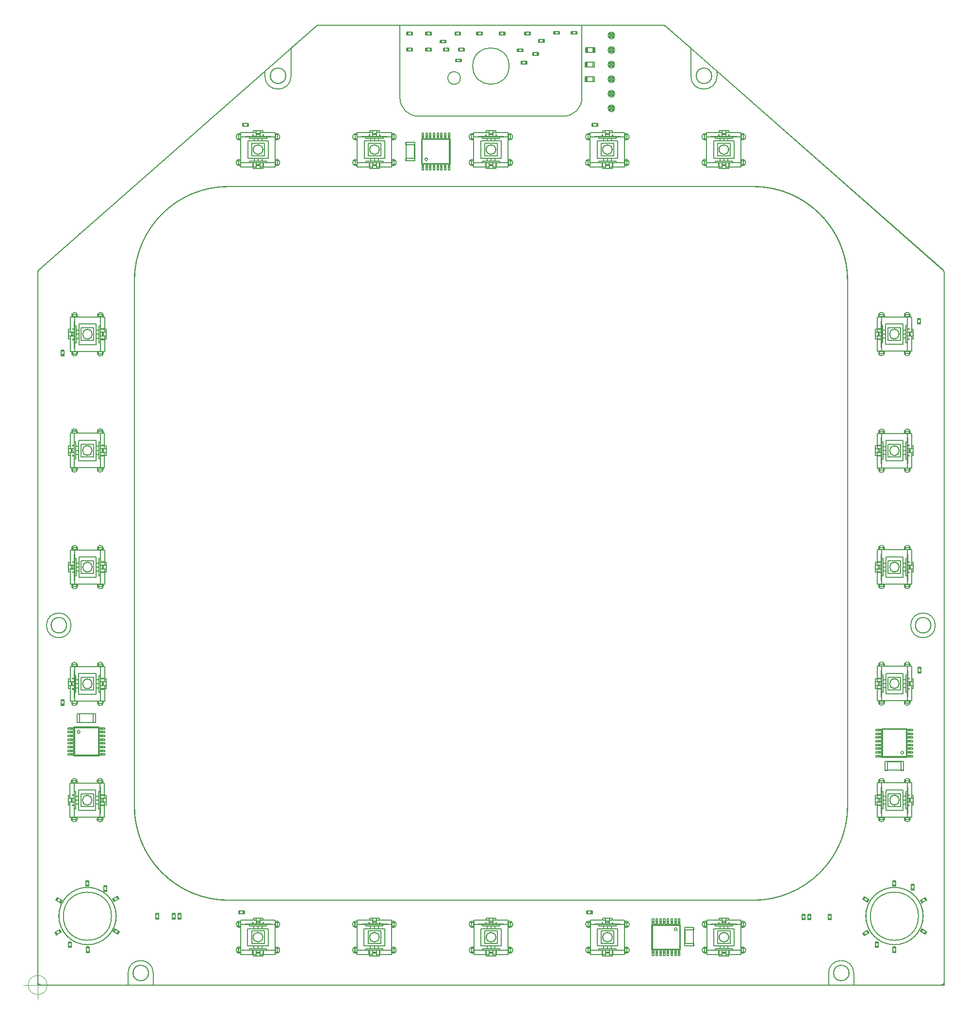
<source format=gbr>
G04 #@! TF.GenerationSoftware,KiCad,Pcbnew,(5.1.5-0-10_14)*
G04 #@! TF.CreationDate,2021-11-28T09:12:12+10:00*
G04 #@! TF.ProjectId,Buttons_DDI,42757474-6f6e-4735-9f44-44492e6b6963,rev?*
G04 #@! TF.SameCoordinates,Original*
G04 #@! TF.FileFunction,OtherDrawing,Comment*
%FSLAX46Y46*%
G04 Gerber Fmt 4.6, Leading zero omitted, Abs format (unit mm)*
G04 Created by KiCad (PCBNEW (5.1.5-0-10_14)) date 2021-11-28 09:12:12*
%MOMM*%
%LPD*%
G04 APERTURE LIST*
%ADD10C,0.200000*%
%ADD11C,0.100000*%
G04 APERTURE END LIST*
D10*
X126089800Y-165993200D02*
X126089800Y-166043200D01*
X124434800Y-165993200D02*
X124434800Y-170393200D01*
X127389800Y-165543200D02*
X127389800Y-165793200D01*
X127129800Y-165543200D02*
X127389800Y-165543200D01*
X126089800Y-165543200D02*
X126089800Y-165793200D01*
X126479800Y-165993200D02*
X126089800Y-165993200D01*
X124789800Y-170843200D02*
X124529800Y-170843200D01*
X128429800Y-165993200D02*
X128039800Y-165993200D01*
X126739800Y-165793200D02*
X126739800Y-165993200D01*
X124529800Y-170843200D02*
X124529800Y-170593200D01*
X129079800Y-165993200D02*
X129079800Y-166043200D01*
X129079800Y-165793200D02*
X129339800Y-165793200D01*
X126089800Y-170843200D02*
X126089800Y-170593200D01*
X127779800Y-165993200D02*
X127779800Y-166043200D01*
X126739800Y-165993200D02*
X126739800Y-166043200D01*
X125829800Y-165543200D02*
X125829800Y-165793200D01*
X125829800Y-165543200D02*
X126089800Y-165543200D01*
X125439800Y-170393200D02*
X125829800Y-170393200D01*
X124529800Y-165793200D02*
X124529800Y-165993200D01*
X124529800Y-165993200D02*
X124529800Y-166043200D01*
X125829800Y-165993200D02*
X125439800Y-165993200D01*
X124789800Y-170843200D02*
X124789800Y-170593200D01*
X129339800Y-165793200D02*
X129339800Y-165993200D01*
X129339800Y-170393200D02*
X129434800Y-170393200D01*
X125179800Y-170843200D02*
X125179800Y-170593200D01*
X124789800Y-165993200D02*
X124789800Y-166043200D01*
X124789800Y-170393200D02*
X125179800Y-170393200D01*
X126089800Y-170843200D02*
X125829800Y-170843200D01*
X125829800Y-170843200D02*
X125829800Y-170593200D01*
X125439800Y-165993200D02*
X125439800Y-166043200D01*
X127129800Y-165793200D02*
X127389800Y-165793200D01*
X124529800Y-165993200D02*
X124434800Y-165993200D01*
X125439800Y-170843200D02*
X125439800Y-170593200D01*
X126739800Y-170593200D02*
X126739800Y-170393200D01*
X127389800Y-165993200D02*
X127389800Y-166043200D01*
X124529800Y-165793200D02*
X124789800Y-165793200D01*
X125829800Y-165993200D02*
X125829800Y-166043200D01*
X127389800Y-165793200D02*
X127389800Y-165993200D01*
X124789800Y-165793200D02*
X124789800Y-165993200D01*
X126479800Y-165993200D02*
X126479800Y-166043200D01*
X127129800Y-165993200D02*
X126739800Y-165993200D01*
X127129800Y-165993200D02*
X127129800Y-166043200D01*
X127779800Y-165993200D02*
X127389800Y-165993200D01*
X128039800Y-165993200D02*
X128039800Y-166043200D01*
X124529800Y-165543200D02*
X124529800Y-165793200D01*
X125829800Y-165793200D02*
X126089800Y-165793200D01*
X129079800Y-165993200D02*
X128689800Y-165993200D01*
X127129800Y-165543200D02*
X127129800Y-165793200D01*
X124529800Y-165543200D02*
X124789800Y-165543200D01*
X126089800Y-165793200D02*
X126089800Y-165993200D01*
X127129800Y-165793200D02*
X127129800Y-165993200D01*
X126479800Y-165793200D02*
X126479800Y-165993200D01*
X124789800Y-165543200D02*
X124789800Y-165793200D01*
X129079800Y-165793200D02*
X129079800Y-165993200D01*
X125829800Y-165793200D02*
X125829800Y-165993200D01*
X125439800Y-170843200D02*
X125179800Y-170843200D01*
X126479800Y-170593200D02*
X126479800Y-170393200D01*
X129339800Y-170843200D02*
X129079800Y-170843200D01*
X127779800Y-165793200D02*
X128039800Y-165793200D01*
X128689800Y-165543200D02*
X128689800Y-165793200D01*
X126479800Y-170393200D02*
X126479800Y-170343200D01*
X126089800Y-170593200D02*
X125829800Y-170593200D01*
X126739800Y-170393200D02*
X127129800Y-170393200D01*
X127389800Y-170593200D02*
X127389800Y-170393200D01*
X128689800Y-170843200D02*
X128689800Y-170593200D01*
X126739800Y-170843200D02*
X126739800Y-170593200D01*
X125829800Y-170393200D02*
X125829800Y-170343200D01*
X126089800Y-170593200D02*
X126089800Y-170393200D01*
X128039800Y-170843200D02*
X128039800Y-170593200D01*
X124434800Y-170393200D02*
X124484800Y-170343200D01*
X129339800Y-170593200D02*
X129339800Y-170393200D01*
X127779800Y-170593200D02*
X127779800Y-170393200D01*
X128429800Y-165993200D02*
X128429800Y-166043200D01*
X127779800Y-170843200D02*
X127779800Y-170593200D01*
X127389800Y-170843200D02*
X127389800Y-170593200D01*
X128429800Y-165793200D02*
X128429800Y-165993200D01*
X129079800Y-170393200D02*
X129079800Y-170343200D01*
X128039800Y-170593200D02*
X128039800Y-170393200D01*
X128429800Y-170843200D02*
X128429800Y-170593200D01*
X129434800Y-165993200D02*
X129339800Y-165993200D01*
X129079800Y-170593200D02*
X129079800Y-170393200D01*
X128039800Y-165543200D02*
X128039800Y-165793200D01*
X126479800Y-170843200D02*
X126479800Y-170593200D01*
X125829800Y-170593200D02*
X125829800Y-170393200D01*
X128039800Y-170843200D02*
X127779800Y-170843200D01*
X128689800Y-165993200D02*
X128689800Y-166043200D01*
X128689800Y-165793200D02*
X128689800Y-165993200D01*
X128689800Y-170593200D02*
X128689800Y-170393200D01*
X129339800Y-170593200D02*
X129079800Y-170593200D01*
X127389800Y-170393200D02*
X127389800Y-170343200D01*
X126739800Y-170393200D02*
X126739800Y-170343200D01*
X127129800Y-170843200D02*
X127129800Y-170593200D01*
X126739800Y-170593200D02*
X126479800Y-170593200D01*
X128429800Y-165543200D02*
X128689800Y-165543200D01*
X129079800Y-170843200D02*
X129079800Y-170593200D01*
X127779800Y-165543200D02*
X127779800Y-165793200D01*
X128689800Y-170393200D02*
X128689800Y-170343200D01*
X128429800Y-165793200D02*
X128689800Y-165793200D01*
X129339800Y-170393200D02*
X129339800Y-170343200D01*
X127779800Y-165543200D02*
X128039800Y-165543200D01*
X126739800Y-170843200D02*
X126479800Y-170843200D01*
X127129800Y-170593200D02*
X127129800Y-170393200D01*
X128689800Y-170393200D02*
X129079800Y-170393200D01*
X128429800Y-165543200D02*
X128429800Y-165793200D01*
X126089800Y-170393200D02*
X126479800Y-170393200D01*
X124434800Y-170393200D02*
X124529800Y-170393200D01*
X128039800Y-170593200D02*
X127779800Y-170593200D01*
X128689800Y-170843200D02*
X128429800Y-170843200D01*
X127129800Y-170393200D02*
X127129800Y-170343200D01*
X127779800Y-170393200D02*
X127779800Y-170343200D01*
X127389800Y-170393200D02*
X127779800Y-170393200D01*
X124434800Y-165993200D02*
X124484800Y-166043200D01*
X126479800Y-165543200D02*
X126479800Y-165793200D01*
X128429800Y-170593200D02*
X128429800Y-170393200D01*
X129339800Y-170843200D02*
X129339800Y-170593200D01*
X126089800Y-170393200D02*
X126089800Y-170343200D01*
X128689800Y-170593200D02*
X128429800Y-170593200D01*
X126479800Y-165793200D02*
X126739800Y-165793200D01*
X126739800Y-165543200D02*
X126739800Y-165793200D01*
X126479800Y-165543200D02*
X126739800Y-165543200D01*
X129339800Y-165993200D02*
X129339800Y-166043200D01*
X125179800Y-165543200D02*
X125439800Y-165543200D01*
X128039800Y-170393200D02*
X128429800Y-170393200D01*
X125179800Y-170393200D02*
X125179800Y-170343200D01*
X125439800Y-170593200D02*
X125439800Y-170393200D01*
X124529800Y-170593200D02*
X124529800Y-170393200D01*
X128039800Y-170393200D02*
X128039800Y-170343200D01*
X124529800Y-170393200D02*
X124529800Y-170343200D01*
X128429800Y-170393200D02*
X128429800Y-170343200D01*
X129434800Y-170393200D02*
X129434800Y-165993200D01*
X129434800Y-165993200D02*
X129384800Y-166043200D01*
X129434800Y-170393200D02*
X129384800Y-170343200D01*
X125179800Y-165543200D02*
X125179800Y-165793200D01*
X125179800Y-165793200D02*
X125439800Y-165793200D01*
X124789800Y-170593200D02*
X124529800Y-170593200D01*
X124789800Y-170393200D02*
X124789800Y-170343200D01*
X127389800Y-170593200D02*
X127129800Y-170593200D01*
X127389800Y-170843200D02*
X127129800Y-170843200D01*
X125439800Y-170393200D02*
X125439800Y-170343200D01*
X125179800Y-170593200D02*
X125179800Y-170393200D01*
X125439800Y-170593200D02*
X125179800Y-170593200D01*
X125439800Y-165543200D02*
X125439800Y-165793200D01*
X124789800Y-170593200D02*
X124789800Y-170393200D01*
X23392000Y-133210600D02*
X23392000Y-132950600D01*
X28442000Y-132560600D02*
X28192000Y-132560600D01*
X28442000Y-132300600D02*
X28442000Y-132560600D01*
X28442000Y-131650600D02*
X28192000Y-131650600D01*
X28192000Y-136460600D02*
X27992000Y-136460600D01*
X23142000Y-132950600D02*
X23392000Y-132950600D01*
X28442000Y-133860600D02*
X28192000Y-133860600D01*
X27942000Y-132300600D02*
X27942000Y-131910600D01*
X27992000Y-133860600D02*
X27942000Y-133860600D01*
X27942000Y-131910600D02*
X27942000Y-131650600D01*
X27992000Y-133210600D02*
X27942000Y-133210600D01*
X27942000Y-133600600D02*
X27942000Y-133210600D01*
X27942000Y-131650600D02*
X27942000Y-131605600D01*
X28442000Y-131910600D02*
X28192000Y-131910600D01*
X28442000Y-131650600D02*
X28442000Y-131910600D01*
X27942000Y-134900600D02*
X27942000Y-134510600D01*
X27942000Y-132560600D02*
X27942000Y-132300600D01*
X28192000Y-133600600D02*
X28192000Y-133860600D01*
X27942000Y-133860600D02*
X27942000Y-133600600D01*
X27992000Y-135550600D02*
X27992000Y-135160600D01*
X27992000Y-135160600D02*
X27942000Y-135160600D01*
X27867061Y-136430661D02*
X27867061Y-131680539D01*
X27942000Y-131605600D02*
X27867061Y-131680539D01*
X27942000Y-136200600D02*
X27942000Y-135810600D01*
X23716939Y-136430661D02*
X27867061Y-136430661D01*
X27867061Y-131680539D02*
X23716939Y-131680539D01*
X27992000Y-136200600D02*
X27942000Y-136200600D01*
X27942000Y-134250600D02*
X27942000Y-133860600D01*
X28192000Y-136200600D02*
X27992000Y-136200600D01*
X28192000Y-131650600D02*
X28192000Y-131910600D01*
X23642000Y-136505600D02*
X27942000Y-136505600D01*
X27992000Y-133600600D02*
X27992000Y-133210600D01*
X27992000Y-134250600D02*
X27942000Y-134250600D01*
X28192000Y-133860600D02*
X27992000Y-133860600D01*
X27992000Y-135550600D02*
X27942000Y-135550600D01*
X23142000Y-133210600D02*
X23142000Y-132950600D01*
X27942000Y-133210600D02*
X27942000Y-132950600D01*
X27942000Y-135550600D02*
X27942000Y-135160600D01*
X27942000Y-135160600D02*
X27942000Y-134900600D01*
X28442000Y-133600600D02*
X28192000Y-133600600D01*
X27942000Y-136460600D02*
X27942000Y-136200600D01*
X28442000Y-133600600D02*
X28442000Y-133860600D01*
X27992000Y-133600600D02*
X27942000Y-133600600D01*
X27942000Y-134510600D02*
X27942000Y-134250600D01*
X23142000Y-133210600D02*
X23392000Y-133210600D01*
X27942000Y-136505600D02*
X27942000Y-136460600D01*
X28192000Y-136200600D02*
X28192000Y-136460600D01*
X27942000Y-131605600D02*
X23642000Y-131605600D01*
X27992000Y-136460600D02*
X27942000Y-136460600D01*
X24666939Y-132380539D02*
G75*
G03X24666939Y-132380539I-250000J0D01*
G01*
X28442000Y-132300600D02*
X28192000Y-132300600D01*
X28192000Y-133600600D02*
X27992000Y-133600600D01*
X28192000Y-132300600D02*
X28192000Y-132560600D01*
X27992000Y-134250600D02*
X27992000Y-133860600D01*
X27942000Y-135810600D02*
X27942000Y-135550600D01*
X27942000Y-132950600D02*
X27942000Y-132560600D01*
X27942000Y-136505600D02*
X27867061Y-136430661D01*
X163562000Y-136090000D02*
X163562000Y-135830000D01*
X163562000Y-134530000D02*
X164012000Y-134530000D01*
X169962000Y-131930000D02*
X169962000Y-132190000D01*
X163562000Y-133230000D02*
X164012000Y-133230000D01*
X169962000Y-132580000D02*
X169512000Y-132580000D01*
X169962000Y-132580000D02*
X169962000Y-132840000D01*
X169962000Y-135830000D02*
X169512000Y-135830000D01*
X169962000Y-131930000D02*
X169512000Y-131930000D01*
X163562000Y-132580000D02*
X164012000Y-132580000D01*
X163562000Y-134790000D02*
X164012000Y-134790000D01*
X169962000Y-132190000D02*
X169512000Y-132190000D01*
X169962000Y-133880000D02*
X169962000Y-134140000D01*
X163562000Y-131930000D02*
X164012000Y-131930000D01*
X169962000Y-135830000D02*
X169962000Y-136090000D01*
X23642000Y-133860600D02*
X23642000Y-134250600D01*
X23642000Y-136505600D02*
X23716939Y-136430661D01*
X163562000Y-136740000D02*
X163562000Y-136480000D01*
X163562000Y-134140000D02*
X164012000Y-134140000D01*
X169962000Y-135180000D02*
X169512000Y-135180000D01*
X169962000Y-136740000D02*
X169512000Y-136740000D01*
X169962000Y-133230000D02*
X169512000Y-133230000D01*
X163562000Y-136090000D02*
X164012000Y-136090000D01*
X163562000Y-132840000D02*
X163562000Y-132580000D01*
X163562000Y-132190000D02*
X164012000Y-132190000D01*
X163562000Y-136480000D02*
X164012000Y-136480000D01*
X23642000Y-132560600D02*
X23642000Y-132950600D01*
X169962000Y-133880000D02*
X169512000Y-133880000D01*
X169962000Y-134140000D02*
X169512000Y-134140000D01*
X23642000Y-131605600D02*
X23642000Y-131650600D01*
X23642000Y-131650600D02*
X23642000Y-131910600D01*
X23642000Y-131910600D02*
X23642000Y-132300600D01*
X163562000Y-134790000D02*
X163562000Y-134530000D01*
X23642000Y-132300600D02*
X23642000Y-132560600D01*
X23642000Y-132950600D02*
X23642000Y-133210600D01*
X23642000Y-133210600D02*
X23642000Y-133600600D01*
X163562000Y-132190000D02*
X163562000Y-131930000D01*
X23642000Y-133600600D02*
X23642000Y-133860600D01*
X23642000Y-134250600D02*
X23642000Y-134510600D01*
X23642000Y-134510600D02*
X23642000Y-134900600D01*
X23642000Y-135810600D02*
X23642000Y-136200600D01*
X169962000Y-136480000D02*
X169962000Y-136740000D01*
X23642000Y-134900600D02*
X23642000Y-135160600D01*
X23642000Y-136460600D02*
X23642000Y-136505600D01*
X169962000Y-135440000D02*
X169512000Y-135440000D01*
X23642000Y-135550600D02*
X23642000Y-135810600D01*
X169962000Y-135180000D02*
X169962000Y-135440000D01*
X163562000Y-135180000D02*
X164012000Y-135180000D01*
X163562000Y-135830000D02*
X164012000Y-135830000D01*
X23716939Y-131680539D02*
X23716939Y-136430661D01*
X169962000Y-133490000D02*
X169512000Y-133490000D01*
X163562000Y-134140000D02*
X163562000Y-133880000D01*
X163562000Y-133490000D02*
X163562000Y-133230000D01*
X23642000Y-135160600D02*
X23642000Y-135550600D01*
X23642000Y-136200600D02*
X23642000Y-136460600D01*
X169962000Y-132840000D02*
X169512000Y-132840000D01*
X163562000Y-135440000D02*
X163562000Y-135180000D01*
X169962000Y-136090000D02*
X169512000Y-136090000D01*
X163562000Y-135440000D02*
X164012000Y-135440000D01*
X169962000Y-136480000D02*
X169512000Y-136480000D01*
X163562000Y-133490000D02*
X164012000Y-133490000D01*
X163562000Y-136740000D02*
X164012000Y-136740000D01*
X163562000Y-132840000D02*
X164012000Y-132840000D01*
X23642000Y-131605600D02*
X23716939Y-131680539D01*
X163562000Y-133880000D02*
X164012000Y-133880000D01*
X169512000Y-133230000D02*
X169512000Y-133490000D01*
X169512000Y-132580000D02*
X169412000Y-132580000D01*
X164012000Y-131930000D02*
X164112000Y-131930000D01*
X169162000Y-134790000D02*
X168962000Y-134790000D01*
X164012000Y-132840000D02*
X164112000Y-132840000D01*
X169412000Y-131930000D02*
X169412000Y-132190000D01*
X169412000Y-132190000D02*
X169162000Y-132190000D01*
X164012000Y-133490000D02*
X164012000Y-133230000D01*
X164012000Y-134530000D02*
X164112000Y-134530000D01*
X164012000Y-132580000D02*
X164112000Y-132580000D01*
X164012000Y-132840000D02*
X164012000Y-132580000D01*
X169512000Y-134790000D02*
X169412000Y-134790000D01*
X164362000Y-132190000D02*
X164562000Y-132190000D01*
X169512000Y-134140000D02*
X169412000Y-134140000D01*
X164012000Y-136740000D02*
X164012000Y-136480000D01*
X169512000Y-135180000D02*
X169512000Y-135440000D01*
X164362000Y-131930000D02*
X164562000Y-131930000D01*
X169512000Y-134530000D02*
X169512000Y-134790000D01*
X169512000Y-135830000D02*
X169512000Y-136090000D01*
X169512000Y-133880000D02*
X169512000Y-134140000D01*
X169512000Y-134530000D02*
X169412000Y-134530000D01*
X169512000Y-131930000D02*
X169512000Y-132190000D01*
X164012000Y-133490000D02*
X164112000Y-133490000D01*
X164562000Y-136835000D02*
X168962000Y-136835000D01*
X169512000Y-132580000D02*
X169512000Y-132840000D01*
X164012000Y-134790000D02*
X164012000Y-134530000D01*
X164012000Y-132190000D02*
X164012000Y-131930000D01*
X168962000Y-132580000D02*
X168962000Y-132190000D01*
X169962000Y-134530000D02*
X169512000Y-134530000D01*
X164012000Y-136740000D02*
X164112000Y-136740000D01*
X169512000Y-136090000D02*
X169412000Y-136090000D01*
X169512000Y-135830000D02*
X169412000Y-135830000D01*
X169512000Y-136480000D02*
X169512000Y-136740000D01*
X164012000Y-133230000D02*
X164112000Y-133230000D01*
X164562000Y-134140000D02*
X164562000Y-134530000D01*
X164012000Y-134790000D02*
X164112000Y-134790000D01*
X164012000Y-132190000D02*
X164112000Y-132190000D01*
X164012000Y-133880000D02*
X164112000Y-133880000D01*
X169512000Y-133230000D02*
X169412000Y-133230000D01*
X169512000Y-136480000D02*
X169412000Y-136480000D01*
X164012000Y-136090000D02*
X164012000Y-135830000D01*
X169512000Y-133880000D02*
X169412000Y-133880000D01*
X164012000Y-135440000D02*
X164112000Y-135440000D01*
X164012000Y-134140000D02*
X164112000Y-134140000D01*
X164012000Y-136090000D02*
X164112000Y-136090000D01*
X169512000Y-131930000D02*
X169412000Y-131930000D01*
X169512000Y-132840000D02*
X169412000Y-132840000D01*
X169512000Y-135440000D02*
X169412000Y-135440000D01*
X164012000Y-135830000D02*
X164112000Y-135830000D01*
X164562000Y-133490000D02*
X164562000Y-133880000D01*
X169512000Y-135180000D02*
X169412000Y-135180000D01*
X164562000Y-135440000D02*
X164562000Y-135830000D01*
X169412000Y-131930000D02*
X169162000Y-131930000D01*
X169962000Y-133230000D02*
X169962000Y-133490000D01*
X169962000Y-134790000D02*
X169512000Y-134790000D01*
X169962000Y-134530000D02*
X169962000Y-134790000D01*
X169512000Y-136740000D02*
X169412000Y-136740000D01*
X164012000Y-135180000D02*
X164112000Y-135180000D01*
X169512000Y-133490000D02*
X169412000Y-133490000D01*
X169162000Y-134530000D02*
X168962000Y-134530000D01*
X164012000Y-135440000D02*
X164012000Y-135180000D01*
X169512000Y-132190000D02*
X169412000Y-132190000D01*
X164012000Y-136480000D02*
X164112000Y-136480000D01*
X164012000Y-134140000D02*
X164012000Y-133880000D01*
X50567517Y-161767000D02*
G75*
G02X34126375Y-145325860I-2J16441140D01*
G01*
X50567517Y-161767000D02*
X142145235Y-161767001D01*
X165030734Y-100611075D02*
X165072600Y-100400600D01*
X28720509Y-100626175D02*
X28762375Y-100415700D01*
X34126374Y-53748139D02*
X34126375Y-145325860D01*
X169530734Y-141251075D02*
X169572600Y-141040600D01*
X27722477Y-60051100D02*
G75*
G02X28762375Y-59801100I489898J250000D01*
G01*
X117975235Y-21119860D02*
G75*
G03X117975235Y-21119860I-595000J0D01*
G01*
X169572600Y-127223000D02*
G75*
G02X168532702Y-126973000I-550000J0D01*
G01*
X165072600Y-147540600D02*
X165030734Y-147330124D01*
X165030734Y-147330124D02*
X165012498Y-147290600D01*
X175453369Y-176562501D02*
X175453369Y-52069346D01*
X168510477Y-60023300D02*
G75*
G02X169550375Y-59773300I489898J250000D01*
G01*
X37437625Y-176567000D02*
X155275125Y-176562501D01*
X37437625Y-174467000D02*
X37437625Y-176567000D01*
X28686398Y-121011100D02*
X28704634Y-120971575D01*
X27706602Y-121011100D02*
G75*
G02X28746500Y-120761100I489898J250000D01*
G01*
X142145233Y-37307001D02*
G75*
G02X158586375Y-53748141I2J-16441140D01*
G01*
X168532702Y-141290600D02*
G75*
G02X169572600Y-141040600I489898J250000D01*
G01*
X23222477Y-100665700D02*
G75*
G02X24262375Y-100415700I489898J250000D01*
G01*
X30150750Y-164535600D02*
G75*
G03X30150750Y-164535600I-4200000J0D01*
G01*
X28711575Y-147555700D02*
G75*
G02X27671677Y-147305700I-550000J0D01*
G01*
X28762375Y-106915700D02*
G75*
G02X27722477Y-106665700I-550000J0D01*
G01*
X28702273Y-100665700D02*
X28720509Y-100626175D01*
X169508509Y-59983775D02*
X169550375Y-59773300D01*
X28702273Y-60051100D02*
X28720509Y-60011575D01*
X113700575Y-170935198D02*
G75*
G02X113700575Y-169955402I-250000J489898D01*
G01*
X165012498Y-100650600D02*
X165030734Y-100611075D01*
X17262169Y-52043946D02*
X17262169Y-176554746D01*
X28704634Y-120971575D02*
X28746500Y-120761100D01*
X28720509Y-60011575D02*
X28762375Y-59801100D01*
X100180575Y-165945300D02*
G75*
G02X99380575Y-166435198I-550000J0D01*
G01*
X158586376Y-145325859D02*
G75*
G02X142145235Y-161767001I-16441141J-1D01*
G01*
X27722477Y-100665700D02*
G75*
G02X28762375Y-100415700I489898J250000D01*
G01*
X169530734Y-127012524D02*
X169512498Y-126973000D01*
X61484058Y-13192875D02*
X61484058Y-18018875D01*
X170962000Y-164535600D02*
G75*
G03X170962000Y-164535600I-4200000J0D01*
G01*
X34126374Y-53748139D02*
G75*
G02X50567515Y-37307000I16441141J-2D01*
G01*
X165072600Y-147540600D02*
G75*
G02X164032702Y-147290600I-550000J0D01*
G01*
X28669709Y-147345224D02*
X28651473Y-147305700D01*
X28762375Y-106915700D02*
X28720509Y-106705224D01*
X99380575Y-165455402D02*
G75*
G02X100180575Y-165945300I250000J-489898D01*
G01*
X117975235Y-10959860D02*
G75*
G03X117975235Y-10959860I-595000J0D01*
G01*
X164032702Y-100650600D02*
G75*
G02X165072600Y-100400600I489898J250000D01*
G01*
X169572600Y-127223000D02*
X169530734Y-127012524D01*
X24220509Y-100626175D02*
X24262375Y-100415700D01*
X24202273Y-100665700D02*
X24220509Y-100626175D01*
X28711575Y-147555700D02*
X28669709Y-147345224D01*
X169512498Y-141290600D02*
X169530734Y-141251075D01*
X142145233Y-37307001D02*
X50567515Y-37307000D01*
X169490273Y-60023300D02*
X169508509Y-59983775D01*
X28720509Y-106705224D02*
X28702273Y-106665700D01*
X169572600Y-147540600D02*
G75*
G02X168532702Y-147290600I-550000J0D01*
G01*
X169530734Y-106690124D02*
X169512498Y-106650600D01*
X140007875Y-32617602D02*
G75*
G02X140807875Y-33107500I250000J-489898D01*
G01*
X169572600Y-106900600D02*
X169530734Y-106690124D01*
X120500575Y-165945300D02*
G75*
G02X119700575Y-166435198I-550000J0D01*
G01*
X73035175Y-170935198D02*
G75*
G02X73035175Y-169955402I-250000J489898D01*
G01*
X140807875Y-33107500D02*
G75*
G02X140007875Y-33597398I-550000J0D01*
G01*
X79047875Y-32617602D02*
G75*
G02X79847875Y-33107500I250000J-489898D01*
G01*
X169530734Y-120933475D02*
X169572600Y-120723000D01*
X165072600Y-86606000D02*
G75*
G02X164032702Y-86356000I-550000J0D01*
G01*
X168532702Y-120973000D02*
G75*
G02X169572600Y-120723000I489898J250000D01*
G01*
X140020575Y-169955402D02*
G75*
G02X140820575Y-170445300I250000J-489898D01*
G01*
X169530734Y-147330124D02*
X169512498Y-147290600D01*
X131228692Y-13192875D02*
X126609169Y-9176498D01*
X165030734Y-86395524D02*
X165012498Y-86356000D01*
X140820575Y-170445300D02*
G75*
G02X140020575Y-170935198I-550000J0D01*
G01*
X169512498Y-80356000D02*
X169530734Y-80316475D01*
X165072600Y-86606000D02*
X165030734Y-86395524D01*
X17262169Y-176554746D02*
X33037625Y-176554746D01*
X24236975Y-86570300D02*
G75*
G02X23197077Y-86320300I-550000J0D01*
G01*
X56912058Y-18018875D02*
X56912058Y-17256875D01*
X93367875Y-29097398D02*
G75*
G02X93367875Y-28117602I-250000J489898D01*
G01*
X169530734Y-80316475D02*
X169572600Y-80106000D01*
X59527875Y-28607500D02*
G75*
G02X58727875Y-29097398I-550000J0D01*
G01*
X59527875Y-33107500D02*
G75*
G02X58727875Y-33597398I-550000J0D01*
G01*
X24246500Y-127261100D02*
G75*
G02X23206602Y-127011100I-550000J0D01*
G01*
X24204634Y-127050624D02*
X24186398Y-127011100D01*
X24236975Y-86570300D02*
X24195109Y-86359824D01*
X24246500Y-127261100D02*
X24204634Y-127050624D01*
X140807875Y-28607500D02*
G75*
G02X140007875Y-29097398I-550000J0D01*
G01*
X169572600Y-106900600D02*
G75*
G02X168532702Y-106650600I-550000J0D01*
G01*
X169512498Y-120973000D02*
X169530734Y-120933475D01*
X79835175Y-170445300D02*
G75*
G02X79035175Y-170935198I-550000J0D01*
G01*
X79035175Y-169955402D02*
G75*
G02X79835175Y-170445300I250000J-489898D01*
G01*
X140007875Y-28117602D02*
G75*
G02X140807875Y-28607500I250000J-489898D01*
G01*
X61484058Y-18018875D02*
G75*
G02X56912058Y-18018875I-2286000J0D01*
G01*
X135800692Y-18018875D02*
G75*
G02X131228692Y-18018875I-2286000J0D01*
G01*
X169550375Y-66273300D02*
G75*
G02X168510477Y-66023300I-550000J0D01*
G01*
X159675125Y-174467000D02*
X159675125Y-176562501D01*
X24195109Y-86359824D02*
X24176873Y-86320300D01*
X79847875Y-33107500D02*
G75*
G02X79047875Y-33597398I-550000J0D01*
G01*
X169550375Y-66273300D02*
X169508509Y-66062824D01*
X168532702Y-80356000D02*
G75*
G02X169572600Y-80106000I489898J250000D01*
G01*
X58727875Y-28117602D02*
G75*
G02X59527875Y-28607500I250000J-489898D01*
G01*
X120500575Y-170445300D02*
G75*
G02X119700575Y-170935198I-550000J0D01*
G01*
X134020575Y-166435198D02*
G75*
G02X134020575Y-165455402I-250000J489898D01*
G01*
X119700575Y-169955402D02*
G75*
G02X120500575Y-170445300I250000J-489898D01*
G01*
X79035175Y-165455402D02*
G75*
G02X79835175Y-165945300I250000J-489898D01*
G01*
X28695109Y-86359824D02*
X28676873Y-86320300D01*
X135800692Y-17256875D02*
X135800692Y-18018875D01*
X158586376Y-145325859D02*
X158586375Y-53748141D01*
X93367875Y-33597398D02*
G75*
G02X93367875Y-32617602I-250000J489898D01*
G01*
X79835175Y-165945300D02*
G75*
G02X79035175Y-166435198I-550000J0D01*
G01*
X99380575Y-169955402D02*
G75*
G02X100180575Y-170445300I250000J-489898D01*
G01*
X169508509Y-66062824D02*
X169490273Y-66023300D01*
X28736975Y-86570300D02*
G75*
G02X27697077Y-86320300I-550000J0D01*
G01*
X100180575Y-170445300D02*
G75*
G02X99380575Y-170935198I-550000J0D01*
G01*
X113700575Y-166435198D02*
G75*
G02X113700575Y-165455402I-250000J489898D01*
G01*
X169572600Y-147540600D02*
X169530734Y-147330124D01*
X58727875Y-32617602D02*
G75*
G02X59527875Y-33107500I250000J-489898D01*
G01*
X93380575Y-170935198D02*
G75*
G02X93380575Y-169955402I-250000J489898D01*
G01*
X23103296Y-113824500D02*
G75*
G03X23103296Y-113824500I-2150000J0D01*
G01*
X28736975Y-86570300D02*
X28695109Y-86359824D01*
X119700575Y-165455402D02*
G75*
G02X120500575Y-165945300I250000J-489898D01*
G01*
X169512498Y-100650600D02*
X169530734Y-100611075D01*
X164010477Y-60023300D02*
G75*
G02X165050375Y-59773300I489898J250000D01*
G01*
X73047875Y-29097398D02*
G75*
G02X73047875Y-28117602I-250000J489898D01*
G01*
X155275125Y-174467000D02*
G75*
G02X159675125Y-174467000I2200000J0D01*
G01*
X117975235Y-23659860D02*
G75*
G03X117975235Y-23659860I-595000J0D01*
G01*
X91030675Y-18376300D02*
G75*
G03X91030675Y-18376300I-1100000J0D01*
G01*
X117975235Y-18579860D02*
G75*
G03X117975235Y-18579860I-595000J0D01*
G01*
X79847875Y-28607500D02*
G75*
G02X79047875Y-29097398I-550000J0D01*
G01*
X79047875Y-28117602D02*
G75*
G02X79847875Y-28607500I250000J-489898D01*
G01*
X169572600Y-86606000D02*
X169530734Y-86395524D01*
X28762375Y-66301100D02*
G75*
G02X27722477Y-66051100I-550000J0D01*
G01*
X140820575Y-165945300D02*
G75*
G02X140020575Y-166435198I-550000J0D01*
G01*
X93380575Y-166435198D02*
G75*
G02X93380575Y-165455402I-250000J489898D01*
G01*
X119687875Y-28117602D02*
G75*
G02X120487875Y-28607500I250000J-489898D01*
G01*
X119687875Y-32617602D02*
G75*
G02X120487875Y-33107500I250000J-489898D01*
G01*
X52727875Y-29097398D02*
G75*
G02X52727875Y-28117602I-250000J489898D01*
G01*
X165072600Y-106900600D02*
G75*
G02X164032702Y-106650600I-550000J0D01*
G01*
X165072600Y-106900600D02*
X165030734Y-106690124D01*
X165050375Y-66273300D02*
G75*
G02X164010477Y-66023300I-550000J0D01*
G01*
X169530734Y-86395524D02*
X169512498Y-86356000D01*
X120487875Y-28607500D02*
G75*
G02X119687875Y-29097398I-550000J0D01*
G01*
X165008509Y-66062824D02*
X164990273Y-66023300D01*
X120487875Y-33107500D02*
G75*
G02X119687875Y-33597398I-550000J0D01*
G01*
X165072600Y-127223000D02*
X165030734Y-127012524D01*
X169530734Y-100611075D02*
X169572600Y-100400600D01*
X52715175Y-170935198D02*
G75*
G02X52715175Y-169955402I-250000J489898D01*
G01*
X165012498Y-120973000D02*
X165030734Y-120933475D01*
X24211575Y-147555700D02*
G75*
G02X23171677Y-147305700I-550000J0D01*
G01*
X165050375Y-66273300D02*
X165008509Y-66062824D01*
X73047875Y-33597398D02*
G75*
G02X73047875Y-32617602I-250000J489898D01*
G01*
X24169709Y-147345224D02*
X24151473Y-147305700D01*
X33037625Y-174467000D02*
G75*
G02X37437625Y-174467000I2200000J0D01*
G01*
X28762375Y-66301100D02*
X28720509Y-66090624D01*
X66106369Y-9176498D02*
X61484058Y-13192875D01*
X165030734Y-141251075D02*
X165072600Y-141040600D01*
X134007875Y-29097398D02*
G75*
G02X134007875Y-28117602I-250000J489898D01*
G01*
X100167875Y-28607500D02*
G75*
G02X99367875Y-29097398I-550000J0D01*
G01*
X165030734Y-106690124D02*
X165012498Y-106650600D01*
X165030734Y-120933475D02*
X165072600Y-120723000D01*
X164990273Y-60023300D02*
X165008509Y-59983775D01*
X164032702Y-120973000D02*
G75*
G02X165072600Y-120723000I489898J250000D01*
G01*
X99367875Y-28117602D02*
G75*
G02X100167875Y-28607500I250000J-489898D01*
G01*
X165030734Y-127012524D02*
X165012498Y-126973000D01*
X131228692Y-18018875D02*
X131228692Y-13192875D01*
X159675125Y-176562501D02*
X175453369Y-176562501D01*
X59515175Y-165945300D02*
G75*
G02X58715175Y-166435198I-550000J0D01*
G01*
X117975235Y-13499860D02*
G75*
G03X117975235Y-13499860I-595000J0D01*
G01*
X58715175Y-165455402D02*
G75*
G02X59515175Y-165945300I250000J-489898D01*
G01*
X140020575Y-165455402D02*
G75*
G02X140820575Y-165945300I250000J-489898D01*
G01*
X173909454Y-113824500D02*
G75*
G03X173909454Y-113824500I-2150000J0D01*
G01*
X56912058Y-17256875D02*
X17262169Y-52043946D01*
X164032702Y-80356000D02*
G75*
G02X165072600Y-80106000I489898J250000D01*
G01*
X24211575Y-147555700D02*
X24169709Y-147345224D01*
X28720509Y-66090624D02*
X28702273Y-66051100D01*
X33037625Y-176554746D02*
X33037625Y-174467000D01*
X165030734Y-80316475D02*
X165072600Y-80106000D01*
X99531375Y-16288500D02*
G75*
G03X99531375Y-16288500I-3175000J0D01*
G01*
X117975235Y-16039860D02*
G75*
G03X117975235Y-16039860I-595000J0D01*
G01*
X165012498Y-80356000D02*
X165030734Y-80316475D01*
X134020575Y-170935198D02*
G75*
G02X134020575Y-169955402I-250000J489898D01*
G01*
X165008509Y-59983775D02*
X165050375Y-59773300D01*
X165072600Y-127223000D02*
G75*
G02X164032702Y-126973000I-550000J0D01*
G01*
X169572600Y-86606000D02*
G75*
G02X168532702Y-86356000I-550000J0D01*
G01*
X168532702Y-100650600D02*
G75*
G02X169572600Y-100400600I489898J250000D01*
G01*
X23197077Y-80320300D02*
G75*
G02X24236975Y-80070300I489898J250000D01*
G01*
X100167875Y-33107500D02*
G75*
G02X99367875Y-33597398I-550000J0D01*
G01*
X27671677Y-141305700D02*
G75*
G02X28711575Y-141055700I489898J250000D01*
G01*
X113687875Y-33597398D02*
G75*
G02X113687875Y-32617602I-250000J489898D01*
G01*
X23171677Y-141305700D02*
G75*
G02X24211575Y-141055700I489898J250000D01*
G01*
X28669709Y-141266175D02*
X28711575Y-141055700D01*
X28651473Y-141305700D02*
X28669709Y-141266175D01*
X24220509Y-66090624D02*
X24202273Y-66051100D01*
X28746500Y-127261100D02*
G75*
G02X27706602Y-127011100I-550000J0D01*
G01*
X28695109Y-80280775D02*
X28736975Y-80070300D01*
X81507000Y-32385600D02*
X81507000Y-32785600D01*
X58715175Y-169955402D02*
G75*
G02X59515175Y-170445300I250000J-489898D01*
G01*
X81507000Y-29985600D02*
X81547000Y-29985600D01*
X81547000Y-29985600D02*
X83067000Y-29985600D01*
X28704634Y-127050624D02*
X28686398Y-127011100D01*
X52715175Y-166435198D02*
G75*
G02X52715175Y-165455402I-250000J489898D01*
G01*
X24186398Y-121011100D02*
X24204634Y-120971575D01*
X73035175Y-166435198D02*
G75*
G02X73035175Y-165455402I-250000J489898D01*
G01*
X27697077Y-80320300D02*
G75*
G02X28736975Y-80070300I489898J250000D01*
G01*
X24202273Y-60051100D02*
X24220509Y-60011575D01*
X81547000Y-29585600D02*
X81547000Y-29985600D01*
X24204634Y-120971575D02*
X24246500Y-120761100D01*
X155275125Y-176562501D02*
X155275125Y-174467000D01*
X24262375Y-66301100D02*
X24220509Y-66090624D01*
X24195109Y-80280775D02*
X24236975Y-80070300D01*
X24220509Y-106705224D02*
X24202273Y-106665700D01*
X83067000Y-29985600D02*
X83067000Y-32385600D01*
X175453369Y-52069346D02*
X135800692Y-17256875D01*
X83067000Y-32385600D02*
X83067000Y-32785600D01*
X99367875Y-32617602D02*
G75*
G02X100167875Y-33107500I250000J-489898D01*
G01*
X134007875Y-33597398D02*
G75*
G02X134007875Y-32617602I-250000J489898D01*
G01*
X81507000Y-29585600D02*
X81507000Y-29985600D01*
X81547000Y-29585600D02*
X83067000Y-29585600D01*
X83107000Y-32785600D02*
X83067000Y-32785600D01*
X83107000Y-29585600D02*
X83067000Y-29585600D01*
X52727875Y-33597398D02*
G75*
G02X52727875Y-32617602I-250000J489898D01*
G01*
X83027000Y-29985600D02*
X83027000Y-32385600D01*
X113687875Y-29097398D02*
G75*
G02X113687875Y-28117602I-250000J489898D01*
G01*
X28746500Y-127261100D02*
X28704634Y-127050624D01*
X24262375Y-106915700D02*
G75*
G02X23222477Y-106665700I-550000J0D01*
G01*
X24262375Y-66301100D02*
G75*
G02X23222477Y-66051100I-550000J0D01*
G01*
X24169709Y-141266175D02*
X24211575Y-141055700D01*
X23206602Y-121011100D02*
G75*
G02X24246500Y-120761100I489898J250000D01*
G01*
X59515175Y-170445300D02*
G75*
G02X58715175Y-170935198I-550000J0D01*
G01*
X83107000Y-32385600D02*
X83067000Y-32385600D01*
X23222477Y-60051100D02*
G75*
G02X24262375Y-59801100I489898J250000D01*
G01*
X24220509Y-60011575D02*
X24262375Y-59801100D01*
X83107000Y-29585600D02*
X83107000Y-29985600D01*
X81547000Y-32785600D02*
X83067000Y-32785600D01*
X83067000Y-29585600D02*
X83067000Y-29985600D01*
X83107000Y-29985600D02*
X83067000Y-29985600D01*
X81547000Y-29985600D02*
X81547000Y-32385600D01*
X24151473Y-141305700D02*
X24169709Y-141266175D01*
X24176873Y-80320300D02*
X24195109Y-80280775D01*
X81587000Y-29985600D02*
X81587000Y-32385600D01*
X81507000Y-29585600D02*
X81547000Y-29585600D01*
X83107000Y-32385600D02*
X83107000Y-32785600D01*
X81507000Y-32785600D02*
X81547000Y-32785600D01*
X28676873Y-80320300D02*
X28695109Y-80280775D01*
X24262375Y-106915700D02*
X24220509Y-106705224D01*
X126464426Y-9144000D02*
X66106369Y-9176498D01*
X81547000Y-32385600D02*
X83067000Y-32385600D01*
X165012498Y-141290600D02*
X165030734Y-141251075D01*
X164032702Y-141290600D02*
G75*
G02X165072600Y-141040600I489898J250000D01*
G01*
X26992000Y-130711600D02*
X24592000Y-130711600D01*
X27392000Y-129231600D02*
X26992000Y-129231600D01*
X131708000Y-166891600D02*
X130188000Y-166891600D01*
X168362000Y-139070100D02*
X168362000Y-137550100D01*
X131708000Y-166491600D02*
X130188000Y-166491600D01*
X130148000Y-169691600D02*
X130188000Y-169691600D01*
X165562000Y-139030100D02*
X167962000Y-139030100D01*
X81547000Y-32385600D02*
X81547000Y-32785600D01*
X81507000Y-32385600D02*
X81547000Y-32385600D01*
X24592000Y-130791600D02*
X24192000Y-130791600D01*
X26992000Y-129271600D02*
X24592000Y-129271600D01*
X24592000Y-129231600D02*
X24592000Y-130751600D01*
X27392000Y-130791600D02*
X26992000Y-130791600D01*
X167962000Y-139070100D02*
X167962000Y-137550100D01*
X167962000Y-139070100D02*
X168362000Y-139070100D01*
X24592000Y-129191600D02*
X24592000Y-129231600D01*
X131748000Y-166491600D02*
X131708000Y-166491600D01*
X24592000Y-129191600D02*
X24192000Y-129191600D01*
X24592000Y-130751600D02*
X24192000Y-130751600D01*
X130188000Y-166891600D02*
X130188000Y-166491600D01*
X167962000Y-139110100D02*
X168362000Y-139110100D01*
X27392000Y-130751600D02*
X26992000Y-130751600D01*
X131748000Y-166891600D02*
X131708000Y-166891600D01*
X165562000Y-137550100D02*
X167962000Y-137550100D01*
X167962000Y-137550100D02*
X168362000Y-137550100D01*
X130148000Y-166491600D02*
X130188000Y-166491600D01*
X26992000Y-129231600D02*
X24592000Y-129231600D01*
X26992000Y-130751600D02*
X24592000Y-130751600D01*
X24592000Y-129231600D02*
X24192000Y-129231600D01*
X24192000Y-129231600D02*
X24192000Y-130751600D01*
X167962000Y-137510100D02*
X168362000Y-137510100D01*
X26992000Y-129231600D02*
X26992000Y-130751600D01*
X27392000Y-129231600D02*
X27392000Y-130751600D01*
X27392000Y-130791600D02*
X27392000Y-130751600D01*
X27392000Y-129191600D02*
X27392000Y-129231600D01*
X130148000Y-169691600D02*
X130148000Y-169291600D01*
X130188000Y-169291600D02*
X130188000Y-166891600D01*
X24192000Y-129191600D02*
X24192000Y-129231600D01*
X131748000Y-166891600D02*
X131748000Y-166491600D01*
X27392000Y-129191600D02*
X26992000Y-129191600D01*
X131708000Y-169691600D02*
X131708000Y-169291600D01*
X24192000Y-130791600D02*
X24192000Y-130751600D01*
X131708000Y-169291600D02*
X131708000Y-166891600D01*
X130188000Y-169691600D02*
X130188000Y-169291600D01*
X26992000Y-129191600D02*
X26992000Y-129231600D01*
X131708000Y-166891600D02*
X131708000Y-166491600D01*
X131668000Y-169291600D02*
X131668000Y-166891600D01*
X26992000Y-130791600D02*
X26992000Y-130751600D01*
X130228000Y-169291600D02*
X130228000Y-166891600D01*
X165562000Y-139070100D02*
X167962000Y-139070100D01*
X131708000Y-169691600D02*
X130188000Y-169691600D01*
X167962000Y-139110100D02*
X167962000Y-139070100D01*
X131748000Y-169691600D02*
X131748000Y-169291600D01*
X167962000Y-137510100D02*
X167962000Y-137550100D01*
X130148000Y-169291600D02*
X130188000Y-169291600D01*
X130148000Y-166891600D02*
X130188000Y-166891600D01*
X168362000Y-137510100D02*
X168362000Y-137550100D01*
X165562000Y-137590100D02*
X167962000Y-137590100D01*
X24592000Y-130791600D02*
X24592000Y-130751600D01*
X130148000Y-166891600D02*
X130148000Y-166491600D01*
X131748000Y-169691600D02*
X131708000Y-169691600D01*
X131748000Y-169291600D02*
X131708000Y-169291600D01*
X131708000Y-169291600D02*
X130188000Y-169291600D01*
X168362000Y-139110100D02*
X168362000Y-139070100D01*
X165162000Y-137510100D02*
X165162000Y-137550100D01*
X81830000Y-10799100D02*
X81815000Y-10799100D01*
X82495000Y-10861600D02*
X81865000Y-10861600D01*
X165562000Y-139110100D02*
X165562000Y-139070100D01*
X82642500Y-10861600D02*
X82642500Y-10799100D01*
X82642500Y-10861600D02*
X82530000Y-10861600D01*
X82530000Y-10424100D02*
X82530000Y-10361600D01*
X81865000Y-10361600D02*
X81830000Y-10361600D01*
X81717500Y-10799100D02*
X81717500Y-10861600D01*
X82530000Y-10424100D02*
X82530000Y-10799100D01*
X81830000Y-10861600D02*
X81717500Y-10861600D01*
X82545000Y-10799100D02*
X82530000Y-10799100D01*
X81865000Y-10861600D02*
X81830000Y-10861600D01*
X82530000Y-10861600D02*
X82530000Y-10799100D01*
X81717500Y-10361600D02*
X81695000Y-10361600D01*
X81830000Y-10424100D02*
X81830000Y-10361600D01*
X81830000Y-10361600D02*
X81717500Y-10361600D01*
X82545000Y-10424100D02*
X82545000Y-10799100D01*
X81717500Y-10424100D02*
X81815000Y-10424100D01*
X82530000Y-10861600D02*
X82495000Y-10861600D01*
X165562000Y-139070100D02*
X165562000Y-137550100D01*
X165162000Y-139070100D02*
X165162000Y-137550100D01*
X81830000Y-10424100D02*
X81815000Y-10424100D01*
X81830000Y-10424100D02*
X81830000Y-10799100D01*
X165162000Y-137550100D02*
X165562000Y-137550100D01*
X165562000Y-137510100D02*
X165562000Y-137550100D01*
X165162000Y-139110100D02*
X165562000Y-139110100D01*
X165162000Y-139070100D02*
X165562000Y-139070100D01*
X165162000Y-139110100D02*
X165162000Y-139070100D01*
X82545000Y-10424100D02*
X82530000Y-10424100D01*
X82642500Y-10361600D02*
X82530000Y-10361600D01*
X82545000Y-10424100D02*
X82642500Y-10424100D01*
X82680000Y-10861600D02*
X82665000Y-10861600D01*
X82665000Y-10361600D02*
X82665000Y-10861600D01*
X81717500Y-10361600D02*
X81717500Y-10424100D01*
X82680000Y-10361600D02*
X82665000Y-10361600D01*
X81815000Y-10424100D02*
X81815000Y-10799100D01*
X82665000Y-10361600D02*
X82642500Y-10361600D01*
X82642500Y-10799100D02*
X82545000Y-10799100D01*
X81680000Y-10361600D02*
X81680000Y-10861600D01*
X81815000Y-10799100D02*
X81717500Y-10799100D01*
X81830000Y-10861600D02*
X81830000Y-10799100D01*
X82665000Y-10861600D02*
X82642500Y-10861600D01*
X81680000Y-10861600D02*
X81695000Y-10861600D01*
X81680000Y-10361600D02*
X81695000Y-10361600D01*
X81695000Y-10361600D02*
X81695000Y-10861600D01*
X82680000Y-10361600D02*
X82680000Y-10861600D01*
X82642500Y-10424100D02*
X82642500Y-10361600D01*
X82530000Y-10361600D02*
X82495000Y-10361600D01*
X165162000Y-137510100D02*
X165562000Y-137510100D01*
X81717500Y-10861600D02*
X81695000Y-10861600D01*
X107349000Y-10234600D02*
X107371500Y-10234600D01*
X103216500Y-10424100D02*
X103216500Y-10361600D01*
X82495000Y-10361600D02*
X81865000Y-10361600D01*
X82495000Y-10861600D02*
X82495000Y-10361600D01*
X107371500Y-10734600D02*
X107484000Y-10734600D01*
X103254000Y-10361600D02*
X103239000Y-10361600D01*
X108184000Y-10734600D02*
X108296500Y-10734600D01*
X108199000Y-10297100D02*
X108296500Y-10297100D01*
X107371500Y-10297100D02*
X107469000Y-10297100D01*
X108296500Y-10297100D02*
X108296500Y-10234600D01*
X103104000Y-10361600D02*
X103216500Y-10361600D01*
X108149000Y-10734600D02*
X108184000Y-10734600D01*
X103216500Y-10861600D02*
X103216500Y-10799100D01*
X102291500Y-10361600D02*
X102404000Y-10361600D01*
X108184000Y-10234600D02*
X108296500Y-10234600D01*
X107349000Y-10734600D02*
X107371500Y-10734600D01*
X107349000Y-10734600D02*
X107349000Y-10234600D01*
X107334000Y-10734600D02*
X107349000Y-10734600D01*
X107469000Y-10297100D02*
X107484000Y-10297100D01*
X102389000Y-10799100D02*
X102404000Y-10799100D01*
X108149000Y-10234600D02*
X108149000Y-10734600D01*
X108296500Y-10734600D02*
X108296500Y-10672100D01*
X102254000Y-10861600D02*
X102269000Y-10861600D01*
X108296500Y-10672100D02*
X108199000Y-10672100D01*
X103216500Y-10361600D02*
X103239000Y-10361600D01*
X107469000Y-10672100D02*
X107371500Y-10672100D01*
X108334000Y-10734600D02*
X108319000Y-10734600D01*
X108296500Y-10734600D02*
X108319000Y-10734600D01*
X108184000Y-10234600D02*
X108184000Y-10297100D01*
X81865000Y-10861600D02*
X81865000Y-10361600D01*
X108184000Y-10297100D02*
X108199000Y-10297100D01*
X108149000Y-10234600D02*
X108184000Y-10234600D01*
X107519000Y-10734600D02*
X108149000Y-10734600D01*
X107519000Y-10234600D02*
X108149000Y-10234600D01*
X107484000Y-10234600D02*
X107484000Y-10297100D01*
X103254000Y-10861600D02*
X103239000Y-10861600D01*
X108319000Y-10734600D02*
X108319000Y-10234600D01*
X107371500Y-10234600D02*
X107484000Y-10234600D01*
X107371500Y-10234600D02*
X107371500Y-10297100D01*
X107371500Y-10672100D02*
X107371500Y-10734600D01*
X107469000Y-10672100D02*
X107484000Y-10672100D01*
X107334000Y-10734600D02*
X107334000Y-10234600D01*
X108184000Y-10672100D02*
X108199000Y-10672100D01*
X108296500Y-10234600D02*
X108319000Y-10234600D01*
X108184000Y-10672100D02*
X108184000Y-10297100D01*
X107469000Y-10672100D02*
X107469000Y-10297100D01*
X108334000Y-10734600D02*
X108334000Y-10234600D01*
X107484000Y-10672100D02*
X107484000Y-10297100D01*
X107484000Y-10734600D02*
X107519000Y-10734600D01*
X102291500Y-10861600D02*
X102404000Y-10861600D01*
X107484000Y-10234600D02*
X107519000Y-10234600D01*
X102389000Y-10424100D02*
X102404000Y-10424100D01*
X108334000Y-10234600D02*
X108319000Y-10234600D01*
X108184000Y-10672100D02*
X108184000Y-10734600D01*
X103254000Y-10861600D02*
X103254000Y-10361600D01*
X107519000Y-10234600D02*
X107519000Y-10734600D01*
X103216500Y-10861600D02*
X103239000Y-10861600D01*
X103104000Y-10861600D02*
X103216500Y-10861600D01*
X103239000Y-10861600D02*
X103239000Y-10361600D01*
X107334000Y-10234600D02*
X107349000Y-10234600D01*
X108199000Y-10672100D02*
X108199000Y-10297100D01*
X107484000Y-10672100D02*
X107484000Y-10734600D01*
X103216500Y-10799100D02*
X103119000Y-10799100D01*
X103119000Y-10424100D02*
X103216500Y-10424100D01*
X98771500Y-10861600D02*
X98771500Y-10799100D01*
X97809000Y-10861600D02*
X97809000Y-10361600D01*
X102254000Y-10361600D02*
X102269000Y-10361600D01*
X103069000Y-10361600D02*
X103104000Y-10361600D01*
X102404000Y-10861600D02*
X102439000Y-10861600D01*
X102404000Y-10799100D02*
X102404000Y-10424100D01*
X102404000Y-10361600D02*
X102439000Y-10361600D01*
X102254000Y-10861600D02*
X102254000Y-10361600D01*
X97846500Y-10424100D02*
X97944000Y-10424100D01*
X102291500Y-10361600D02*
X102291500Y-10424100D01*
X103104000Y-10799100D02*
X103119000Y-10799100D01*
X102291500Y-10799100D02*
X102291500Y-10861600D01*
X97944000Y-10799100D02*
X97944000Y-10424100D01*
X102439000Y-10361600D02*
X102439000Y-10861600D01*
X97809000Y-10361600D02*
X97824000Y-10361600D01*
X97944000Y-10799100D02*
X97959000Y-10799100D01*
X98624000Y-10361600D02*
X98624000Y-10861600D01*
X97994000Y-10861600D02*
X98624000Y-10861600D01*
X102291500Y-10424100D02*
X102389000Y-10424100D01*
X98659000Y-10361600D02*
X98659000Y-10424100D01*
X103119000Y-10799100D02*
X103119000Y-10424100D01*
X102269000Y-10861600D02*
X102291500Y-10861600D01*
X98659000Y-10424100D02*
X98674000Y-10424100D01*
X98624000Y-10861600D02*
X98659000Y-10861600D01*
X102404000Y-10799100D02*
X102404000Y-10861600D01*
X97944000Y-10424100D02*
X97959000Y-10424100D01*
X102439000Y-10861600D02*
X103069000Y-10861600D01*
X103069000Y-10361600D02*
X103069000Y-10861600D01*
X98659000Y-10799100D02*
X98674000Y-10799100D01*
X98809000Y-10861600D02*
X98794000Y-10861600D01*
X98771500Y-10424100D02*
X98771500Y-10361600D01*
X98659000Y-10799100D02*
X98659000Y-10861600D01*
X98659000Y-10799100D02*
X98659000Y-10424100D01*
X102269000Y-10861600D02*
X102269000Y-10361600D01*
X103104000Y-10424100D02*
X103119000Y-10424100D01*
X102269000Y-10361600D02*
X102291500Y-10361600D01*
X103069000Y-10861600D02*
X103104000Y-10861600D01*
X98771500Y-10361600D02*
X98794000Y-10361600D01*
X97824000Y-10861600D02*
X97824000Y-10361600D01*
X97824000Y-10361600D02*
X97846500Y-10361600D01*
X97846500Y-10361600D02*
X97846500Y-10424100D01*
X98771500Y-10799100D02*
X98674000Y-10799100D01*
X103104000Y-10799100D02*
X103104000Y-10861600D01*
X102389000Y-10799100D02*
X102291500Y-10799100D01*
X103104000Y-10799100D02*
X103104000Y-10424100D01*
X98809000Y-10361600D02*
X98794000Y-10361600D01*
X97944000Y-10799100D02*
X97846500Y-10799100D01*
X97809000Y-10861600D02*
X97824000Y-10861600D01*
X97994000Y-10361600D02*
X98624000Y-10361600D01*
X97846500Y-10361600D02*
X97959000Y-10361600D01*
X98659000Y-10361600D02*
X98771500Y-10361600D01*
X98771500Y-10861600D02*
X98794000Y-10861600D01*
X102389000Y-10799100D02*
X102389000Y-10424100D01*
X103104000Y-10361600D02*
X103104000Y-10424100D01*
X97846500Y-10799100D02*
X97846500Y-10861600D01*
X98659000Y-10861600D02*
X98771500Y-10861600D01*
X102404000Y-10361600D02*
X102404000Y-10424100D01*
X97846500Y-10861600D02*
X97959000Y-10861600D01*
X97824000Y-10861600D02*
X97846500Y-10861600D01*
X98674000Y-10799100D02*
X98674000Y-10424100D01*
X98674000Y-10424100D02*
X98771500Y-10424100D01*
X98809000Y-10861600D02*
X98809000Y-10361600D01*
X98794000Y-10861600D02*
X98794000Y-10361600D01*
X102439000Y-10361600D02*
X103069000Y-10361600D01*
X101619000Y-15441600D02*
X101634000Y-15441600D01*
X101769000Y-15879100D02*
X101769000Y-15504100D01*
X101619000Y-15941600D02*
X101634000Y-15941600D01*
X102469000Y-15504100D02*
X102484000Y-15504100D01*
X102484000Y-15879100D02*
X102484000Y-15504100D01*
X101134000Y-13282600D02*
X101021500Y-13282600D01*
X101804000Y-15441600D02*
X102434000Y-15441600D01*
X100984000Y-13282600D02*
X100999000Y-13282600D01*
X101754000Y-15504100D02*
X101769000Y-15504100D01*
X101849000Y-13345100D02*
X101946500Y-13345100D01*
X101946500Y-13282600D02*
X101834000Y-13282600D01*
X101946500Y-13345100D02*
X101946500Y-13282600D01*
X101849000Y-13345100D02*
X101834000Y-13345100D01*
X101656500Y-15441600D02*
X101656500Y-15504100D01*
X98624000Y-10361600D02*
X98659000Y-10361600D01*
X97959000Y-10799100D02*
X97959000Y-10861600D01*
X102484000Y-15504100D02*
X102581500Y-15504100D01*
X102469000Y-15879100D02*
X102469000Y-15941600D01*
X102469000Y-15879100D02*
X102469000Y-15504100D01*
X97959000Y-10861600D02*
X97994000Y-10861600D01*
X97959000Y-10361600D02*
X97994000Y-10361600D01*
X102619000Y-15441600D02*
X102604000Y-15441600D01*
X97959000Y-10361600D02*
X97959000Y-10424100D01*
X101754000Y-15879100D02*
X101656500Y-15879100D01*
X101769000Y-15441600D02*
X101769000Y-15504100D01*
X100984000Y-13782600D02*
X100999000Y-13782600D01*
X101656500Y-15441600D02*
X101769000Y-15441600D01*
X101619000Y-15941600D02*
X101619000Y-15441600D01*
X101656500Y-15941600D02*
X101769000Y-15941600D01*
X101969000Y-13282600D02*
X101946500Y-13282600D01*
X101656500Y-15504100D02*
X101754000Y-15504100D01*
X101804000Y-15441600D02*
X101804000Y-15941600D01*
X101804000Y-15941600D02*
X102434000Y-15941600D01*
X97959000Y-10799100D02*
X97959000Y-10424100D01*
X102434000Y-15441600D02*
X102434000Y-15941600D01*
X97994000Y-10361600D02*
X97994000Y-10861600D01*
X102469000Y-15441600D02*
X102581500Y-15441600D01*
X102581500Y-15879100D02*
X102484000Y-15879100D01*
X101634000Y-15941600D02*
X101656500Y-15941600D01*
X101946500Y-13782600D02*
X101834000Y-13782600D01*
X102469000Y-15941600D02*
X102581500Y-15941600D01*
X102581500Y-15504100D02*
X102581500Y-15441600D01*
X101769000Y-15879100D02*
X101769000Y-15941600D01*
X101634000Y-15941600D02*
X101634000Y-15441600D01*
X102604000Y-15941600D02*
X102604000Y-15441600D01*
X102469000Y-15441600D02*
X102469000Y-15504100D01*
X101134000Y-13782600D02*
X101021500Y-13782600D01*
X101969000Y-13782600D02*
X101946500Y-13782600D01*
X102469000Y-15879100D02*
X102484000Y-15879100D01*
X101754000Y-15879100D02*
X101754000Y-15504100D01*
X102619000Y-15941600D02*
X102619000Y-15441600D01*
X102619000Y-15941600D02*
X102604000Y-15941600D01*
X102434000Y-15941600D02*
X102469000Y-15941600D01*
X102434000Y-15441600D02*
X102469000Y-15441600D01*
X102581500Y-15441600D02*
X102604000Y-15441600D01*
X100984000Y-13282600D02*
X100984000Y-13782600D01*
X101656500Y-15879100D02*
X101656500Y-15941600D01*
X101634000Y-15441600D02*
X101656500Y-15441600D01*
X102581500Y-15941600D02*
X102604000Y-15941600D01*
X101754000Y-15879100D02*
X101769000Y-15879100D01*
X102581500Y-15941600D02*
X102581500Y-15879100D01*
X101769000Y-15441600D02*
X101804000Y-15441600D01*
X101769000Y-15941600D02*
X101804000Y-15941600D01*
X101849000Y-13720100D02*
X101834000Y-13720100D01*
X26106500Y-158455600D02*
X25731500Y-158455600D01*
X101834000Y-13782600D02*
X101799000Y-13782600D01*
X101021500Y-13345100D02*
X101119000Y-13345100D01*
X101834000Y-13345100D02*
X101834000Y-13282600D01*
X25731500Y-158358100D02*
X25669000Y-158358100D01*
X26106500Y-158358100D02*
X26106500Y-158455600D01*
X26106500Y-159170600D02*
X25731500Y-159170600D01*
X26169000Y-158470600D02*
X26169000Y-158358100D01*
X101119000Y-13720100D02*
X101021500Y-13720100D01*
X25669000Y-159305600D02*
X25669000Y-159283100D01*
X101834000Y-13282600D02*
X101799000Y-13282600D01*
X26106500Y-159185600D02*
X26106500Y-159170600D01*
X26106500Y-158470600D02*
X26106500Y-158455600D01*
X26106500Y-159283100D02*
X26169000Y-159283100D01*
X100999000Y-13282600D02*
X100999000Y-13782600D01*
X26169000Y-158320600D02*
X25669000Y-158320600D01*
X25731500Y-158455600D02*
X25731500Y-158358100D01*
X101021500Y-13282600D02*
X100999000Y-13282600D01*
X101134000Y-13345100D02*
X101134000Y-13282600D01*
X26169000Y-158320600D02*
X26169000Y-158335600D01*
X26169000Y-158358100D02*
X26169000Y-158335600D01*
X101984000Y-13282600D02*
X101969000Y-13282600D01*
X101969000Y-13282600D02*
X101969000Y-13782600D01*
X101021500Y-13782600D02*
X100999000Y-13782600D01*
X101169000Y-13782600D02*
X101169000Y-13282600D01*
X26169000Y-159283100D02*
X26169000Y-159170600D01*
X25669000Y-159320600D02*
X25669000Y-159305600D01*
X26106500Y-159185600D02*
X26106500Y-159283100D01*
X101834000Y-13345100D02*
X101834000Y-13720100D01*
X25731500Y-159283100D02*
X25731500Y-159185600D01*
X25669000Y-159170600D02*
X25731500Y-159170600D01*
X25669000Y-158358100D02*
X25669000Y-158335600D01*
X101169000Y-13282600D02*
X101134000Y-13282600D01*
X26169000Y-158335600D02*
X25669000Y-158335600D01*
X101984000Y-13282600D02*
X101984000Y-13782600D01*
X101134000Y-13345100D02*
X101134000Y-13720100D01*
X25669000Y-159170600D02*
X25669000Y-159135600D01*
X101134000Y-13720100D02*
X101119000Y-13720100D01*
X101169000Y-13782600D02*
X101134000Y-13782600D01*
X101799000Y-13782600D02*
X101799000Y-13282600D01*
X101134000Y-13782600D02*
X101134000Y-13720100D01*
X101834000Y-13782600D02*
X101834000Y-13720100D01*
X26169000Y-159320600D02*
X25669000Y-159320600D01*
X25669000Y-158320600D02*
X25669000Y-158335600D01*
X25669000Y-159283100D02*
X25669000Y-159170600D01*
X25731500Y-159185600D02*
X25731500Y-159170600D01*
X26169000Y-159320600D02*
X26169000Y-159305600D01*
X25669000Y-159283100D02*
X25731500Y-159283100D01*
X101849000Y-13345100D02*
X101849000Y-13720100D01*
X101946500Y-13720100D02*
X101849000Y-13720100D01*
X101946500Y-13782600D02*
X101946500Y-13720100D01*
X101984000Y-13782600D02*
X101969000Y-13782600D01*
X101134000Y-13345100D02*
X101119000Y-13345100D01*
X101021500Y-13720100D02*
X101021500Y-13782600D01*
X101119000Y-13345100D02*
X101119000Y-13720100D01*
X25669000Y-158470600D02*
X25669000Y-158358100D01*
X101021500Y-13282600D02*
X101021500Y-13345100D01*
X101799000Y-13782600D02*
X101169000Y-13782600D01*
X101799000Y-13282600D02*
X101169000Y-13282600D01*
X26169000Y-159305600D02*
X25669000Y-159305600D01*
X26169000Y-158358100D02*
X26106500Y-158358100D01*
X25731500Y-158470600D02*
X25731500Y-158455600D01*
X26169000Y-159305600D02*
X26169000Y-159283100D01*
X26106500Y-159185600D02*
X25731500Y-159185600D01*
X21375849Y-161761720D02*
X21188349Y-162086479D01*
X20530987Y-167796106D02*
X20543978Y-167788606D01*
X26106500Y-159170600D02*
X26169000Y-159170600D01*
X21061349Y-166984720D02*
X21048359Y-166992220D01*
X26169000Y-159170600D02*
X26169000Y-159135600D01*
X25669000Y-158505600D02*
X25669000Y-158470600D01*
X21362859Y-161754220D02*
X21394109Y-161700093D01*
X26169000Y-158505600D02*
X26169000Y-158470600D01*
X20537891Y-161783106D02*
X20440463Y-161726856D01*
X21362859Y-161754220D02*
X21175359Y-162078979D01*
X21394109Y-161700093D02*
X21363798Y-161682593D01*
X20407987Y-161708106D02*
X20420978Y-161715606D01*
X21511023Y-161767593D02*
X21491537Y-161756343D01*
X21114537Y-166881843D02*
X21017109Y-166938093D01*
X21460287Y-161810470D02*
X21491537Y-161756343D01*
X20471713Y-161672729D02*
X20440463Y-161726856D01*
X20659213Y-161347970D02*
X20743651Y-161396720D01*
X20280987Y-167363093D02*
X20530987Y-167796106D01*
X20568202Y-161800606D02*
X20537891Y-161783106D01*
X20670978Y-161282593D02*
X20420978Y-161715606D01*
X20568202Y-161800606D02*
X20818202Y-161367593D01*
X21241537Y-162189356D02*
X21144109Y-162133106D01*
X20657987Y-161275093D02*
X20670978Y-161282593D01*
X20743651Y-161396720D02*
X20556151Y-161721479D01*
X21364537Y-167314856D02*
X21267109Y-167371106D01*
X21261023Y-162200606D02*
X21241537Y-162189356D01*
X21241537Y-162189356D02*
X21272787Y-162135229D01*
X21144109Y-162133106D02*
X21175359Y-162078979D01*
X21274013Y-162208106D02*
X21261023Y-162200606D01*
X20690463Y-161293843D02*
X20659213Y-161347970D01*
X20690463Y-161293843D02*
X20670978Y-161282593D01*
X21113798Y-162115606D02*
X20568202Y-161800606D01*
X20660891Y-167721106D02*
X20563463Y-167777356D01*
X20756641Y-161404220D02*
X20569141Y-161728979D01*
X26169000Y-159135600D02*
X26169000Y-158505600D01*
X21511023Y-161767593D02*
X21261023Y-162200606D01*
X21363798Y-161682593D02*
X20818202Y-161367593D01*
X21248849Y-167309479D02*
X21235859Y-167316979D01*
X20756641Y-161404220D02*
X20743651Y-161396720D01*
X21113798Y-162115606D02*
X21363798Y-161682593D01*
X21491537Y-161756343D02*
X21394109Y-161700093D01*
X21188349Y-162086479D02*
X21175359Y-162078979D01*
X26106500Y-158470600D02*
X26169000Y-158470600D01*
X26106500Y-158470600D02*
X25731500Y-158470600D01*
X20410891Y-167288093D02*
X20313463Y-167344343D01*
X21272787Y-162135229D02*
X21188349Y-162086479D01*
X20787891Y-161350093D02*
X20690463Y-161293843D01*
X20657987Y-161275093D02*
X20407987Y-161708106D01*
X20556151Y-161721479D02*
X20471713Y-161672729D01*
X25669000Y-159135600D02*
X26169000Y-159135600D01*
X20537891Y-161783106D02*
X20569141Y-161728979D01*
X21375849Y-161761720D02*
X21362859Y-161754220D01*
X25669000Y-158470600D02*
X25731500Y-158470600D01*
X20818202Y-161367593D02*
X20787891Y-161350093D01*
X25669000Y-159135600D02*
X25669000Y-158505600D01*
X20280987Y-167363093D02*
X20293978Y-167355593D01*
X21144109Y-162133106D02*
X21113798Y-162115606D01*
X25669000Y-158505600D02*
X26169000Y-158505600D01*
X21375849Y-161761720D02*
X21460287Y-161810470D01*
X21524013Y-161775093D02*
X21274013Y-162208106D01*
X21524013Y-161775093D02*
X21511023Y-161767593D01*
X20756641Y-161404220D02*
X20787891Y-161350093D01*
X20440463Y-161726856D02*
X20420978Y-161715606D01*
X20569141Y-161728979D02*
X20556151Y-161721479D01*
X25858500Y-170727600D02*
X25858500Y-170742600D01*
X20344713Y-167398470D02*
X20429151Y-167349720D01*
X25858500Y-170012600D02*
X26233500Y-170012600D01*
X20442141Y-167342220D02*
X20410891Y-167288093D01*
X21397013Y-167296106D02*
X21384023Y-167303606D01*
X21147013Y-166863093D02*
X21397013Y-167296106D01*
X21267109Y-167371106D02*
X21235859Y-167316979D01*
X25858500Y-169915100D02*
X25796000Y-169915100D01*
X21017109Y-166938093D02*
X20986798Y-166955593D01*
X26296000Y-170727600D02*
X26296000Y-170840100D01*
X20442141Y-167342220D02*
X20629641Y-167666979D01*
X26296000Y-169892600D02*
X26296000Y-169915100D01*
X26233500Y-170727600D02*
X26233500Y-170742600D01*
X20660891Y-167721106D02*
X20629641Y-167666979D01*
X25796000Y-170727600D02*
X25796000Y-170840100D01*
X25796000Y-169892600D02*
X25796000Y-169915100D01*
X25796000Y-170840100D02*
X25796000Y-170862600D01*
X21236798Y-167388606D02*
X20986798Y-166955593D01*
X26233500Y-170012600D02*
X26233500Y-170027600D01*
X26296000Y-170877600D02*
X26296000Y-170862600D01*
X26296000Y-170840100D02*
X26296000Y-170862600D01*
X25858500Y-170012600D02*
X25858500Y-170027600D01*
X25796000Y-170877600D02*
X26296000Y-170877600D01*
X25796000Y-170840100D02*
X25858500Y-170840100D01*
X26296000Y-169915100D02*
X26233500Y-169915100D01*
X25796000Y-169877600D02*
X25796000Y-169892600D01*
X25796000Y-169892600D02*
X26296000Y-169892600D01*
X25858500Y-170742600D02*
X26233500Y-170742600D01*
X26296000Y-169877600D02*
X26296000Y-169892600D01*
X20442141Y-167342220D02*
X20429151Y-167349720D01*
X20691202Y-167703606D02*
X20660891Y-167721106D01*
X20629641Y-167666979D02*
X20616651Y-167674479D01*
X20313463Y-167344343D02*
X20344713Y-167398470D01*
X21333287Y-167260729D02*
X21248849Y-167309479D01*
X21134023Y-166870593D02*
X21384023Y-167303606D01*
X21061349Y-166984720D02*
X21145787Y-166935970D01*
X21134023Y-166870593D02*
X21114537Y-166881843D01*
X21145787Y-166935970D02*
X21114537Y-166881843D01*
X21364537Y-167314856D02*
X21333287Y-167260729D01*
X25796000Y-170877600D02*
X25796000Y-170862600D01*
X26233500Y-170742600D02*
X26233500Y-170840100D01*
X21384023Y-167303606D02*
X21364537Y-167314856D01*
X21061349Y-166984720D02*
X21248849Y-167309479D01*
X20691202Y-167703606D02*
X20441202Y-167270593D01*
X20616651Y-167674479D02*
X20532213Y-167723229D01*
X26296000Y-169915100D02*
X26296000Y-170027600D01*
X20532213Y-167723229D02*
X20563463Y-167777356D01*
X20429151Y-167349720D02*
X20616651Y-167674479D01*
X20293978Y-167355593D02*
X20543978Y-167788606D01*
X21267109Y-167371106D02*
X21236798Y-167388606D01*
X21236798Y-167388606D02*
X20691202Y-167703606D01*
X26233500Y-169915100D02*
X26233500Y-170012600D01*
X21147013Y-166863093D02*
X21134023Y-166870593D01*
X20441202Y-167270593D02*
X20410891Y-167288093D01*
X20313463Y-167344343D02*
X20293978Y-167355593D01*
X21048359Y-166992220D02*
X21235859Y-167316979D01*
X21048359Y-166992220D02*
X21017109Y-166938093D01*
X25796000Y-169915100D02*
X25796000Y-170027600D01*
X26233500Y-170840100D02*
X26296000Y-170840100D01*
X25858500Y-170012600D02*
X25858500Y-169915100D01*
X25858500Y-170840100D02*
X25858500Y-170742600D01*
X25796000Y-169877600D02*
X26296000Y-169877600D01*
X20563463Y-167777356D02*
X20543978Y-167788606D01*
X20986798Y-166955593D02*
X20441202Y-167270593D01*
X31524537Y-167217343D02*
X31544023Y-167228593D01*
X31427109Y-167161093D02*
X31395859Y-167215220D01*
X25796000Y-170862600D02*
X26296000Y-170862600D01*
X26296000Y-170692600D02*
X26296000Y-170727600D01*
X25796000Y-170692600D02*
X25796000Y-170727600D01*
X31305787Y-167596229D02*
X31221349Y-167547479D01*
X25858500Y-170727600D02*
X25796000Y-170727600D01*
X26296000Y-170062600D02*
X26296000Y-170692600D01*
X26296000Y-170027600D02*
X26296000Y-170062600D01*
X85944500Y-10361600D02*
X85832000Y-10361600D01*
X30690987Y-166736093D02*
X30703978Y-166743593D01*
X30703978Y-166743593D02*
X30723463Y-166754843D01*
X31221349Y-167547479D02*
X31408849Y-167222720D01*
X30440987Y-167169106D02*
X30453978Y-167176606D01*
X30602141Y-167189979D02*
X30570891Y-167244106D01*
X25858500Y-170727600D02*
X26233500Y-170727600D01*
X25796000Y-170062600D02*
X25796000Y-170692600D01*
X26296000Y-170027600D02*
X26233500Y-170027600D01*
X30851202Y-166828593D02*
X31396798Y-167143593D01*
X85944500Y-10861600D02*
X85832000Y-10861600D01*
X31307013Y-167669106D02*
X31294023Y-167661606D01*
X25858500Y-170027600D02*
X26233500Y-170027600D01*
X31146798Y-167576606D02*
X31177109Y-167594106D01*
X30602141Y-167189979D02*
X30789641Y-166865220D01*
X31274537Y-167650356D02*
X31305787Y-167596229D01*
X31427109Y-167161093D02*
X31524537Y-167217343D01*
X31177109Y-167594106D02*
X31274537Y-167650356D01*
X30589151Y-167182479D02*
X30776651Y-166857720D01*
X31396798Y-167143593D02*
X31146798Y-167576606D01*
X30723463Y-166754843D02*
X30820891Y-166811093D01*
X30723463Y-166754843D02*
X30692213Y-166808970D01*
X30589151Y-167182479D02*
X30602141Y-167189979D01*
X31557013Y-167236093D02*
X31544023Y-167228593D01*
X30820891Y-166811093D02*
X30789641Y-166865220D01*
X31208359Y-167539979D02*
X31221349Y-167547479D01*
X31396798Y-167143593D02*
X31427109Y-167161093D01*
X85132000Y-10861600D02*
X85019500Y-10861600D01*
X26296000Y-170727600D02*
X26233500Y-170727600D01*
X26296000Y-170692600D02*
X25796000Y-170692600D01*
X31208359Y-167539979D02*
X31395859Y-167215220D01*
X25796000Y-170027600D02*
X25796000Y-170062600D01*
X25858500Y-170027600D02*
X25796000Y-170027600D01*
X85132000Y-10361600D02*
X85019500Y-10361600D01*
X30851202Y-166828593D02*
X30601202Y-167261606D01*
X30776651Y-166857720D02*
X30789641Y-166865220D01*
X30473463Y-167187856D02*
X30570891Y-167244106D01*
X85847000Y-10799100D02*
X85832000Y-10799100D01*
X30453978Y-167176606D02*
X30473463Y-167187856D01*
X30692213Y-166808970D02*
X30776651Y-166857720D01*
X30453978Y-167176606D02*
X30703978Y-166743593D01*
X30570891Y-167244106D02*
X30601202Y-167261606D01*
X30601202Y-167261606D02*
X31146798Y-167576606D01*
X26296000Y-170062600D02*
X25796000Y-170062600D01*
X30504713Y-167133729D02*
X30473463Y-167187856D01*
X31395859Y-167215220D02*
X31408849Y-167222720D01*
X31307013Y-167669106D02*
X31557013Y-167236093D01*
X31274537Y-167650356D02*
X31294023Y-167661606D01*
X30440987Y-167169106D02*
X30690987Y-166736093D01*
X31294023Y-167661606D02*
X31544023Y-167228593D01*
X30589151Y-167182479D02*
X30504713Y-167133729D01*
X31208359Y-167539979D02*
X31177109Y-167594106D01*
X31408849Y-167222720D02*
X31493287Y-167271470D01*
X30820891Y-166811093D02*
X30851202Y-166828593D01*
X31493287Y-167271470D02*
X31524537Y-167217343D01*
X85132000Y-10799100D02*
X85117000Y-10799100D01*
X85944500Y-10424100D02*
X85944500Y-10361600D01*
X85832000Y-10424100D02*
X85832000Y-10799100D01*
X30649651Y-161832479D02*
X30662641Y-161824979D01*
X85832000Y-10424100D02*
X85832000Y-10361600D01*
X85832000Y-10861600D02*
X85797000Y-10861600D01*
X31281849Y-161467479D02*
X31094349Y-161142720D01*
X85847000Y-10424100D02*
X85832000Y-10424100D01*
X85132000Y-10424100D02*
X85117000Y-10424100D01*
X84997000Y-10361600D02*
X84997000Y-10861600D01*
X85944500Y-10799100D02*
X85847000Y-10799100D01*
X85944500Y-10861600D02*
X85944500Y-10799100D01*
X85967000Y-10361600D02*
X85944500Y-10361600D01*
X30326978Y-161513593D02*
X30346463Y-161502343D01*
X85967000Y-10861600D02*
X85944500Y-10861600D01*
X84982000Y-10361600D02*
X84997000Y-10361600D01*
X30596463Y-161935356D02*
X30693891Y-161879106D01*
X85019500Y-10361600D02*
X84997000Y-10361600D01*
X85132000Y-10424100D02*
X85132000Y-10361600D01*
X30649651Y-161832479D02*
X30565213Y-161881229D01*
X85847000Y-10424100D02*
X85944500Y-10424100D01*
X84982000Y-10361600D02*
X84982000Y-10861600D01*
X85167000Y-10861600D02*
X85132000Y-10861600D01*
X31268859Y-161474979D02*
X31281849Y-161467479D01*
X30576978Y-161946606D02*
X30326978Y-161513593D01*
X85132000Y-10424100D02*
X85132000Y-10799100D01*
X85847000Y-10424100D02*
X85847000Y-10799100D01*
X84982000Y-10861600D02*
X84997000Y-10861600D01*
X85982000Y-10361600D02*
X85967000Y-10361600D01*
X85967000Y-10361600D02*
X85967000Y-10861600D01*
X30462151Y-161507720D02*
X30475141Y-161500220D01*
X85982000Y-10861600D02*
X85967000Y-10861600D01*
X85982000Y-10361600D02*
X85982000Y-10861600D01*
X85019500Y-10861600D02*
X84997000Y-10861600D01*
X85019500Y-10799100D02*
X85019500Y-10861600D01*
X85167000Y-10361600D02*
X85132000Y-10361600D01*
X85797000Y-10361600D02*
X85167000Y-10361600D01*
X85117000Y-10424100D02*
X85117000Y-10799100D01*
X30346463Y-161502343D02*
X30443891Y-161446093D01*
X85019500Y-10424100D02*
X85117000Y-10424100D01*
X31094349Y-161142720D02*
X31178787Y-161093970D01*
X85797000Y-10861600D02*
X85167000Y-10861600D01*
X31397537Y-161472856D02*
X31417023Y-161461606D01*
X30649651Y-161832479D02*
X30462151Y-161507720D01*
X31300109Y-161529106D02*
X31397537Y-161472856D01*
X30377713Y-161556470D02*
X30462151Y-161507720D01*
X85832000Y-10361600D02*
X85797000Y-10361600D01*
X85117000Y-10799100D02*
X85019500Y-10799100D01*
X85832000Y-10861600D02*
X85832000Y-10799100D01*
X31081359Y-161150220D02*
X31094349Y-161142720D01*
X31178787Y-161093970D02*
X31147537Y-161039843D01*
X30565213Y-161881229D02*
X30596463Y-161935356D01*
X31366287Y-161418729D02*
X31281849Y-161467479D01*
X30563987Y-161954106D02*
X30313987Y-161521093D01*
X85797000Y-10861600D02*
X85797000Y-10361600D01*
X85167000Y-10861600D02*
X85167000Y-10361600D01*
X30563987Y-161954106D02*
X30576978Y-161946606D01*
X30313987Y-161521093D02*
X30326978Y-161513593D01*
X85019500Y-10361600D02*
X85019500Y-10424100D01*
X85132000Y-10861600D02*
X85132000Y-10799100D01*
X31397537Y-161472856D02*
X31366287Y-161418729D01*
X31050109Y-161096093D02*
X31147537Y-161039843D01*
X31147537Y-161039843D02*
X31167023Y-161028593D01*
X30576978Y-161946606D02*
X30596463Y-161935356D01*
X38361000Y-164185600D02*
X38361000Y-164073100D01*
X31430013Y-161454106D02*
X31417023Y-161461606D01*
X30474202Y-161428593D02*
X30724202Y-161861606D01*
X30443891Y-161446093D02*
X30475141Y-161500220D01*
X30662641Y-161824979D02*
X30693891Y-161879106D01*
X30443891Y-161446093D02*
X30474202Y-161428593D01*
X30724202Y-161861606D02*
X31269798Y-161546606D01*
X38361000Y-164035600D02*
X38361000Y-164050600D01*
X30474202Y-161428593D02*
X31019798Y-161113593D01*
X37861000Y-164998100D02*
X37861000Y-164885600D01*
X37861000Y-164220600D02*
X38361000Y-164220600D01*
X38298500Y-164073100D02*
X38298500Y-164170600D01*
X38298500Y-164885600D02*
X37923500Y-164885600D01*
X37861000Y-164850600D02*
X38361000Y-164850600D01*
X31019798Y-161113593D02*
X31269798Y-161546606D01*
X31268859Y-161474979D02*
X31300109Y-161529106D01*
X38298500Y-164900600D02*
X38298500Y-164998100D01*
X31268859Y-161474979D02*
X31081359Y-161150220D01*
X38361000Y-164998100D02*
X38361000Y-164885600D01*
X38298500Y-164900600D02*
X38298500Y-164885600D01*
X37861000Y-164220600D02*
X37861000Y-164185600D01*
X37861000Y-164998100D02*
X37923500Y-164998100D01*
X37861000Y-164073100D02*
X37861000Y-164050600D01*
X38361000Y-164035600D02*
X37861000Y-164035600D01*
X31050109Y-161096093D02*
X31081359Y-161150220D01*
X38298500Y-164998100D02*
X38361000Y-164998100D01*
X38361000Y-164050600D02*
X37861000Y-164050600D01*
X37923500Y-164170600D02*
X37923500Y-164073100D01*
X38361000Y-164220600D02*
X38361000Y-164185600D01*
X30346463Y-161502343D02*
X30377713Y-161556470D01*
X37923500Y-164900600D02*
X37923500Y-164885600D01*
X37861000Y-164885600D02*
X37923500Y-164885600D01*
X37861000Y-164185600D02*
X37923500Y-164185600D01*
X38298500Y-164185600D02*
X38361000Y-164185600D01*
X38361000Y-165020600D02*
X37861000Y-165020600D01*
X41282000Y-164998100D02*
X41282000Y-164885600D01*
X38361000Y-164073100D02*
X38361000Y-164050600D01*
X31430013Y-161454106D02*
X31180013Y-161021093D01*
X31269798Y-161546606D02*
X31300109Y-161529106D01*
X38361000Y-165020600D02*
X38361000Y-164998100D01*
X37923500Y-164185600D02*
X37923500Y-164170600D01*
X30693891Y-161879106D02*
X30724202Y-161861606D01*
X37923500Y-164998100D02*
X37923500Y-164900600D01*
X37861000Y-164035600D02*
X37861000Y-164050600D01*
X37861000Y-164885600D02*
X37861000Y-164850600D01*
X38298500Y-164185600D02*
X38298500Y-164170600D01*
X38298500Y-164900600D02*
X37923500Y-164900600D01*
X37861000Y-165035600D02*
X37861000Y-165020600D01*
X38361000Y-164885600D02*
X38361000Y-164850600D01*
X38361000Y-164850600D02*
X38361000Y-164220600D01*
X38361000Y-165035600D02*
X38361000Y-165020600D01*
X38298500Y-164170600D02*
X37923500Y-164170600D01*
X30662641Y-161824979D02*
X30475141Y-161500220D01*
X31019798Y-161113593D02*
X31050109Y-161096093D01*
X38361000Y-164073100D02*
X38298500Y-164073100D01*
X38298500Y-164885600D02*
X38361000Y-164885600D01*
X38298500Y-164185600D02*
X37923500Y-164185600D01*
X37861000Y-164850600D02*
X37861000Y-164220600D01*
X37861000Y-164185600D02*
X37861000Y-164073100D01*
X37861000Y-165020600D02*
X37861000Y-164998100D01*
X37923500Y-164073100D02*
X37861000Y-164073100D01*
X38361000Y-165035600D02*
X37861000Y-165035600D01*
X31180013Y-161021093D02*
X31167023Y-161028593D01*
X31417023Y-161461606D02*
X31167023Y-161028593D01*
X167012000Y-158470600D02*
X167012000Y-158358100D01*
X167012000Y-159305600D02*
X166512000Y-159305600D01*
X41282000Y-164185600D02*
X41282000Y-164073100D01*
X40782000Y-164185600D02*
X40782000Y-164073100D01*
X40782000Y-164998100D02*
X40782000Y-164885600D01*
X167012000Y-159283100D02*
X167012000Y-159170600D01*
X41282000Y-164035600D02*
X41282000Y-164050600D01*
X40782000Y-164035600D02*
X40782000Y-164050600D01*
X41282000Y-164073100D02*
X41282000Y-164050600D01*
X41282000Y-165020600D02*
X40782000Y-165020600D01*
X41219500Y-164185600D02*
X40844500Y-164185600D01*
X40782000Y-164885600D02*
X40844500Y-164885600D01*
X167012000Y-159320600D02*
X167012000Y-159305600D01*
X41282000Y-164220600D02*
X41282000Y-164185600D01*
X166574500Y-159283100D02*
X166574500Y-159185600D01*
X41282000Y-164073100D02*
X41219500Y-164073100D01*
X41219500Y-164073100D02*
X41219500Y-164170600D01*
X41282000Y-164050600D02*
X40782000Y-164050600D01*
X41219500Y-164900600D02*
X41219500Y-164998100D01*
X167012000Y-158320600D02*
X166512000Y-158320600D01*
X40782000Y-164220600D02*
X41282000Y-164220600D01*
X41282000Y-165035600D02*
X41282000Y-165020600D01*
X166512000Y-158320600D02*
X166512000Y-158335600D01*
X166949500Y-159185600D02*
X166574500Y-159185600D01*
X166512000Y-159283100D02*
X166512000Y-159170600D01*
X41282000Y-165020600D02*
X41282000Y-164998100D01*
X41219500Y-164185600D02*
X41219500Y-164170600D01*
X41282000Y-164885600D02*
X41282000Y-164850600D01*
X166574500Y-159185600D02*
X166574500Y-159170600D01*
X40844500Y-164185600D02*
X40844500Y-164170600D01*
X40782000Y-164885600D02*
X40782000Y-164850600D01*
X40782000Y-164850600D02*
X41282000Y-164850600D01*
X40782000Y-164850600D02*
X40782000Y-164220600D01*
X166949500Y-159185600D02*
X166949500Y-159283100D01*
X40782000Y-164220600D02*
X40782000Y-164185600D01*
X167012000Y-159305600D02*
X167012000Y-159283100D01*
X41282000Y-165035600D02*
X40782000Y-165035600D01*
X41282000Y-164035600D02*
X40782000Y-164035600D01*
X40844500Y-164998100D02*
X40844500Y-164900600D01*
X166512000Y-159305600D02*
X166512000Y-159283100D01*
X40844500Y-164073100D02*
X40782000Y-164073100D01*
X40844500Y-164170600D02*
X40844500Y-164073100D01*
X40782000Y-164073100D02*
X40782000Y-164050600D01*
X41219500Y-164998100D02*
X41282000Y-164998100D01*
X41219500Y-164885600D02*
X41282000Y-164885600D01*
X40782000Y-165020600D02*
X40782000Y-164998100D01*
X41219500Y-164170600D02*
X40844500Y-164170600D01*
X40844500Y-164900600D02*
X40844500Y-164885600D01*
X41219500Y-164900600D02*
X41219500Y-164885600D01*
X41219500Y-164185600D02*
X41282000Y-164185600D01*
X166949500Y-159283100D02*
X167012000Y-159283100D01*
X167012000Y-158320600D02*
X167012000Y-158335600D01*
X40782000Y-165035600D02*
X40782000Y-165020600D01*
X41219500Y-164885600D02*
X40844500Y-164885600D01*
X166512000Y-158470600D02*
X166512000Y-158358100D01*
X41282000Y-164850600D02*
X41282000Y-164220600D01*
X166512000Y-159320600D02*
X166512000Y-159305600D01*
X40782000Y-164185600D02*
X40844500Y-164185600D01*
X167012000Y-159320600D02*
X166512000Y-159320600D01*
X40782000Y-164998100D02*
X40844500Y-164998100D01*
X166949500Y-159185600D02*
X166949500Y-159170600D01*
X41219500Y-164900600D02*
X40844500Y-164900600D01*
X166574500Y-158470600D02*
X166574500Y-158455600D01*
X166949500Y-158470600D02*
X166949500Y-158455600D01*
X162205859Y-161627220D02*
X162018359Y-161951979D01*
X167012000Y-158335600D02*
X166512000Y-158335600D01*
X161411202Y-161673606D02*
X161380891Y-161656106D01*
X161533463Y-161166843D02*
X161502213Y-161220970D01*
X166512000Y-159135600D02*
X166512000Y-158505600D01*
X166512000Y-159170600D02*
X166574500Y-159170600D01*
X161283463Y-161599856D02*
X161263978Y-161588606D01*
X161661202Y-161240593D02*
X161630891Y-161223093D01*
X167012000Y-159170600D02*
X167012000Y-159135600D01*
X162303287Y-161683470D02*
X162334537Y-161629343D01*
X166512000Y-159135600D02*
X167012000Y-159135600D01*
X162115787Y-162008229D02*
X162031349Y-161959479D01*
X162205859Y-161627220D02*
X162237109Y-161573093D01*
X161513978Y-161155593D02*
X161263978Y-161588606D01*
X166949500Y-158470600D02*
X167012000Y-158470600D01*
X162218849Y-161634720D02*
X162205859Y-161627220D01*
X162218849Y-161634720D02*
X162031349Y-161959479D01*
X162367013Y-161648093D02*
X162354023Y-161640593D01*
X162084537Y-162062356D02*
X162115787Y-162008229D01*
X161599641Y-161277220D02*
X161412141Y-161601979D01*
X166512000Y-158505600D02*
X167012000Y-158505600D01*
X161500987Y-161148093D02*
X161513978Y-161155593D01*
X161599641Y-161277220D02*
X161630891Y-161223093D01*
X161599641Y-161277220D02*
X161586651Y-161269720D01*
X162354023Y-161640593D02*
X162104023Y-162073606D01*
X162354023Y-161640593D02*
X162334537Y-161629343D01*
X161956798Y-161988606D02*
X161411202Y-161673606D01*
X162206798Y-161555593D02*
X161661202Y-161240593D01*
X161411202Y-161673606D02*
X161661202Y-161240593D01*
X166512000Y-159283100D02*
X166574500Y-159283100D01*
X161399151Y-161594479D02*
X161314713Y-161545729D01*
X166512000Y-158358100D02*
X166512000Y-158335600D01*
X166574500Y-158358100D02*
X166512000Y-158358100D01*
X166574500Y-158455600D02*
X166574500Y-158358100D01*
X166949500Y-158455600D02*
X166574500Y-158455600D01*
X166949500Y-159170600D02*
X166574500Y-159170600D01*
X166949500Y-158358100D02*
X166949500Y-158455600D01*
X167012000Y-158358100D02*
X166949500Y-158358100D01*
X167012000Y-158505600D02*
X167012000Y-158470600D01*
X161380891Y-161656106D02*
X161412141Y-161601979D01*
X162084537Y-162062356D02*
X161987109Y-162006106D01*
X167012000Y-158358100D02*
X167012000Y-158335600D01*
X161250987Y-161581106D02*
X161263978Y-161588606D01*
X162117013Y-162081106D02*
X162104023Y-162073606D01*
X166949500Y-158470600D02*
X166574500Y-158470600D01*
X162367013Y-161648093D02*
X162117013Y-162081106D01*
X167012000Y-159135600D02*
X167012000Y-158505600D01*
X166949500Y-159170600D02*
X167012000Y-159170600D01*
X161630891Y-161223093D02*
X161533463Y-161166843D01*
X161500987Y-161148093D02*
X161250987Y-161581106D01*
X161586651Y-161269720D02*
X161399151Y-161594479D01*
X162104023Y-162073606D02*
X162084537Y-162062356D01*
X161380891Y-161656106D02*
X161283463Y-161599856D01*
X161533463Y-161166843D02*
X161513978Y-161155593D01*
X166512000Y-159170600D02*
X166512000Y-159135600D01*
X161502213Y-161220970D02*
X161586651Y-161269720D01*
X161314713Y-161545729D02*
X161283463Y-161599856D01*
X162031349Y-161959479D02*
X162018359Y-161951979D01*
X166512000Y-158470600D02*
X166574500Y-158470600D01*
X166512000Y-158505600D02*
X166512000Y-158470600D01*
X162218849Y-161634720D02*
X162303287Y-161683470D01*
X161987109Y-162006106D02*
X162018359Y-161951979D01*
X162334537Y-161629343D02*
X162237109Y-161573093D01*
X161412141Y-161601979D02*
X161399151Y-161594479D01*
X172367537Y-167217343D02*
X172387023Y-167228593D01*
X167012000Y-170692600D02*
X167012000Y-170727600D01*
X166574500Y-170727600D02*
X166512000Y-170727600D01*
X172148787Y-167596229D02*
X172064349Y-167547479D01*
X167012000Y-170027600D02*
X167012000Y-170062600D01*
X171296978Y-167176606D02*
X171316463Y-167187856D01*
X166574500Y-170727600D02*
X166949500Y-170727600D01*
X172117537Y-167650356D02*
X172137023Y-167661606D01*
X171432151Y-167182479D02*
X171347713Y-167133729D01*
X171533987Y-166736093D02*
X171546978Y-166743593D01*
X166512000Y-169892600D02*
X166512000Y-169915100D01*
X166574500Y-169915100D02*
X166512000Y-169915100D01*
X166512000Y-169892600D02*
X167012000Y-169892600D01*
X172400013Y-167236093D02*
X172387023Y-167228593D01*
X172150013Y-167669106D02*
X172400013Y-167236093D01*
X167012000Y-169892600D02*
X167012000Y-169915100D01*
X167012000Y-170027600D02*
X166949500Y-170027600D01*
X167012000Y-169877600D02*
X167012000Y-169892600D01*
X172251849Y-167222720D02*
X172336287Y-167271470D01*
X171347713Y-167133729D02*
X171316463Y-167187856D01*
X167012000Y-170877600D02*
X167012000Y-170862600D01*
X166512000Y-170692600D02*
X166512000Y-170727600D01*
X166574500Y-170012600D02*
X166949500Y-170012600D01*
X167012000Y-169915100D02*
X166949500Y-169915100D01*
X172336287Y-167271470D02*
X172367537Y-167217343D01*
X172270109Y-167161093D02*
X172367537Y-167217343D01*
X171566463Y-166754843D02*
X171663891Y-166811093D01*
X166512000Y-169877600D02*
X166512000Y-169892600D01*
X166512000Y-169877600D02*
X167012000Y-169877600D01*
X167012000Y-170062600D02*
X167012000Y-170692600D01*
X172137023Y-167661606D02*
X172387023Y-167228593D01*
X167012000Y-170692600D02*
X166512000Y-170692600D01*
X167012000Y-170727600D02*
X166949500Y-170727600D01*
X172117537Y-167650356D02*
X172148787Y-167596229D01*
X166574500Y-170027600D02*
X166512000Y-170027600D01*
X166574500Y-170027600D02*
X166949500Y-170027600D01*
X171546978Y-166743593D02*
X171566463Y-166754843D01*
X172150013Y-167669106D02*
X172137023Y-167661606D01*
X171566463Y-166754843D02*
X171535213Y-166808970D01*
X167012000Y-170062600D02*
X166512000Y-170062600D01*
X171316463Y-167187856D02*
X171413891Y-167244106D01*
X172020109Y-167594106D02*
X172117537Y-167650356D01*
X166512000Y-170877600D02*
X167012000Y-170877600D01*
X171535213Y-166808970D02*
X171619651Y-166857720D01*
X166512000Y-170862600D02*
X167012000Y-170862600D01*
X166512000Y-170877600D02*
X166512000Y-170862600D01*
X166512000Y-170027600D02*
X166512000Y-170062600D01*
X171619651Y-166857720D02*
X171632641Y-166865220D01*
X171432151Y-167182479D02*
X171445141Y-167189979D01*
X166512000Y-170062600D02*
X166512000Y-170692600D01*
X171432151Y-167182479D02*
X171619651Y-166857720D01*
X172336287Y-161672729D02*
X172251849Y-161721479D01*
X171283987Y-167169106D02*
X171296978Y-167176606D01*
X171296978Y-167176606D02*
X171546978Y-166743593D01*
X171619651Y-162086479D02*
X171432151Y-161761720D01*
X172270109Y-167161093D02*
X172238859Y-167215220D01*
X172117537Y-161293843D02*
X172137023Y-161282593D01*
X171296978Y-161767593D02*
X171316463Y-161756343D01*
X171283987Y-167169106D02*
X171533987Y-166736093D01*
X172238859Y-167215220D02*
X172251849Y-167222720D01*
X171413891Y-161700093D02*
X171445141Y-161754220D01*
X172051359Y-167539979D02*
X172064349Y-167547479D01*
X171989798Y-167576606D02*
X172020109Y-167594106D01*
X172239798Y-167143593D02*
X171989798Y-167576606D01*
X171347713Y-161810470D02*
X171432151Y-161761720D01*
X172367537Y-161726856D02*
X172387023Y-161715606D01*
X171663891Y-162133106D02*
X171694202Y-162115606D01*
X171444202Y-161682593D02*
X171989798Y-161367593D01*
X171316463Y-161756343D02*
X171413891Y-161700093D01*
X172238859Y-161728979D02*
X172270109Y-161783106D01*
X171632641Y-162078979D02*
X171445141Y-161754220D01*
X171444202Y-167261606D02*
X171989798Y-167576606D01*
X172064349Y-167547479D02*
X172251849Y-167222720D01*
X172251849Y-161721479D02*
X172064349Y-161396720D01*
X171316463Y-161756343D02*
X171347713Y-161810470D01*
X171694202Y-162115606D02*
X172239798Y-161800606D01*
X171445141Y-167189979D02*
X171413891Y-167244106D01*
X171663891Y-166811093D02*
X171694202Y-166828593D01*
X172270109Y-161783106D02*
X172367537Y-161726856D01*
X171632641Y-162078979D02*
X171663891Y-162133106D01*
X172148787Y-161347970D02*
X172117537Y-161293843D01*
X171619651Y-162086479D02*
X171535213Y-162135229D01*
X172051359Y-167539979D02*
X172020109Y-167594106D01*
X172064349Y-161396720D02*
X172148787Y-161347970D01*
X172020109Y-161350093D02*
X172117537Y-161293843D01*
X171413891Y-167244106D02*
X171444202Y-167261606D01*
X171663891Y-166811093D02*
X171632641Y-166865220D01*
X171566463Y-162189356D02*
X171663891Y-162133106D01*
X171445141Y-167189979D02*
X171632641Y-166865220D01*
X172239798Y-167143593D02*
X172270109Y-167161093D01*
X172387023Y-161715606D02*
X172137023Y-161282593D01*
X171432151Y-161761720D02*
X171445141Y-161754220D01*
X171694202Y-166828593D02*
X172239798Y-167143593D01*
X172238859Y-161728979D02*
X172251849Y-161721479D01*
X172238859Y-161728979D02*
X172051359Y-161404220D01*
X171694202Y-166828593D02*
X171444202Y-167261606D01*
X172020109Y-161350093D02*
X172051359Y-161404220D01*
X172150013Y-161275093D02*
X172137023Y-161282593D01*
X172400013Y-161708106D02*
X172150013Y-161275093D01*
X171533987Y-162208106D02*
X171283987Y-161775093D01*
X172051359Y-161404220D02*
X172064349Y-161396720D01*
X172239798Y-161800606D02*
X172270109Y-161783106D01*
X171444202Y-161682593D02*
X171694202Y-162115606D01*
X171283987Y-161775093D02*
X171296978Y-161767593D01*
X171535213Y-162135229D02*
X171566463Y-162189356D01*
X172367537Y-161726856D02*
X172336287Y-161672729D01*
X171546978Y-162200606D02*
X171296978Y-161767593D01*
X171546978Y-162200606D02*
X171566463Y-162189356D01*
X171413891Y-161700093D02*
X171444202Y-161682593D01*
X172400013Y-161708106D02*
X172387023Y-161715606D01*
X171533987Y-162208106D02*
X171546978Y-162200606D01*
X171989798Y-161367593D02*
X172239798Y-161800606D01*
X172051359Y-167539979D02*
X172238859Y-167215220D01*
X171619651Y-162086479D02*
X171632641Y-162078979D01*
X171989798Y-161367593D02*
X172020109Y-161350093D01*
X155209000Y-165125100D02*
X155209000Y-165012600D01*
X90220000Y-10424100D02*
X90220000Y-10799100D01*
X155209000Y-164312600D02*
X155209000Y-164200100D01*
X155709000Y-165125100D02*
X155709000Y-165012600D01*
X155709000Y-164312600D02*
X155709000Y-164200100D01*
X90235000Y-10799100D02*
X90220000Y-10799100D01*
X155209000Y-165125100D02*
X155271500Y-165125100D01*
X155709000Y-164200100D02*
X155709000Y-164177600D01*
X155646500Y-165027600D02*
X155646500Y-165125100D01*
X155709000Y-164177600D02*
X155209000Y-164177600D01*
X90122500Y-10799100D02*
X90122500Y-10861600D01*
X155209000Y-164347600D02*
X155709000Y-164347600D01*
X91047500Y-10799100D02*
X90950000Y-10799100D01*
X90220000Y-10799100D02*
X90122500Y-10799100D01*
X155646500Y-165125100D02*
X155709000Y-165125100D01*
X155709000Y-165147600D02*
X155709000Y-165125100D01*
X155271500Y-164312600D02*
X155271500Y-164297600D01*
X155646500Y-165027600D02*
X155271500Y-165027600D01*
X155709000Y-165162600D02*
X155709000Y-165147600D01*
X155646500Y-164297600D02*
X155271500Y-164297600D01*
X90950000Y-10424100D02*
X90935000Y-10424100D01*
X155646500Y-164312600D02*
X155646500Y-164297600D01*
X155709000Y-164347600D02*
X155709000Y-164312600D01*
X155709000Y-164162600D02*
X155209000Y-164162600D01*
X90235000Y-10424100D02*
X90220000Y-10424100D01*
X155209000Y-165162600D02*
X155209000Y-165147600D01*
X155709000Y-165012600D02*
X155709000Y-164977600D01*
X155646500Y-164312600D02*
X155709000Y-164312600D01*
X91047500Y-10361600D02*
X90935000Y-10361600D01*
X155209000Y-165147600D02*
X155209000Y-165125100D01*
X155271500Y-164200100D02*
X155209000Y-164200100D01*
X155209000Y-164977600D02*
X155709000Y-164977600D01*
X90950000Y-10799100D02*
X90935000Y-10799100D01*
X91047500Y-10861600D02*
X90935000Y-10861600D01*
X155646500Y-165012600D02*
X155271500Y-165012600D01*
X90122500Y-10361600D02*
X90122500Y-10424100D01*
X155209000Y-164347600D02*
X155209000Y-164312600D01*
X155271500Y-165125100D02*
X155271500Y-165027600D01*
X155271500Y-165027600D02*
X155271500Y-165012600D01*
X155709000Y-165147600D02*
X155209000Y-165147600D01*
X155709000Y-164200100D02*
X155646500Y-164200100D01*
X155646500Y-165027600D02*
X155646500Y-165012600D01*
X155209000Y-164200100D02*
X155209000Y-164177600D01*
X155209000Y-164162600D02*
X155209000Y-164177600D01*
X90235000Y-10361600D02*
X90122500Y-10361600D01*
X155646500Y-164200100D02*
X155646500Y-164297600D01*
X155271500Y-164297600D02*
X155271500Y-164200100D01*
X155646500Y-165012600D02*
X155709000Y-165012600D01*
X155709000Y-164977600D02*
X155709000Y-164347600D01*
X90122500Y-10861600D02*
X90100000Y-10861600D01*
X155209000Y-165012600D02*
X155271500Y-165012600D01*
X155646500Y-164312600D02*
X155271500Y-164312600D01*
X155209000Y-164312600D02*
X155271500Y-164312600D01*
X155209000Y-164977600D02*
X155209000Y-164347600D01*
X90122500Y-10361600D02*
X90100000Y-10361600D01*
X90235000Y-10861600D02*
X90122500Y-10861600D01*
X91070000Y-10861600D02*
X91047500Y-10861600D01*
X90122500Y-10424100D02*
X90220000Y-10424100D01*
X90950000Y-10424100D02*
X91047500Y-10424100D01*
X155709000Y-165162600D02*
X155209000Y-165162600D01*
X155709000Y-164162600D02*
X155709000Y-164177600D01*
X155209000Y-165012600D02*
X155209000Y-164977600D01*
X91047500Y-10861600D02*
X91047500Y-10799100D01*
X91047500Y-10424100D02*
X91047500Y-10361600D01*
X152153000Y-164347600D02*
X152153000Y-164312600D01*
X91085000Y-10361600D02*
X91070000Y-10361600D01*
X90935000Y-10424100D02*
X90935000Y-10361600D01*
X90935000Y-10361600D02*
X90900000Y-10361600D01*
X90935000Y-10861600D02*
X90900000Y-10861600D01*
X152090500Y-164312600D02*
X152090500Y-164297600D01*
X151653000Y-165012600D02*
X151715500Y-165012600D01*
X90950000Y-10424100D02*
X90950000Y-10799100D01*
X90085000Y-10861600D02*
X90100000Y-10861600D01*
X90235000Y-10424100D02*
X90235000Y-10799100D01*
X90085000Y-10361600D02*
X90085000Y-10861600D01*
X90900000Y-10861600D02*
X90270000Y-10861600D01*
X90235000Y-10424100D02*
X90235000Y-10361600D01*
X152153000Y-165147600D02*
X151653000Y-165147600D01*
X152090500Y-165012600D02*
X152153000Y-165012600D01*
X152153000Y-164162600D02*
X152153000Y-164177600D01*
X151653000Y-165125100D02*
X151715500Y-165125100D01*
X152153000Y-164200100D02*
X152090500Y-164200100D01*
X152153000Y-165125100D02*
X152153000Y-165012600D01*
X152153000Y-164177600D02*
X151653000Y-164177600D01*
X151715500Y-164312600D02*
X151715500Y-164297600D01*
X91070000Y-10361600D02*
X91070000Y-10861600D01*
X90900000Y-10361600D02*
X90270000Y-10361600D01*
X152090500Y-165125100D02*
X152153000Y-165125100D01*
X151653000Y-165125100D02*
X151653000Y-165012600D01*
X152090500Y-164200100D02*
X152090500Y-164297600D01*
X151653000Y-164200100D02*
X151653000Y-164177600D01*
X151653000Y-165162600D02*
X151653000Y-165147600D01*
X91085000Y-10361600D02*
X91085000Y-10861600D01*
X152153000Y-165012600D02*
X152153000Y-164977600D01*
X151653000Y-164347600D02*
X151653000Y-164312600D01*
X152090500Y-165027600D02*
X151715500Y-165027600D01*
X152090500Y-165012600D02*
X151715500Y-165012600D01*
X151653000Y-164162600D02*
X151653000Y-164177600D01*
X90235000Y-10861600D02*
X90235000Y-10799100D01*
X151653000Y-164312600D02*
X151653000Y-164200100D01*
X151653000Y-165012600D02*
X151653000Y-164977600D01*
X91070000Y-10361600D02*
X91047500Y-10361600D01*
X152090500Y-165027600D02*
X152090500Y-165125100D01*
X90085000Y-10361600D02*
X90100000Y-10361600D01*
X90270000Y-10361600D02*
X90235000Y-10361600D01*
X90270000Y-10861600D02*
X90235000Y-10861600D01*
X90935000Y-10861600D02*
X90935000Y-10799100D01*
X152153000Y-164162600D02*
X151653000Y-164162600D01*
X151653000Y-165147600D02*
X151653000Y-165125100D01*
X151715500Y-165027600D02*
X151715500Y-165012600D01*
X151715500Y-164200100D02*
X151653000Y-164200100D01*
X152153000Y-164200100D02*
X152153000Y-164177600D01*
X90100000Y-10361600D02*
X90100000Y-10861600D01*
X91085000Y-10861600D02*
X91070000Y-10861600D01*
X152090500Y-164312600D02*
X151715500Y-164312600D01*
X90270000Y-10861600D02*
X90270000Y-10361600D01*
X90935000Y-10424100D02*
X90935000Y-10799100D01*
X90900000Y-10861600D02*
X90900000Y-10361600D01*
X152153000Y-164312600D02*
X152153000Y-164200100D01*
X152090500Y-164312600D02*
X152153000Y-164312600D01*
X151715500Y-165125100D02*
X151715500Y-165027600D01*
X152153000Y-165147600D02*
X152153000Y-165125100D01*
X151715500Y-164297600D02*
X151715500Y-164200100D01*
X152090500Y-164297600D02*
X151715500Y-164297600D01*
X151653000Y-164312600D02*
X151715500Y-164312600D01*
X152153000Y-165162600D02*
X152153000Y-165147600D01*
X152153000Y-165162600D02*
X151653000Y-165162600D01*
X152090500Y-165027600D02*
X152090500Y-165012600D01*
X81717500Y-13155600D02*
X81695000Y-13155600D01*
X81717500Y-13655600D02*
X81695000Y-13655600D01*
X94834500Y-10361600D02*
X94722000Y-10361600D01*
X81717500Y-13155600D02*
X81717500Y-13218100D01*
X94687000Y-10861600D02*
X94687000Y-10361600D01*
X81695000Y-13155600D02*
X81695000Y-13655600D01*
X81680000Y-13655600D02*
X81695000Y-13655600D01*
X94022000Y-10361600D02*
X93909500Y-10361600D01*
X93872000Y-10361600D02*
X93887000Y-10361600D01*
X94057000Y-10861600D02*
X94022000Y-10861600D01*
X94687000Y-10361600D02*
X94057000Y-10361600D01*
X94022000Y-10799100D02*
X94007000Y-10799100D01*
X81717500Y-13593100D02*
X81717500Y-13655600D01*
X81830000Y-13155600D02*
X81717500Y-13155600D01*
X94872000Y-10361600D02*
X94857000Y-10361600D01*
X94857000Y-10361600D02*
X94857000Y-10861600D01*
X94737000Y-10424100D02*
X94834500Y-10424100D01*
X82545000Y-13593100D02*
X82530000Y-13593100D01*
X94722000Y-10424100D02*
X94722000Y-10361600D01*
X94834500Y-10861600D02*
X94834500Y-10799100D01*
X94022000Y-10424100D02*
X94022000Y-10361600D01*
X93872000Y-10861600D02*
X93887000Y-10861600D01*
X94022000Y-10424100D02*
X94007000Y-10424100D01*
X94834500Y-10424100D02*
X94834500Y-10361600D01*
X81830000Y-13655600D02*
X81717500Y-13655600D01*
X93909500Y-10861600D02*
X93887000Y-10861600D01*
X94022000Y-10861600D02*
X94022000Y-10799100D01*
X81680000Y-13155600D02*
X81695000Y-13155600D01*
X94007000Y-10424100D02*
X94007000Y-10799100D01*
X94737000Y-10424100D02*
X94737000Y-10799100D01*
X94834500Y-10799100D02*
X94737000Y-10799100D01*
X94022000Y-10424100D02*
X94022000Y-10799100D01*
X82642500Y-13655600D02*
X82530000Y-13655600D01*
X94722000Y-10861600D02*
X94722000Y-10799100D01*
X151653000Y-164977600D02*
X152153000Y-164977600D01*
X94007000Y-10799100D02*
X93909500Y-10799100D01*
X94057000Y-10361600D02*
X94022000Y-10361600D01*
X81717500Y-13218100D02*
X81815000Y-13218100D01*
X94737000Y-10424100D02*
X94722000Y-10424100D01*
X94057000Y-10861600D02*
X94057000Y-10361600D01*
X94022000Y-10861600D02*
X93909500Y-10861600D01*
X93909500Y-10361600D02*
X93909500Y-10424100D01*
X151653000Y-164977600D02*
X151653000Y-164347600D01*
X152153000Y-164977600D02*
X152153000Y-164347600D01*
X82642500Y-13155600D02*
X82530000Y-13155600D01*
X94872000Y-10361600D02*
X94872000Y-10861600D01*
X94834500Y-10861600D02*
X94722000Y-10861600D01*
X93872000Y-10361600D02*
X93872000Y-10861600D01*
X94857000Y-10361600D02*
X94834500Y-10361600D01*
X93887000Y-10361600D02*
X93887000Y-10861600D01*
X94722000Y-10424100D02*
X94722000Y-10799100D01*
X81815000Y-13593100D02*
X81717500Y-13593100D01*
X81680000Y-13155600D02*
X81680000Y-13655600D01*
X94722000Y-10361600D02*
X94687000Y-10361600D01*
X151653000Y-164347600D02*
X152153000Y-164347600D01*
X82545000Y-13218100D02*
X82530000Y-13218100D01*
X94687000Y-10861600D02*
X94057000Y-10861600D01*
X94737000Y-10799100D02*
X94722000Y-10799100D01*
X94872000Y-10861600D02*
X94857000Y-10861600D01*
X93909500Y-10424100D02*
X94007000Y-10424100D01*
X93909500Y-10799100D02*
X93909500Y-10861600D01*
X94722000Y-10861600D02*
X94687000Y-10861600D01*
X94857000Y-10861600D02*
X94834500Y-10861600D01*
X93909500Y-10361600D02*
X93887000Y-10361600D01*
X85117000Y-13218100D02*
X85117000Y-13593100D01*
X81865000Y-13655600D02*
X81865000Y-13155600D01*
X81830000Y-13218100D02*
X81815000Y-13218100D01*
X82665000Y-13155600D02*
X82642500Y-13155600D01*
X81830000Y-13655600D02*
X81830000Y-13593100D01*
X85847000Y-13593100D02*
X85832000Y-13593100D01*
X85847000Y-13218100D02*
X85847000Y-13593100D01*
X82530000Y-13655600D02*
X82495000Y-13655600D01*
X81830000Y-13593100D02*
X81815000Y-13593100D01*
X84982000Y-13155600D02*
X84997000Y-13155600D01*
X82530000Y-13655600D02*
X82530000Y-13593100D01*
X85132000Y-13155600D02*
X85019500Y-13155600D01*
X85944500Y-13655600D02*
X85832000Y-13655600D01*
X81815000Y-13218100D02*
X81815000Y-13593100D01*
X85944500Y-13655600D02*
X85944500Y-13593100D01*
X85982000Y-13155600D02*
X85982000Y-13655600D01*
X82680000Y-13655600D02*
X82665000Y-13655600D01*
X85117000Y-13593100D02*
X85019500Y-13593100D01*
X82680000Y-13155600D02*
X82680000Y-13655600D01*
X85967000Y-13655600D02*
X85944500Y-13655600D01*
X85982000Y-13655600D02*
X85967000Y-13655600D01*
X82642500Y-13218100D02*
X82642500Y-13155600D01*
X82665000Y-13655600D02*
X82642500Y-13655600D01*
X81865000Y-13155600D02*
X81830000Y-13155600D01*
X82530000Y-13155600D02*
X82495000Y-13155600D01*
X85019500Y-13155600D02*
X85019500Y-13218100D01*
X85019500Y-13155600D02*
X84997000Y-13155600D01*
X81830000Y-13218100D02*
X81830000Y-13593100D01*
X84982000Y-13655600D02*
X84997000Y-13655600D01*
X85944500Y-13218100D02*
X85944500Y-13155600D01*
X85132000Y-13218100D02*
X85117000Y-13218100D01*
X84997000Y-13155600D02*
X84997000Y-13655600D01*
X85944500Y-13593100D02*
X85847000Y-13593100D01*
X85847000Y-13218100D02*
X85944500Y-13218100D01*
X82665000Y-13155600D02*
X82665000Y-13655600D01*
X82642500Y-13655600D02*
X82642500Y-13593100D01*
X85967000Y-13155600D02*
X85967000Y-13655600D01*
X82545000Y-13218100D02*
X82642500Y-13218100D01*
X82530000Y-13218100D02*
X82530000Y-13593100D01*
X85832000Y-13655600D02*
X85832000Y-13593100D01*
X82495000Y-13655600D02*
X81865000Y-13655600D01*
X81830000Y-13218100D02*
X81830000Y-13155600D01*
X82530000Y-13218100D02*
X82530000Y-13155600D01*
X85967000Y-13155600D02*
X85944500Y-13155600D01*
X85944500Y-13155600D02*
X85832000Y-13155600D01*
X85019500Y-13593100D02*
X85019500Y-13655600D01*
X85019500Y-13218100D02*
X85117000Y-13218100D01*
X84982000Y-13155600D02*
X84982000Y-13655600D01*
X82642500Y-13593100D02*
X82545000Y-13593100D01*
X85832000Y-13155600D02*
X85797000Y-13155600D01*
X85797000Y-13155600D02*
X85167000Y-13155600D01*
X82545000Y-13218100D02*
X82545000Y-13593100D01*
X82680000Y-13155600D02*
X82665000Y-13155600D01*
X82495000Y-13655600D02*
X82495000Y-13155600D01*
X85832000Y-13218100D02*
X85832000Y-13155600D01*
X85132000Y-13593100D02*
X85117000Y-13593100D01*
X82495000Y-13155600D02*
X81865000Y-13155600D01*
X85019500Y-13655600D02*
X84997000Y-13655600D01*
X85832000Y-13218100D02*
X85832000Y-13593100D01*
X85982000Y-13155600D02*
X85967000Y-13155600D01*
X85797000Y-13655600D02*
X85167000Y-13655600D01*
X81865000Y-13655600D02*
X81830000Y-13655600D01*
X85132000Y-13655600D02*
X85019500Y-13655600D01*
X85847000Y-13218100D02*
X85832000Y-13218100D01*
X88903000Y-13155600D02*
X88868000Y-13155600D01*
X91682500Y-13655600D02*
X91570000Y-13655600D01*
X85132000Y-13218100D02*
X85132000Y-13155600D01*
X90870000Y-13655600D02*
X90757500Y-13655600D01*
X88203000Y-13218100D02*
X88203000Y-13155600D01*
X91585000Y-13218100D02*
X91682500Y-13218100D01*
X91705000Y-13155600D02*
X91682500Y-13155600D01*
X85132000Y-13218100D02*
X85132000Y-13593100D01*
X88203000Y-13155600D02*
X88090500Y-13155600D01*
X88238000Y-13155600D02*
X88203000Y-13155600D01*
X88203000Y-13218100D02*
X88203000Y-13593100D01*
X91682500Y-13155600D02*
X91570000Y-13155600D01*
X91682500Y-13655600D02*
X91682500Y-13593100D01*
X88238000Y-13655600D02*
X88238000Y-13155600D01*
X89015500Y-13155600D02*
X88903000Y-13155600D01*
X88068000Y-13155600D02*
X88068000Y-13655600D01*
X88203000Y-13593100D02*
X88188000Y-13593100D01*
X88903000Y-13218100D02*
X88903000Y-13155600D01*
X89015500Y-13218100D02*
X89015500Y-13155600D01*
X89053000Y-13155600D02*
X89053000Y-13655600D01*
X88918000Y-13218100D02*
X88918000Y-13593100D01*
X90855000Y-13593100D02*
X90757500Y-13593100D01*
X88203000Y-13655600D02*
X88090500Y-13655600D01*
X88188000Y-13218100D02*
X88188000Y-13593100D01*
X88903000Y-13655600D02*
X88868000Y-13655600D01*
X88053000Y-13155600D02*
X88068000Y-13155600D01*
X88238000Y-13655600D02*
X88203000Y-13655600D01*
X91705000Y-13655600D02*
X91682500Y-13655600D01*
X88090500Y-13155600D02*
X88068000Y-13155600D01*
X89053000Y-13155600D02*
X89038000Y-13155600D01*
X89053000Y-13655600D02*
X89038000Y-13655600D01*
X89015500Y-13593100D02*
X88918000Y-13593100D01*
X88868000Y-13155600D02*
X88238000Y-13155600D01*
X89038000Y-13155600D02*
X89038000Y-13655600D01*
X85797000Y-13655600D02*
X85797000Y-13155600D01*
X88053000Y-13155600D02*
X88053000Y-13655600D01*
X88918000Y-13218100D02*
X89015500Y-13218100D01*
X88868000Y-13655600D02*
X88868000Y-13155600D01*
X85167000Y-13655600D02*
X85132000Y-13655600D01*
X88203000Y-13655600D02*
X88203000Y-13593100D01*
X85167000Y-13155600D02*
X85132000Y-13155600D01*
X88090500Y-13655600D02*
X88068000Y-13655600D01*
X85832000Y-13655600D02*
X85797000Y-13655600D01*
X85167000Y-13655600D02*
X85167000Y-13155600D01*
X88903000Y-13655600D02*
X88903000Y-13593100D01*
X88918000Y-13218100D02*
X88903000Y-13218100D01*
X85132000Y-13655600D02*
X85132000Y-13593100D01*
X88188000Y-13593100D02*
X88090500Y-13593100D01*
X88203000Y-13218100D02*
X88188000Y-13218100D01*
X91682500Y-13218100D02*
X91682500Y-13155600D01*
X89038000Y-13155600D02*
X89015500Y-13155600D01*
X90870000Y-13155600D02*
X90757500Y-13155600D01*
X91682500Y-13593100D02*
X91585000Y-13593100D01*
X89015500Y-13655600D02*
X89015500Y-13593100D01*
X89015500Y-13655600D02*
X88903000Y-13655600D01*
X88903000Y-13218100D02*
X88903000Y-13593100D01*
X88868000Y-13655600D02*
X88238000Y-13655600D01*
X88918000Y-13593100D02*
X88903000Y-13593100D01*
X88090500Y-13218100D02*
X88188000Y-13218100D01*
X90757500Y-13655600D02*
X90735000Y-13655600D01*
X88053000Y-13655600D02*
X88068000Y-13655600D01*
X89038000Y-13655600D02*
X89015500Y-13655600D01*
X88090500Y-13155600D02*
X88090500Y-13218100D01*
X88090500Y-13593100D02*
X88090500Y-13655600D01*
X110382000Y-10234600D02*
X110397000Y-10234600D01*
X90720000Y-13155600D02*
X90720000Y-13655600D01*
X91585000Y-13218100D02*
X91585000Y-13593100D01*
X90720000Y-13155600D02*
X90735000Y-13155600D01*
X91570000Y-13155600D02*
X91535000Y-13155600D01*
X91535000Y-13155600D02*
X90905000Y-13155600D01*
X111247000Y-10672100D02*
X111247000Y-10297100D01*
X91535000Y-13655600D02*
X91535000Y-13155600D01*
X90870000Y-13218100D02*
X90870000Y-13155600D01*
X111247000Y-10297100D02*
X111344500Y-10297100D01*
X111344500Y-10672100D02*
X111247000Y-10672100D01*
X90905000Y-13155600D02*
X90870000Y-13155600D01*
X90905000Y-13655600D02*
X90870000Y-13655600D01*
X111197000Y-10734600D02*
X111232000Y-10734600D01*
X91585000Y-13218100D02*
X91570000Y-13218100D01*
X91720000Y-13155600D02*
X91720000Y-13655600D01*
X110397000Y-10234600D02*
X110419500Y-10234600D01*
X110517000Y-10672100D02*
X110419500Y-10672100D01*
X111382000Y-10734600D02*
X111382000Y-10234600D01*
X110517000Y-10297100D02*
X110532000Y-10297100D01*
X111382000Y-10734600D02*
X111367000Y-10734600D01*
X90735000Y-13155600D02*
X90735000Y-13655600D01*
X91570000Y-13218100D02*
X91570000Y-13155600D01*
X110419500Y-10297100D02*
X110517000Y-10297100D01*
X111232000Y-10672100D02*
X111232000Y-10734600D01*
X90870000Y-13218100D02*
X90870000Y-13593100D01*
X111232000Y-10234600D02*
X111344500Y-10234600D01*
X111344500Y-10297100D02*
X111344500Y-10234600D01*
X110419500Y-10234600D02*
X110532000Y-10234600D01*
X110397000Y-10734600D02*
X110397000Y-10234600D01*
X110419500Y-10672100D02*
X110419500Y-10734600D01*
X111344500Y-10234600D02*
X111367000Y-10234600D01*
X111367000Y-10734600D02*
X111367000Y-10234600D01*
X111232000Y-10672100D02*
X111247000Y-10672100D01*
X91585000Y-13593100D02*
X91570000Y-13593100D01*
X90757500Y-13155600D02*
X90757500Y-13218100D01*
X111382000Y-10234600D02*
X111367000Y-10234600D01*
X90757500Y-13218100D02*
X90855000Y-13218100D01*
X91570000Y-13655600D02*
X91570000Y-13593100D01*
X111344500Y-10734600D02*
X111344500Y-10672100D01*
X90757500Y-13593100D02*
X90757500Y-13655600D01*
X110382000Y-10734600D02*
X110397000Y-10734600D01*
X90720000Y-13655600D02*
X90735000Y-13655600D01*
X90757500Y-13155600D02*
X90735000Y-13155600D01*
X90870000Y-13593100D02*
X90855000Y-13593100D01*
X91720000Y-13655600D02*
X91705000Y-13655600D01*
X91570000Y-13218100D02*
X91570000Y-13593100D01*
X90905000Y-13655600D02*
X90905000Y-13155600D01*
X110419500Y-10234600D02*
X110419500Y-10297100D01*
X90870000Y-13218100D02*
X90855000Y-13218100D01*
X111232000Y-10297100D02*
X111247000Y-10297100D01*
X110382000Y-10734600D02*
X110382000Y-10234600D01*
X90855000Y-13218100D02*
X90855000Y-13593100D01*
X110517000Y-10672100D02*
X110517000Y-10297100D01*
X91720000Y-13155600D02*
X91705000Y-13155600D01*
X91570000Y-13655600D02*
X91535000Y-13655600D01*
X111344500Y-10734600D02*
X111367000Y-10734600D01*
X91705000Y-13155600D02*
X91705000Y-13655600D01*
X91535000Y-13655600D02*
X90905000Y-13655600D01*
X110419500Y-10734600D02*
X110532000Y-10734600D01*
X90870000Y-13655600D02*
X90870000Y-13593100D01*
X110517000Y-10672100D02*
X110532000Y-10672100D01*
X110397000Y-10734600D02*
X110419500Y-10734600D01*
X111232000Y-10734600D02*
X111344500Y-10734600D01*
X117450235Y-13429860D02*
X117700235Y-13179860D01*
X117310235Y-13429860D02*
X117060235Y-13179860D01*
X110567000Y-10234600D02*
X110567000Y-10734600D01*
X117060235Y-13819860D02*
X117060235Y-13179860D01*
X117310235Y-23729860D02*
X117060235Y-23979860D01*
X117450235Y-18509860D02*
X117700235Y-18259860D01*
X117450235Y-13569860D02*
X117450235Y-13429860D01*
X117310235Y-21189860D02*
X117310235Y-21049860D01*
X117060235Y-21439860D02*
X117060235Y-20799860D01*
X117060235Y-20799860D02*
X117700235Y-20799860D01*
X117060235Y-18259860D02*
X117700235Y-18259860D01*
X117310235Y-21049860D02*
X117450235Y-21049860D01*
X117310235Y-21189860D02*
X117450235Y-21189860D01*
X117310235Y-23589860D02*
X117450235Y-23589860D01*
X111197000Y-10234600D02*
X111232000Y-10234600D01*
X117450235Y-18649860D02*
X117700235Y-18899860D01*
X117450235Y-23729860D02*
X117700235Y-23979860D01*
X117310235Y-11029860D02*
X117310235Y-10889860D01*
X117700235Y-16359860D02*
X117700235Y-15719860D01*
X111232000Y-10672100D02*
X111232000Y-10297100D01*
X117060235Y-18899860D02*
X117700235Y-18899860D01*
X117060235Y-18899860D02*
X117060235Y-18259860D01*
X110532000Y-10734600D02*
X110567000Y-10734600D01*
X117060235Y-13179860D02*
X117700235Y-13179860D01*
X117310235Y-18509860D02*
X117450235Y-18509860D01*
X117310235Y-11029860D02*
X117060235Y-11279860D01*
X117450235Y-21049860D02*
X117700235Y-20799860D01*
X117310235Y-23729860D02*
X117310235Y-23589860D01*
X111232000Y-10234600D02*
X111232000Y-10297100D01*
X117310235Y-21049860D02*
X117060235Y-20799860D01*
X117310235Y-23589860D02*
X117060235Y-23339860D01*
X117310235Y-13569860D02*
X117310235Y-13429860D01*
X117700235Y-13819860D02*
X117700235Y-13179860D01*
X110567000Y-10734600D02*
X111197000Y-10734600D01*
X117450235Y-23589860D02*
X117700235Y-23339860D01*
X111197000Y-10234600D02*
X111197000Y-10734600D01*
X110567000Y-10234600D02*
X111197000Y-10234600D01*
X110532000Y-10234600D02*
X110532000Y-10297100D01*
X110532000Y-10672100D02*
X110532000Y-10734600D01*
X117310235Y-18509860D02*
X117060235Y-18259860D01*
X117700235Y-18899860D02*
X117700235Y-18259860D01*
X117450235Y-16109860D02*
X117450235Y-15969860D01*
X117310235Y-13429860D02*
X117450235Y-13429860D01*
X117450235Y-18649860D02*
X117450235Y-18509860D01*
X117060235Y-16359860D02*
X117060235Y-15719860D01*
X117060235Y-11279860D02*
X117060235Y-10639860D01*
X117450235Y-21189860D02*
X117450235Y-21049860D01*
X117700235Y-21439860D02*
X117700235Y-20799860D01*
X110532000Y-10234600D02*
X110567000Y-10234600D01*
X117060235Y-23979860D02*
X117700235Y-23979860D01*
X117060235Y-23339860D02*
X117700235Y-23339860D01*
X117310235Y-11029860D02*
X117450235Y-11029860D01*
X117700235Y-23979860D02*
X117700235Y-23339860D01*
X117060235Y-23979860D02*
X117060235Y-23339860D01*
X110532000Y-10672100D02*
X110532000Y-10297100D01*
X117310235Y-18649860D02*
X117310235Y-18509860D01*
X117060235Y-11279860D02*
X117700235Y-11279860D01*
X117310235Y-21189860D02*
X117060235Y-21439860D01*
X117060235Y-21439860D02*
X117700235Y-21439860D01*
X117450235Y-21189860D02*
X117700235Y-21439860D01*
X117310235Y-18649860D02*
X117060235Y-18899860D01*
X117310235Y-16109860D02*
X117310235Y-15969860D01*
X117450235Y-23729860D02*
X117450235Y-23589860D01*
X117310235Y-23729860D02*
X117450235Y-23729860D01*
X90989000Y-15060600D02*
X90389000Y-15060600D01*
X53241500Y-26800100D02*
X53841500Y-26800100D01*
X117700235Y-11279860D02*
X117700235Y-10639860D01*
X117450235Y-11029860D02*
X117450235Y-10889860D01*
X117060235Y-13819860D02*
X117700235Y-13819860D01*
X117310235Y-13569860D02*
X117450235Y-13569860D01*
X90389000Y-15060600D02*
X90389000Y-15560600D01*
X54041500Y-26800100D02*
X54006500Y-26800100D01*
X117450235Y-10889860D02*
X117700235Y-10639860D01*
X53206500Y-26800100D02*
X53206500Y-26300100D01*
X53076500Y-26300100D02*
X53206500Y-26300100D01*
X53241500Y-26300100D02*
X53206500Y-26300100D01*
X54041500Y-26300100D02*
X54006500Y-26300100D01*
X91189000Y-15560600D02*
X91154000Y-15560600D01*
X53041500Y-26800100D02*
X53041500Y-26300100D01*
X90354000Y-15060600D02*
X90354000Y-15560600D01*
X53076500Y-26800100D02*
X53076500Y-26300100D01*
X90389000Y-15060600D02*
X90354000Y-15060600D01*
X117310235Y-13569860D02*
X117060235Y-13819860D01*
X90189000Y-15560600D02*
X90224000Y-15560600D01*
X90354000Y-15560600D02*
X90224000Y-15560600D01*
X117450235Y-13569860D02*
X117700235Y-13819860D01*
X117310235Y-16109860D02*
X117060235Y-16359860D01*
X53041500Y-26800100D02*
X53076500Y-26800100D01*
X53841500Y-26800100D02*
X53841500Y-26300100D01*
X91024000Y-15060600D02*
X91024000Y-15560600D01*
X91154000Y-15060600D02*
X91024000Y-15060600D01*
X91189000Y-15060600D02*
X91189000Y-15560600D01*
X53876500Y-26300100D02*
X54006500Y-26300100D01*
X53241500Y-26800100D02*
X53206500Y-26800100D01*
X90189000Y-15060600D02*
X90224000Y-15060600D01*
X53041500Y-26300100D02*
X53076500Y-26300100D01*
X90989000Y-15060600D02*
X90989000Y-15560600D01*
X90189000Y-15060600D02*
X90189000Y-15560600D01*
X117310235Y-18649860D02*
X117450235Y-18649860D01*
X117450235Y-11029860D02*
X117700235Y-11279860D01*
X90224000Y-15060600D02*
X90224000Y-15560600D01*
X53841500Y-26300100D02*
X53876500Y-26300100D01*
X53241500Y-26300100D02*
X53841500Y-26300100D01*
X117060235Y-15719860D02*
X117700235Y-15719860D01*
X117310235Y-10889860D02*
X117060235Y-10639860D01*
X53241500Y-26800100D02*
X53241500Y-26300100D01*
X53876500Y-26800100D02*
X54006500Y-26800100D01*
X90354000Y-15060600D02*
X90224000Y-15060600D01*
X54006500Y-26800100D02*
X54006500Y-26300100D01*
X90389000Y-15560600D02*
X90354000Y-15560600D01*
X91154000Y-15560600D02*
X91024000Y-15560600D01*
X90989000Y-15560600D02*
X91024000Y-15560600D01*
X117060235Y-10639860D02*
X117700235Y-10639860D01*
X117450235Y-15969860D02*
X117700235Y-15719860D01*
X117310235Y-16109860D02*
X117450235Y-16109860D01*
X117060235Y-16359860D02*
X117700235Y-16359860D01*
X117450235Y-16109860D02*
X117700235Y-16359860D01*
X117310235Y-15969860D02*
X117450235Y-15969860D01*
X117310235Y-10889860D02*
X117450235Y-10889860D01*
X53876500Y-26800100D02*
X53876500Y-26300100D01*
X117310235Y-15969860D02*
X117060235Y-15719860D01*
X53076500Y-26800100D02*
X53206500Y-26800100D01*
X53841500Y-26800100D02*
X53876500Y-26800100D01*
X91154000Y-15060600D02*
X91154000Y-15560600D01*
X90989000Y-15560600D02*
X90389000Y-15560600D01*
X54041500Y-26800100D02*
X54041500Y-26300100D01*
X91189000Y-15060600D02*
X91154000Y-15060600D01*
X90989000Y-15060600D02*
X91024000Y-15060600D01*
X103686000Y-14417600D02*
X103686000Y-13917600D01*
X22621000Y-169188600D02*
X23121000Y-169188600D01*
X105467000Y-11631600D02*
X105502000Y-11631600D01*
X105467000Y-12131600D02*
X105502000Y-12131600D01*
X104867000Y-12131600D02*
X104867000Y-11631600D01*
X104867000Y-12131600D02*
X105467000Y-12131600D01*
X22621000Y-169153600D02*
X23121000Y-169153600D01*
X104867000Y-11631600D02*
X105467000Y-11631600D01*
X105667000Y-12131600D02*
X105632000Y-12131600D01*
X22621000Y-169023600D02*
X22621000Y-169153600D01*
X23121000Y-169788600D02*
X23121000Y-169823600D01*
X104867000Y-11631600D02*
X104832000Y-11631600D01*
X103651000Y-14417600D02*
X103686000Y-14417600D01*
X22621000Y-169988600D02*
X22621000Y-169953600D01*
X103651000Y-13917600D02*
X103686000Y-13917600D01*
X104651000Y-13917600D02*
X104616000Y-13917600D01*
X104451000Y-14417600D02*
X104486000Y-14417600D01*
X22621000Y-169953600D02*
X23121000Y-169953600D01*
X22621000Y-168988600D02*
X23121000Y-168988600D01*
X103851000Y-13917600D02*
X103816000Y-13917600D01*
X22621000Y-169188600D02*
X22621000Y-169153600D01*
X104667000Y-12131600D02*
X104667000Y-11631600D01*
X104867000Y-12131600D02*
X104832000Y-12131600D01*
X104616000Y-14417600D02*
X104616000Y-13917600D01*
X23121000Y-169823600D02*
X23121000Y-169953600D01*
X104832000Y-12131600D02*
X104832000Y-11631600D01*
X103851000Y-14417600D02*
X104451000Y-14417600D01*
X22621000Y-169023600D02*
X23121000Y-169023600D01*
X104486000Y-14417600D02*
X104616000Y-14417600D01*
X104486000Y-14417600D02*
X104486000Y-13917600D01*
X104451000Y-13917600D02*
X104486000Y-13917600D01*
X23121000Y-169023600D02*
X23121000Y-169153600D01*
X23121000Y-169988600D02*
X23121000Y-169953600D01*
X22621000Y-168988600D02*
X22621000Y-169023600D01*
X105667000Y-12131600D02*
X105667000Y-11631600D01*
X104451000Y-14417600D02*
X104451000Y-13917600D01*
X23121000Y-169188600D02*
X23121000Y-169153600D01*
X22621000Y-169188600D02*
X22621000Y-169788600D01*
X104702000Y-11631600D02*
X104832000Y-11631600D01*
X22621000Y-169788600D02*
X22621000Y-169823600D01*
X104667000Y-11631600D02*
X104702000Y-11631600D01*
X103686000Y-13917600D02*
X103816000Y-13917600D01*
X105467000Y-12131600D02*
X105467000Y-11631600D01*
X105502000Y-11631600D02*
X105632000Y-11631600D01*
X22621000Y-169823600D02*
X23121000Y-169823600D01*
X103851000Y-14417600D02*
X103851000Y-13917600D01*
X104667000Y-12131600D02*
X104702000Y-12131600D01*
X104702000Y-12131600D02*
X104832000Y-12131600D01*
X104651000Y-14417600D02*
X104651000Y-13917600D01*
X105502000Y-12131600D02*
X105502000Y-11631600D01*
X23121000Y-168988600D02*
X23121000Y-169023600D01*
X103686000Y-14417600D02*
X103816000Y-14417600D01*
X105502000Y-12131600D02*
X105632000Y-12131600D01*
X103816000Y-14417600D02*
X103816000Y-13917600D01*
X105632000Y-12131600D02*
X105632000Y-11631600D01*
X22621000Y-169823600D02*
X22621000Y-169953600D01*
X22621000Y-169988600D02*
X23121000Y-169988600D01*
X105667000Y-11631600D02*
X105632000Y-11631600D01*
X103651000Y-14417600D02*
X103651000Y-13917600D01*
X104486000Y-13917600D02*
X104616000Y-13917600D01*
X103851000Y-13917600D02*
X104451000Y-13917600D01*
X103851000Y-14417600D02*
X103816000Y-14417600D01*
X104651000Y-14417600D02*
X104616000Y-14417600D01*
X104702000Y-12131600D02*
X104702000Y-11631600D01*
X162018359Y-167119220D02*
X162205859Y-167443979D01*
X162367013Y-167423106D02*
X162354023Y-167430606D01*
X161956798Y-161988606D02*
X162206798Y-161555593D01*
X162334537Y-167441856D02*
X162237109Y-167498106D01*
X161630891Y-167848106D02*
X161533463Y-167904356D01*
X161500987Y-167923106D02*
X161513978Y-167915606D01*
X166949500Y-169915100D02*
X166949500Y-170012600D01*
X161380891Y-167415093D02*
X161283463Y-167471343D01*
X162104023Y-166997593D02*
X162084537Y-167008843D01*
X161412141Y-167469220D02*
X161399151Y-167476720D01*
X166574500Y-170012600D02*
X166574500Y-169915100D01*
X161250987Y-167490093D02*
X161263978Y-167482593D01*
X161411202Y-167397593D02*
X161380891Y-167415093D01*
X161283463Y-167471343D02*
X161263978Y-167482593D01*
X162031349Y-167111720D02*
X162218849Y-167436479D01*
X161661202Y-167830606D02*
X161630891Y-167848106D01*
X166512000Y-169915100D02*
X166512000Y-170027600D01*
X162237109Y-167498106D02*
X162206798Y-167515606D01*
X166512000Y-170840100D02*
X166574500Y-170840100D01*
X166949500Y-170012600D02*
X166949500Y-170027600D01*
X166574500Y-170727600D02*
X166574500Y-170742600D01*
X161250987Y-167490093D02*
X161500987Y-167923106D01*
X162031349Y-167111720D02*
X162018359Y-167119220D01*
X166512000Y-170727600D02*
X166512000Y-170840100D01*
X161533463Y-167904356D02*
X161513978Y-167915606D01*
X162117013Y-166990093D02*
X162367013Y-167423106D01*
X162218849Y-167436479D02*
X162205859Y-167443979D01*
X166949500Y-170727600D02*
X166949500Y-170742600D01*
X161630891Y-167848106D02*
X161599641Y-167793979D01*
X161661202Y-167830606D02*
X161411202Y-167397593D01*
X167012000Y-170727600D02*
X167012000Y-170840100D01*
X166574500Y-170742600D02*
X166949500Y-170742600D01*
X166574500Y-170012600D02*
X166574500Y-170027600D01*
X166949500Y-170742600D02*
X166949500Y-170840100D01*
X162237109Y-161573093D02*
X162206798Y-161555593D01*
X161599641Y-167793979D02*
X161586651Y-167801479D01*
X166512000Y-170840100D02*
X166512000Y-170862600D01*
X162206798Y-167515606D02*
X161661202Y-167830606D01*
X162104023Y-166997593D02*
X162354023Y-167430606D01*
X161263978Y-167482593D02*
X161513978Y-167915606D01*
X162115787Y-167062970D02*
X162084537Y-167008843D01*
X162237109Y-167498106D02*
X162205859Y-167443979D01*
X161987109Y-162006106D02*
X161956798Y-161988606D01*
X162084537Y-167008843D02*
X161987109Y-167065093D01*
X161586651Y-167801479D02*
X161502213Y-167850229D01*
X161412141Y-167469220D02*
X161599641Y-167793979D01*
X162354023Y-167430606D02*
X162334537Y-167441856D01*
X162117013Y-166990093D02*
X162104023Y-166997593D01*
X167012000Y-169915100D02*
X167012000Y-170027600D01*
X161283463Y-167471343D02*
X161314713Y-167525470D01*
X166574500Y-170840100D02*
X166574500Y-170742600D01*
X162018359Y-167119220D02*
X161987109Y-167065093D01*
X161502213Y-167850229D02*
X161533463Y-167904356D01*
X167012000Y-170840100D02*
X167012000Y-170862600D01*
X162303287Y-167387729D02*
X162218849Y-167436479D01*
X161399151Y-167476720D02*
X161586651Y-167801479D01*
X162031349Y-167111720D02*
X162115787Y-167062970D01*
X162334537Y-167441856D02*
X162303287Y-167387729D01*
X161412141Y-167469220D02*
X161380891Y-167415093D01*
X161987109Y-167065093D02*
X161956798Y-167082593D01*
X161956798Y-167082593D02*
X161411202Y-167397593D01*
X166949500Y-170840100D02*
X167012000Y-170840100D01*
X162206798Y-167515606D02*
X161956798Y-167082593D01*
X161314713Y-167525470D02*
X161399151Y-167476720D01*
X163464000Y-169188600D02*
X163464000Y-169153600D01*
X163964000Y-169788600D02*
X163964000Y-169823600D01*
X163464000Y-169788600D02*
X163464000Y-169823600D01*
X163464000Y-169823600D02*
X163964000Y-169823600D01*
X169687000Y-159755600D02*
X169687000Y-159790600D01*
X170187000Y-159920600D02*
X169687000Y-159920600D01*
X170187000Y-158990600D02*
X169687000Y-158990600D01*
X170187000Y-159955600D02*
X169687000Y-159955600D01*
X170187000Y-159120600D02*
X170187000Y-158990600D01*
X170187000Y-159755600D02*
X169687000Y-159755600D01*
X170187000Y-158955600D02*
X170187000Y-158990600D01*
X169687000Y-159155600D02*
X169687000Y-159120600D01*
X151137000Y-164327600D02*
X151137000Y-164197600D01*
X151137000Y-164197600D02*
X150637000Y-164197600D01*
X151137000Y-164997600D02*
X150637000Y-164997600D01*
X114836500Y-26800100D02*
X114966500Y-26800100D01*
X115001500Y-26800100D02*
X114966500Y-26800100D01*
X169687000Y-158955600D02*
X169687000Y-158990600D01*
X169687000Y-159920600D02*
X169687000Y-159790600D01*
X151137000Y-164327600D02*
X150637000Y-164327600D01*
X170187000Y-159120600D02*
X169687000Y-159120600D01*
X151137000Y-164962600D02*
X151137000Y-164997600D01*
X170187000Y-159790600D02*
X169687000Y-159790600D01*
X150637000Y-164162600D02*
X150637000Y-164197600D01*
X150637000Y-165127600D02*
X150637000Y-164997600D01*
X151137000Y-165127600D02*
X151137000Y-164997600D01*
X150637000Y-165162600D02*
X150637000Y-165127600D01*
X151137000Y-164162600D02*
X151137000Y-164197600D01*
X170187000Y-159155600D02*
X170187000Y-159120600D01*
X114836500Y-26300100D02*
X114966500Y-26300100D01*
X151137000Y-164962600D02*
X150637000Y-164962600D01*
X170187000Y-159920600D02*
X170187000Y-159790600D01*
X170187000Y-159755600D02*
X170187000Y-159790600D01*
X150637000Y-164362600D02*
X150637000Y-164327600D01*
X170187000Y-159155600D02*
X169687000Y-159155600D01*
X169687000Y-159955600D02*
X169687000Y-159920600D01*
X169687000Y-159120600D02*
X169687000Y-158990600D01*
X170187000Y-159755600D02*
X170187000Y-159155600D01*
X151137000Y-164962600D02*
X151137000Y-164362600D01*
X150637000Y-164327600D02*
X150637000Y-164197600D01*
X151137000Y-165162600D02*
X150637000Y-165162600D01*
X170187000Y-159955600D02*
X170187000Y-159920600D01*
X151137000Y-165162600D02*
X151137000Y-165127600D01*
X169687000Y-159755600D02*
X169687000Y-159155600D01*
X151137000Y-164162600D02*
X150637000Y-164162600D01*
X150637000Y-164962600D02*
X150637000Y-164997600D01*
X151137000Y-164362600D02*
X151137000Y-164327600D01*
X170187000Y-158955600D02*
X169687000Y-158955600D01*
X150637000Y-164962600D02*
X150637000Y-164362600D01*
X151137000Y-165127600D02*
X150637000Y-165127600D01*
X151137000Y-164362600D02*
X150637000Y-164362600D01*
X114801500Y-26800100D02*
X114836500Y-26800100D01*
X171393500Y-122109600D02*
X171393500Y-122074600D01*
X114036500Y-26800100D02*
X114036500Y-26300100D01*
X170830000Y-60311600D02*
X170830000Y-60441600D01*
X171330000Y-61076600D02*
X171330000Y-61111600D01*
X171393500Y-121944600D02*
X171393500Y-122074600D01*
X170830000Y-61076600D02*
X171330000Y-61076600D01*
X171393500Y-121144600D02*
X171393500Y-121274600D01*
X114836500Y-26800100D02*
X114836500Y-26300100D01*
X114166500Y-26800100D02*
X114166500Y-26300100D01*
X171330000Y-60476600D02*
X171330000Y-60441600D01*
X170893500Y-121944600D02*
X170893500Y-122074600D01*
X170893500Y-121144600D02*
X171393500Y-121144600D01*
X114801500Y-26800100D02*
X114801500Y-26300100D01*
X114001500Y-26800100D02*
X114001500Y-26300100D01*
X114201500Y-26300100D02*
X114166500Y-26300100D01*
X170893500Y-122074600D02*
X171393500Y-122074600D01*
X171330000Y-61276600D02*
X171330000Y-61241600D01*
X170830000Y-61276600D02*
X170830000Y-61241600D01*
X114201500Y-26300100D02*
X114801500Y-26300100D01*
X170893500Y-121309600D02*
X170893500Y-121274600D01*
X170830000Y-60276600D02*
X170830000Y-60311600D01*
X170893500Y-121109600D02*
X171393500Y-121109600D01*
X170893500Y-121274600D02*
X171393500Y-121274600D01*
X170830000Y-61241600D02*
X171330000Y-61241600D01*
X171330000Y-60311600D02*
X171330000Y-60441600D01*
X52543000Y-164087100D02*
X52543000Y-163587100D01*
X170893500Y-121309600D02*
X171393500Y-121309600D01*
X115001500Y-26300100D02*
X114966500Y-26300100D01*
X114801500Y-26300100D02*
X114836500Y-26300100D01*
X114201500Y-26800100D02*
X114801500Y-26800100D01*
X170893500Y-122109600D02*
X171393500Y-122109600D01*
X170830000Y-60476600D02*
X171330000Y-60476600D01*
X114001500Y-26800100D02*
X114036500Y-26800100D01*
X170830000Y-61276600D02*
X171330000Y-61276600D01*
X170893500Y-121909600D02*
X170893500Y-121944600D01*
X171393500Y-121309600D02*
X171393500Y-121909600D01*
X114036500Y-26800100D02*
X114166500Y-26800100D01*
X114201500Y-26800100D02*
X114166500Y-26800100D01*
X170830000Y-61076600D02*
X170830000Y-61111600D01*
X170893500Y-121144600D02*
X170893500Y-121274600D01*
X170893500Y-122109600D02*
X170893500Y-122074600D01*
X171393500Y-121909600D02*
X171393500Y-121944600D01*
X170893500Y-121109600D02*
X170893500Y-121144600D01*
X171330000Y-60276600D02*
X171330000Y-60311600D01*
X171393500Y-121309600D02*
X171393500Y-121274600D01*
X170830000Y-60441600D02*
X171330000Y-60441600D01*
X171330000Y-61111600D02*
X171330000Y-61241600D01*
X170830000Y-60311600D02*
X171330000Y-60311600D01*
X170893500Y-121944600D02*
X171393500Y-121944600D01*
X170830000Y-60276600D02*
X171330000Y-60276600D01*
X170893500Y-121309600D02*
X170893500Y-121909600D01*
X171330000Y-60476600D02*
X171330000Y-61076600D01*
X170830000Y-60476600D02*
X170830000Y-61076600D01*
X170893500Y-121909600D02*
X171393500Y-121909600D01*
X114001500Y-26300100D02*
X114036500Y-26300100D01*
X114201500Y-26800100D02*
X114201500Y-26300100D01*
X115001500Y-26800100D02*
X115001500Y-26300100D01*
X114036500Y-26300100D02*
X114166500Y-26300100D01*
X170830000Y-60476600D02*
X170830000Y-60441600D01*
X171393500Y-121109600D02*
X171393500Y-121144600D01*
X170830000Y-61111600D02*
X171330000Y-61111600D01*
X170830000Y-61111600D02*
X170830000Y-61241600D01*
X114966500Y-26800100D02*
X114966500Y-26300100D01*
X113249000Y-164087100D02*
X113214000Y-164087100D01*
X114014000Y-164087100D02*
X114014000Y-163587100D01*
X52543000Y-163587100D02*
X53143000Y-163587100D01*
X52543000Y-164087100D02*
X53143000Y-164087100D01*
X53143000Y-164087100D02*
X53143000Y-163587100D01*
X52508000Y-164087100D02*
X52508000Y-163587100D01*
X52343000Y-163587100D02*
X52378000Y-163587100D01*
X52343000Y-164087100D02*
X52378000Y-164087100D01*
X52343000Y-164087100D02*
X52343000Y-163587100D01*
X21851000Y-66001100D02*
X21851000Y-65966100D01*
X52543000Y-164087100D02*
X52508000Y-164087100D01*
X53178000Y-163587100D02*
X53308000Y-163587100D01*
X113214000Y-164087100D02*
X113214000Y-163587100D01*
X53343000Y-164087100D02*
X53308000Y-164087100D01*
X113249000Y-164087100D02*
X113249000Y-163587100D01*
X53178000Y-164087100D02*
X53308000Y-164087100D01*
X21351000Y-66801100D02*
X21351000Y-66766100D01*
X113049000Y-164087100D02*
X113049000Y-163587100D01*
X113249000Y-163587100D02*
X113849000Y-163587100D01*
X21351000Y-65801100D02*
X21351000Y-65836100D01*
X53308000Y-164087100D02*
X53308000Y-163587100D01*
X113884000Y-163587100D02*
X114014000Y-163587100D01*
X113849000Y-163587100D02*
X113884000Y-163587100D01*
X21851000Y-66801100D02*
X21851000Y-66766100D01*
X113249000Y-163587100D02*
X113214000Y-163587100D01*
X21851000Y-65836100D02*
X21351000Y-65836100D01*
X53143000Y-164087100D02*
X53178000Y-164087100D01*
X21851000Y-66601100D02*
X21851000Y-66636100D01*
X113884000Y-164087100D02*
X114014000Y-164087100D01*
X53178000Y-164087100D02*
X53178000Y-163587100D01*
X53343000Y-164087100D02*
X53343000Y-163587100D01*
X52378000Y-164087100D02*
X52378000Y-163587100D01*
X114049000Y-164087100D02*
X114014000Y-164087100D01*
X113884000Y-164087100D02*
X113884000Y-163587100D01*
X21351000Y-65966100D02*
X21351000Y-65836100D01*
X21851000Y-66636100D02*
X21351000Y-66636100D01*
X21351000Y-66001100D02*
X21351000Y-65966100D01*
X53143000Y-163587100D02*
X53178000Y-163587100D01*
X21851000Y-66766100D02*
X21351000Y-66766100D01*
X114049000Y-163587100D02*
X114014000Y-163587100D01*
X53343000Y-163587100D02*
X53308000Y-163587100D01*
X52543000Y-163587100D02*
X52508000Y-163587100D01*
X21851000Y-66766100D02*
X21851000Y-66636100D01*
X113249000Y-164087100D02*
X113849000Y-164087100D01*
X52378000Y-163587100D02*
X52508000Y-163587100D01*
X21851000Y-66801100D02*
X21351000Y-66801100D01*
X21351000Y-66766100D02*
X21351000Y-66636100D01*
X21351000Y-66601100D02*
X21351000Y-66636100D01*
X52378000Y-164087100D02*
X52508000Y-164087100D01*
X113084000Y-163587100D02*
X113214000Y-163587100D01*
X113849000Y-164087100D02*
X113884000Y-164087100D01*
X113084000Y-164087100D02*
X113084000Y-163587100D01*
X113084000Y-164087100D02*
X113214000Y-164087100D01*
X21851000Y-66001100D02*
X21351000Y-66001100D01*
X113049000Y-163587100D02*
X113084000Y-163587100D01*
X21851000Y-65801100D02*
X21351000Y-65801100D01*
X113049000Y-164087100D02*
X113084000Y-164087100D01*
X21851000Y-65966100D02*
X21851000Y-65836100D01*
X114049000Y-164087100D02*
X114049000Y-163587100D01*
X21851000Y-65801100D02*
X21851000Y-65836100D01*
X21851000Y-66601100D02*
X21851000Y-66001100D01*
X21851000Y-66601100D02*
X21351000Y-66601100D01*
X113849000Y-164087100D02*
X113849000Y-163587100D01*
X21851000Y-65966100D02*
X21351000Y-65966100D01*
X114242235Y-13899860D02*
X114242235Y-13099860D01*
X21851000Y-126796100D02*
X21351000Y-126796100D01*
X88524000Y-12258600D02*
X88489000Y-12258600D01*
X21351000Y-127726100D02*
X21351000Y-127596100D01*
X21851000Y-127761100D02*
X21851000Y-127726100D01*
X21851000Y-127726100D02*
X21351000Y-127726100D01*
X113197235Y-13099860D02*
X114197235Y-13099860D01*
X88489000Y-11758600D02*
X88489000Y-12258600D01*
X88324000Y-12258600D02*
X87724000Y-12258600D01*
X112897235Y-13899860D02*
X112942235Y-13899860D01*
X88524000Y-11758600D02*
X88489000Y-11758600D01*
X112897235Y-13099860D02*
X112942235Y-13099860D01*
X21851000Y-127761100D02*
X21351000Y-127761100D01*
X114497235Y-13899860D02*
X114452235Y-13899860D01*
X88489000Y-11758600D02*
X88359000Y-11758600D01*
X88359000Y-11758600D02*
X88359000Y-12258600D01*
X88524000Y-11758600D02*
X88524000Y-12258600D01*
X114452235Y-13899860D02*
X114452235Y-13099860D01*
X87724000Y-11758600D02*
X87689000Y-11758600D01*
X88324000Y-11758600D02*
X87724000Y-11758600D01*
X87689000Y-11758600D02*
X87559000Y-11758600D01*
X88324000Y-11758600D02*
X88324000Y-12258600D01*
X87524000Y-11758600D02*
X87524000Y-12258600D01*
X112942235Y-13099860D02*
X113152235Y-13099860D01*
X87689000Y-11758600D02*
X87689000Y-12258600D01*
X114242235Y-13099860D02*
X114452235Y-13099860D01*
X113152235Y-13899860D02*
X113152235Y-13099860D01*
X114497235Y-13099860D02*
X114452235Y-13099860D01*
X88324000Y-11758600D02*
X88359000Y-11758600D01*
X112942235Y-13899860D02*
X112942235Y-13099860D01*
X21851000Y-126926100D02*
X21851000Y-126796100D01*
X87724000Y-11758600D02*
X87724000Y-12258600D01*
X114197235Y-13099860D02*
X114242235Y-13099860D01*
X21351000Y-66601100D02*
X21351000Y-66001100D01*
X21851000Y-126961100D02*
X21851000Y-126926100D01*
X21351000Y-126961100D02*
X21351000Y-126926100D01*
X21851000Y-127561100D02*
X21851000Y-126961100D01*
X21851000Y-127561100D02*
X21351000Y-127561100D01*
X21351000Y-127561100D02*
X21351000Y-126961100D01*
X87724000Y-12258600D02*
X87689000Y-12258600D01*
X87689000Y-12258600D02*
X87559000Y-12258600D01*
X21851000Y-126961100D02*
X21351000Y-126961100D01*
X21851000Y-127726100D02*
X21851000Y-127596100D01*
X21851000Y-127596100D02*
X21351000Y-127596100D01*
X112942235Y-13899860D02*
X113152235Y-13899860D01*
X114197235Y-13899860D02*
X114242235Y-13899860D01*
X113197235Y-13899860D02*
X113152235Y-13899860D01*
X113197235Y-13099860D02*
X113152235Y-13099860D01*
X21851000Y-126761100D02*
X21851000Y-126796100D01*
X21351000Y-126761100D02*
X21351000Y-126796100D01*
X21851000Y-127561100D02*
X21851000Y-127596100D01*
X88324000Y-12258600D02*
X88359000Y-12258600D01*
X21851000Y-126761100D02*
X21351000Y-126761100D01*
X21351000Y-126926100D02*
X21351000Y-126796100D01*
X21851000Y-126926100D02*
X21351000Y-126926100D01*
X21351000Y-127561100D02*
X21351000Y-127596100D01*
X21351000Y-127761100D02*
X21351000Y-127726100D01*
X88489000Y-12258600D02*
X88359000Y-12258600D01*
X87524000Y-12258600D02*
X87559000Y-12258600D01*
X114242235Y-13899860D02*
X114452235Y-13899860D01*
X87559000Y-11758600D02*
X87559000Y-12258600D01*
X87524000Y-11758600D02*
X87559000Y-11758600D01*
X112897235Y-13899860D02*
X112897235Y-13099860D01*
X114497235Y-13899860D02*
X114497235Y-13099860D01*
X113134235Y-18179860D02*
X114134235Y-18179860D01*
X112834235Y-18179860D02*
X112879235Y-18179860D01*
X114197235Y-13899860D02*
X114197235Y-13099860D01*
X113197235Y-13899860D02*
X113197235Y-13099860D01*
X114179235Y-16439860D02*
X114389235Y-16439860D01*
X114134235Y-15639860D02*
X114179235Y-15639860D01*
X52315569Y-28957500D02*
X52315569Y-28257500D01*
X112834235Y-15639860D02*
X112879235Y-15639860D01*
X114434235Y-16439860D02*
X114389235Y-16439860D01*
X52327875Y-28257500D02*
X52315569Y-28257500D01*
X52315569Y-32757500D02*
X52327875Y-32757500D01*
X112834235Y-16439860D02*
X112834235Y-15639860D01*
X113134235Y-18979860D02*
X113089235Y-18979860D01*
X114179235Y-16439860D02*
X114179235Y-15639860D01*
X114134235Y-18179860D02*
X114179235Y-18179860D01*
X113134235Y-18179860D02*
X113089235Y-18179860D01*
X114434235Y-18979860D02*
X114389235Y-18979860D01*
X114434235Y-18979860D02*
X114434235Y-18179860D01*
X52315569Y-28257500D02*
X52053611Y-28257500D01*
X52053611Y-32757500D02*
X52315569Y-32757500D01*
X59140181Y-28257500D02*
X59127875Y-28257500D01*
X114134235Y-16439860D02*
X114179235Y-16439860D01*
X112879235Y-16439860D02*
X113089235Y-16439860D01*
X114389235Y-18979860D02*
X114389235Y-18179860D01*
X113134235Y-16439860D02*
X113134235Y-15639860D01*
X112834235Y-18979860D02*
X112834235Y-18179860D01*
X113089235Y-16439860D02*
X113089235Y-15639860D01*
X52327875Y-28957500D02*
X52315569Y-28957500D01*
X112879235Y-18979860D02*
X112879235Y-18179860D01*
X114179235Y-18979860D02*
X114179235Y-18179860D01*
X59402139Y-28957500D02*
X59140181Y-28957500D01*
X59140181Y-28257500D02*
X59140181Y-28957500D01*
X59402139Y-28257500D02*
X59140181Y-28257500D01*
X59140181Y-32757500D02*
X59402139Y-32757500D01*
X112834235Y-16439860D02*
X112879235Y-16439860D01*
X114434235Y-16439860D02*
X114434235Y-15639860D01*
X59140181Y-28957500D02*
X59127875Y-28957500D01*
X114179235Y-18179860D02*
X114389235Y-18179860D01*
X112834235Y-18979860D02*
X112879235Y-18979860D01*
X52315569Y-33457500D02*
X52327875Y-33457500D01*
X112879235Y-16439860D02*
X112879235Y-15639860D01*
X113134235Y-18979860D02*
X113134235Y-18179860D01*
X113197235Y-13899860D02*
X114197235Y-13899860D01*
X114179235Y-15639860D02*
X114389235Y-15639860D01*
X113134235Y-15639860D02*
X114134235Y-15639860D01*
X112879235Y-18179860D02*
X113089235Y-18179860D01*
X112879235Y-15639860D02*
X113089235Y-15639860D01*
X114134235Y-18979860D02*
X114179235Y-18979860D01*
X114434235Y-18179860D02*
X114389235Y-18179860D01*
X113134235Y-16439860D02*
X113089235Y-16439860D01*
X52315569Y-28957500D02*
X52053611Y-28957500D01*
X113134235Y-18979860D02*
X114134235Y-18979860D01*
X114134235Y-16439860D02*
X114134235Y-15639860D01*
X52053611Y-33457500D02*
X52315569Y-33457500D01*
X114389235Y-16439860D02*
X114389235Y-15639860D01*
X113134235Y-15639860D02*
X113089235Y-15639860D01*
X52315569Y-33457500D02*
X52315569Y-32757500D01*
X114434235Y-15639860D02*
X114389235Y-15639860D01*
X112879235Y-18979860D02*
X113089235Y-18979860D01*
X114179235Y-18979860D02*
X114389235Y-18979860D01*
X113089235Y-18979860D02*
X113089235Y-18179860D01*
X59140181Y-33457500D02*
X59402139Y-33457500D01*
X114134235Y-18979860D02*
X114134235Y-18179860D01*
X113134235Y-16439860D02*
X114134235Y-16439860D01*
X58777875Y-28257500D02*
X58727875Y-28257500D01*
X55977875Y-33657500D02*
X55477875Y-33657500D01*
X58727875Y-32757500D02*
X58777875Y-32757500D01*
X52677875Y-33457500D02*
X52727875Y-33457500D01*
X55477875Y-28057500D02*
X55977875Y-28057500D01*
X56077875Y-27557500D02*
X56077875Y-27857500D01*
X52677875Y-28257500D02*
X52327875Y-28257500D01*
X56827875Y-29757500D02*
X56827875Y-31957500D01*
X52677875Y-32757500D02*
X52677875Y-33457500D01*
X55477875Y-33107500D02*
X55477875Y-33157500D01*
X55377875Y-27557500D02*
X54877875Y-27557500D01*
X54627875Y-29757500D02*
X56827875Y-29757500D01*
X55727875Y-32857500D02*
X55027875Y-32857500D01*
X55727875Y-28857500D02*
X55727875Y-29357500D01*
X59127875Y-33457500D02*
X59140181Y-33457500D01*
X52327875Y-32757500D02*
X52327875Y-33457500D01*
X58727875Y-28957500D02*
X58777875Y-28957500D01*
X55377875Y-27557500D02*
X56077875Y-27557500D01*
X55877875Y-33657500D02*
X55877875Y-33667500D01*
X59127875Y-32757500D02*
X59140181Y-32757500D01*
X55727875Y-28857500D02*
X56427875Y-28857500D01*
X58777875Y-33457500D02*
X59127875Y-33457500D01*
X59140181Y-32757500D02*
X59140181Y-33457500D01*
X52327875Y-32757500D02*
X52677875Y-32757500D01*
X55977875Y-33457500D02*
X55977875Y-33657500D01*
X55977875Y-28607500D02*
X55977875Y-28557500D01*
X52327875Y-33457500D02*
X52677875Y-33457500D01*
X58727875Y-33457500D02*
X58777875Y-33457500D01*
X55727875Y-32357500D02*
X56427875Y-32357500D01*
X52327875Y-28957500D02*
X52327875Y-28257500D01*
X55477875Y-28057500D02*
X55477875Y-28257500D01*
X55027875Y-32357500D02*
X55727875Y-32357500D01*
X56427875Y-29357500D02*
X55727875Y-29357500D01*
X56427875Y-32857500D02*
X55727875Y-32857500D01*
X56077875Y-34157500D02*
X55377875Y-34157500D01*
X55377875Y-28557500D02*
X56077875Y-28557500D01*
X59127875Y-28957500D02*
X58777875Y-28957500D01*
X59127875Y-28257500D02*
X58777875Y-28257500D01*
X58777875Y-28957500D02*
X58777875Y-28257500D01*
X55977875Y-33157500D02*
X55977875Y-33107500D01*
X52727875Y-32757500D02*
X52677875Y-32757500D01*
X52727875Y-28257500D02*
X52677875Y-28257500D01*
X55977875Y-28057500D02*
X55977875Y-28257500D01*
X58777875Y-32757500D02*
X59127875Y-32757500D01*
X55027875Y-28857500D02*
X55727875Y-28857500D01*
X59127875Y-32757500D02*
X59127875Y-33457500D01*
X55477875Y-28557500D02*
X55477875Y-28607500D01*
X55577875Y-33667500D02*
X55577875Y-33657500D01*
X54227875Y-28607500D02*
X57227875Y-28607500D01*
X55377875Y-27557500D02*
X55377875Y-27857500D01*
X58777875Y-33457500D02*
X58777875Y-32757500D01*
X52677875Y-28957500D02*
X52327875Y-28957500D01*
X52677875Y-28257500D02*
X52677875Y-28957500D01*
X56827875Y-31957500D02*
X54627875Y-31957500D01*
X56077875Y-28257500D02*
X55377875Y-28257500D01*
X55727875Y-29357500D02*
X55027875Y-29357500D01*
X55727875Y-32357500D02*
X55727875Y-32857500D01*
X54877875Y-27557500D02*
X54877875Y-27857500D01*
X59127875Y-28957500D02*
X59127875Y-28257500D01*
X52727875Y-28957500D02*
X52677875Y-28957500D01*
X55877875Y-33667500D02*
X55577875Y-33667500D01*
X57227875Y-33107500D02*
X54227875Y-33107500D01*
X55477875Y-33457500D02*
X55477875Y-33657500D01*
X54627875Y-31957500D02*
X54627875Y-29757500D01*
X56577875Y-27857500D02*
X56577875Y-27557500D01*
X55377875Y-34157500D02*
X54877875Y-34157500D01*
X56077875Y-27557500D02*
X56577875Y-27557500D01*
X56577875Y-28557500D02*
X56577875Y-28257500D01*
X56677875Y-33857500D02*
X56577875Y-33857500D01*
X56677875Y-33157500D02*
X56577875Y-33157500D01*
X56677875Y-33157500D02*
X56677875Y-33857500D01*
X56077875Y-33157500D02*
X55377875Y-33157500D01*
X55377875Y-33457500D02*
X56077875Y-33457500D01*
X56577875Y-33157500D02*
X56077875Y-33157500D01*
X54877875Y-33857500D02*
X54777875Y-33857500D01*
X54877875Y-33157500D02*
X54777875Y-33157500D01*
X56077875Y-33857500D02*
X56077875Y-34157500D01*
X56577875Y-28257500D02*
X56677875Y-28257500D01*
X54907376Y-30857500D02*
G75*
G02X56548374Y-30857500I820499J0D01*
G01*
X53427875Y-33157500D02*
X53427875Y-33107500D01*
X57227875Y-33107500D02*
X58727875Y-33107500D01*
X54907376Y-30857500D02*
X54877875Y-30857500D01*
X52727875Y-33857500D02*
X54777875Y-33857500D01*
X57527875Y-32357500D02*
X56427875Y-32357500D01*
X56577875Y-33857500D02*
X56577875Y-34157500D01*
X56548374Y-30857500D02*
G75*
G02X54907376Y-30857500I-820499J0D01*
G01*
X54777875Y-33857500D02*
X54777875Y-33157500D01*
X58027875Y-33107500D02*
X58027875Y-33157500D01*
X56677875Y-28257500D02*
X56677875Y-28557500D01*
X52727875Y-28607500D02*
X52727875Y-27857500D01*
X56577875Y-34157500D02*
X56077875Y-34157500D01*
X54877875Y-33857500D02*
X55377875Y-33857500D01*
X55377875Y-34157500D02*
X55377875Y-33857500D01*
X54877875Y-33857500D02*
X54877875Y-34157500D01*
X56077875Y-27857500D02*
X56077875Y-28557500D01*
X54777875Y-28557500D02*
X54877875Y-28557500D01*
X56577875Y-28557500D02*
X56677875Y-28557500D01*
X56577875Y-30857500D02*
G75*
G02X54877875Y-30857500I-850000J0D01*
G01*
X55377875Y-33157500D02*
X54877875Y-33157500D01*
X54877875Y-28557500D02*
X55377875Y-28557500D01*
X56577875Y-33857500D02*
X56577875Y-33157500D01*
X56548374Y-30857500D02*
X56577875Y-30857500D01*
X54777875Y-33157500D02*
X53427875Y-33157500D01*
X54877875Y-30857500D02*
G75*
G02X56577875Y-30857500I850000J0D01*
G01*
X58727875Y-33857500D02*
X56677875Y-33857500D01*
X56077875Y-33157500D02*
X56077875Y-33857500D01*
X56677875Y-28557500D02*
X58027875Y-28557500D01*
X56427875Y-32357500D02*
X56427875Y-32857500D01*
X53427875Y-28607500D02*
X53427875Y-28557500D01*
X56427875Y-32857500D02*
X57227875Y-32857500D01*
X56077875Y-33857500D02*
X56577875Y-33857500D01*
X54877875Y-28257500D02*
X54877875Y-28557500D01*
X55377875Y-33157500D02*
X55377875Y-33857500D01*
X58027875Y-33157500D02*
X56677875Y-33157500D01*
X52727875Y-27857500D02*
X55377875Y-27857500D01*
X57527875Y-29357500D02*
X57527875Y-32357500D01*
X55377875Y-27857500D02*
X55377875Y-28557500D01*
X58727875Y-27857500D02*
X56077875Y-27857500D01*
X53427875Y-28557500D02*
X54777875Y-28557500D01*
X58727875Y-33107500D02*
X58727875Y-33857500D01*
X58727875Y-27857500D02*
X58727875Y-28607500D01*
X57227875Y-32857500D02*
X57227875Y-33107500D01*
X54877875Y-33157500D02*
X54877875Y-33857500D01*
X52727875Y-33857500D02*
X52727875Y-33107500D01*
X54777875Y-28257500D02*
X54877875Y-28257500D01*
X54777875Y-28557500D02*
X54777875Y-28257500D01*
X56077875Y-28557500D02*
X56577875Y-28557500D01*
X58027875Y-28557500D02*
X58027875Y-28607500D01*
X168672600Y-140890600D02*
X168672600Y-140878294D01*
X53927875Y-32357500D02*
X53927875Y-29357500D01*
X55027875Y-32857500D02*
X55027875Y-32357500D01*
X164872600Y-147690600D02*
X164172600Y-147690600D01*
X54227875Y-32857500D02*
X55027875Y-32857500D01*
X164872600Y-147690600D02*
X164872600Y-147702906D01*
X168672600Y-147690600D02*
X169372600Y-147690600D01*
X52727875Y-33107500D02*
X52727875Y-28607500D01*
X164872600Y-147290600D02*
X164872600Y-147340600D01*
X163472600Y-144640600D02*
X163472600Y-143940600D01*
X54227875Y-33107500D02*
X54227875Y-32857500D01*
X55027875Y-32357500D02*
X53927875Y-32357500D01*
X53927875Y-29357500D02*
X55027875Y-29357500D01*
X164872600Y-147340600D02*
X164872600Y-147690600D01*
X164872600Y-147702906D02*
X164172600Y-147702906D01*
X164872600Y-140616336D02*
X164872600Y-140878294D01*
X170072600Y-143940600D02*
X170072600Y-144640600D01*
X55027875Y-28857500D02*
X54227875Y-28857500D01*
X168672600Y-147964864D02*
X168672600Y-147702906D01*
X168672600Y-141240600D02*
X168672600Y-140890600D01*
X169372600Y-140878294D02*
X169372600Y-140616336D01*
X164172600Y-140616336D02*
X164172600Y-140878294D01*
X169372600Y-147340600D02*
X169372600Y-147290600D01*
X168672600Y-147340600D02*
X169372600Y-147340600D01*
X164172600Y-147340600D02*
X164872600Y-147340600D01*
X54227875Y-28857500D02*
X54227875Y-28607500D01*
X54227875Y-28607500D02*
X52727875Y-28607500D01*
X164872600Y-147702906D02*
X164872600Y-147964864D01*
X164172600Y-140878294D02*
X164872600Y-140878294D01*
X169372600Y-140890600D02*
X169372600Y-140878294D01*
X164172600Y-147340600D02*
X164172600Y-147690600D01*
X164172600Y-147690600D02*
X164172600Y-147702906D01*
X169372600Y-147690600D02*
X169372600Y-147340600D01*
X58727875Y-28607500D02*
X58727875Y-33107500D01*
X58727875Y-28607500D02*
X57227875Y-28607500D01*
X57227875Y-28607500D02*
X57227875Y-28857500D01*
X164872600Y-140878294D02*
X164872600Y-140890600D01*
X57227875Y-28857500D02*
X56427875Y-28857500D01*
X55027875Y-29357500D02*
X55027875Y-28857500D01*
X164172600Y-140890600D02*
X164172600Y-141240600D01*
X168672600Y-140878294D02*
X168672600Y-140616336D01*
X168672600Y-147290600D02*
X168672600Y-147340600D01*
X164172600Y-140878294D02*
X164172600Y-140890600D01*
X169372600Y-141290600D02*
X169372600Y-141240600D01*
X56427875Y-29357500D02*
X57527875Y-29357500D01*
X169372600Y-141240600D02*
X168672600Y-141240600D01*
X169372600Y-147964864D02*
X169372600Y-147702906D01*
X169372600Y-147702906D02*
X168672600Y-147702906D01*
X164172600Y-147290600D02*
X164172600Y-147340600D01*
X168672600Y-147690600D02*
X168672600Y-147340600D01*
X168672600Y-147702906D02*
X168672600Y-147690600D01*
X168672600Y-140890600D02*
X169372600Y-140890600D01*
X168672600Y-140878294D02*
X169372600Y-140878294D01*
X164872600Y-141240600D02*
X164172600Y-141240600D01*
X164872600Y-140890600D02*
X164172600Y-140890600D01*
X164172600Y-141240600D02*
X164172600Y-141290600D01*
X164872600Y-141290600D02*
X164872600Y-141240600D01*
X168672600Y-141290600D02*
X168672600Y-141240600D01*
X164872600Y-140890600D02*
X164872600Y-141240600D01*
X164172600Y-147702906D02*
X164172600Y-147964864D01*
X169372600Y-147702906D02*
X169372600Y-147690600D01*
X52727875Y-33107500D02*
X54227875Y-33107500D01*
X56427875Y-28857500D02*
X56427875Y-29357500D01*
X169372600Y-141240600D02*
X169372600Y-140890600D01*
X169572600Y-144040600D02*
X169372600Y-144040600D01*
X169572600Y-144540600D02*
X169372600Y-144540600D01*
X169572600Y-144040600D02*
X169572600Y-144540600D01*
X164522600Y-144040600D02*
X164472600Y-144040600D01*
X164472600Y-144540600D02*
X164522600Y-144540600D01*
X164472600Y-143940600D02*
X163772600Y-143940600D01*
X167872600Y-143190600D02*
X167872600Y-145390600D01*
X170072600Y-144640600D02*
X169772600Y-144640600D01*
X168772600Y-144290600D02*
X168772600Y-144990600D01*
X168272600Y-144990600D02*
X168272600Y-144290600D01*
X163772600Y-145140600D02*
X164472600Y-145140600D01*
X164472600Y-144640600D02*
X164472600Y-143940600D01*
X163772600Y-143440600D02*
X163472600Y-143440600D01*
X166772600Y-143470101D02*
X166772600Y-143440600D01*
X169022600Y-144540600D02*
X169072600Y-144540600D01*
X165672600Y-145390600D02*
X165672600Y-143190600D01*
X169022600Y-142790600D02*
X169022600Y-145790600D01*
X168772600Y-143590600D02*
X168772600Y-144290600D01*
X164772600Y-144290600D02*
X164772600Y-143590600D01*
X165272600Y-144290600D02*
X164772600Y-144290600D01*
X166772600Y-143440600D02*
G75*
G02X166772600Y-145140600I0J-850000D01*
G01*
X168772600Y-144290600D02*
X168272600Y-144290600D01*
X170072600Y-143940600D02*
X169772600Y-143940600D01*
X170072600Y-144640600D02*
X170072600Y-145140600D01*
X164472600Y-143440600D02*
X163772600Y-143440600D01*
X165272600Y-143590600D02*
X165272600Y-144290600D01*
X164472600Y-145240600D02*
X164472600Y-145140600D01*
X170072600Y-143940600D02*
X170072600Y-143440600D01*
X166772600Y-145140600D02*
G75*
G02X166772600Y-143440600I0J850000D01*
G01*
X167872600Y-145390600D02*
X165672600Y-145390600D01*
X164772600Y-144990600D02*
X164772600Y-144290600D01*
X163472600Y-143940600D02*
X163772600Y-143940600D01*
X166772600Y-145111098D02*
X166772600Y-145140600D01*
X166772600Y-145111099D02*
G75*
G02X166772600Y-143470101I0J820499D01*
G01*
X163772600Y-144640600D02*
X163472600Y-144640600D01*
X163772600Y-144640600D02*
X163772600Y-145140600D01*
X169372600Y-144640600D02*
X169372600Y-143940600D01*
X163962600Y-144440600D02*
X163962600Y-144140600D01*
X169072600Y-144040600D02*
X169022600Y-144040600D01*
X168272600Y-144290600D02*
X168272600Y-143590600D01*
X164472600Y-143440600D02*
X164472600Y-143340600D01*
X163972600Y-144440600D02*
X163962600Y-144440600D01*
X163962600Y-144140600D02*
X163972600Y-144140600D01*
X169772600Y-145140600D02*
X170072600Y-145140600D01*
X169072600Y-145140600D02*
X169072600Y-145240600D01*
X163772600Y-143440600D02*
X163772600Y-143340600D01*
X165272600Y-144290600D02*
X165272600Y-144990600D01*
X163772600Y-145140600D02*
X163472600Y-145140600D01*
X169072600Y-143340600D02*
X169072600Y-143440600D01*
X164472600Y-145140600D02*
X164472600Y-144640600D01*
X163772600Y-145240600D02*
X163772600Y-145140600D01*
X170072600Y-143440600D02*
X169772600Y-143440600D01*
X164172600Y-144540600D02*
X163972600Y-144540600D01*
X169072600Y-143940600D02*
X169072600Y-144640600D01*
X164472600Y-143940600D02*
X164472600Y-143440600D01*
X163472600Y-143940600D02*
X163472600Y-143440600D01*
X166772600Y-143470102D02*
G75*
G02X166772600Y-145111098I0J-820498D01*
G01*
X164472600Y-144640600D02*
X163772600Y-144640600D01*
X164522600Y-145790600D02*
X164522600Y-142790600D01*
X165672600Y-143190600D02*
X167872600Y-143190600D01*
X164172600Y-143940600D02*
X164172600Y-144640600D01*
X163472600Y-145140600D02*
X163472600Y-144640600D01*
X164172600Y-144040600D02*
X163972600Y-144040600D01*
X163972600Y-144540600D02*
X163972600Y-144040600D01*
X169022600Y-145790600D02*
X168772600Y-145790600D01*
X169072600Y-145140600D02*
X169372600Y-145140600D01*
X163772600Y-143440600D02*
X163772600Y-143940600D01*
X164522600Y-147290600D02*
X163772600Y-147290600D01*
X169772600Y-147290600D02*
X169022600Y-147290600D01*
X164522600Y-146590600D02*
X164472600Y-146590600D01*
X169072600Y-146590600D02*
X169022600Y-146590600D01*
X169072600Y-144640600D02*
X169072600Y-145140600D01*
X169072600Y-145240600D02*
X169072600Y-146590600D01*
X169022600Y-141990600D02*
X169072600Y-141990600D01*
X164472600Y-146590600D02*
X164472600Y-145240600D01*
X164472600Y-145240600D02*
X163772600Y-145240600D01*
X163772600Y-141290600D02*
X163772600Y-143340600D01*
X164472600Y-141990600D02*
X164522600Y-141990600D01*
X168772600Y-143590600D02*
X168772600Y-142790600D01*
X164522600Y-142790600D02*
X164772600Y-142790600D01*
X59127481Y-170795300D02*
X59389439Y-170795300D01*
X168272600Y-144990600D02*
X168272600Y-146090600D01*
X52302869Y-166295300D02*
X52302869Y-165595300D01*
X52302869Y-166295300D02*
X52040911Y-166295300D01*
X163772600Y-147290600D02*
X163772600Y-145240600D01*
X163772600Y-141290600D02*
X164522600Y-141290600D01*
X164772600Y-143590600D02*
X165272600Y-143590600D01*
X59389439Y-166295300D02*
X59127481Y-166295300D01*
X169772600Y-147290600D02*
X169772600Y-144640600D01*
X164522600Y-141290600D02*
X164522600Y-142790600D01*
X169772600Y-144640600D02*
X169072600Y-144640600D01*
X169772600Y-141290600D02*
X169772600Y-143940600D01*
X169372600Y-145140600D02*
X169372600Y-145240600D01*
X169022600Y-141290600D02*
X169772600Y-141290600D01*
X164522600Y-145790600D02*
X164522600Y-147290600D01*
X59127481Y-170095300D02*
X59389439Y-170095300D01*
X52302869Y-165595300D02*
X52040911Y-165595300D01*
X52315175Y-165595300D02*
X52302869Y-165595300D01*
X169072600Y-143440600D02*
X169072600Y-143940600D01*
X164772600Y-142790600D02*
X164772600Y-143590600D01*
X169072600Y-141990600D02*
X169072600Y-143340600D01*
X169372600Y-145240600D02*
X169072600Y-145240600D01*
X165272600Y-142490600D02*
X168272600Y-142490600D01*
X163772600Y-143340600D02*
X164472600Y-143340600D01*
X165272600Y-144990600D02*
X164772600Y-144990600D01*
X169022600Y-147290600D02*
X169022600Y-145790600D01*
X169072600Y-143340600D02*
X169372600Y-143340600D01*
X164772600Y-145790600D02*
X164522600Y-145790600D01*
X164472600Y-143340600D02*
X164472600Y-141990600D01*
X165272600Y-143590600D02*
X165272600Y-142490600D01*
X169372600Y-143340600D02*
X169372600Y-143440600D01*
X164522600Y-141290600D02*
X169022600Y-141290600D01*
X59389439Y-165595300D02*
X59127481Y-165595300D01*
X165272600Y-146090600D02*
X165272600Y-144990600D01*
X52315175Y-166295300D02*
X52302869Y-166295300D01*
X168772600Y-145790600D02*
X168772600Y-144990600D01*
X168272600Y-146090600D02*
X165272600Y-146090600D01*
X52040911Y-170095300D02*
X52302869Y-170095300D01*
X169372600Y-143440600D02*
X169072600Y-143440600D01*
X168772600Y-142790600D02*
X169022600Y-142790600D01*
X168272600Y-143590600D02*
X168772600Y-143590600D01*
X168272600Y-142490600D02*
X168272600Y-143590600D01*
X169022600Y-142790600D02*
X169022600Y-141290600D01*
X169022600Y-147290600D02*
X164522600Y-147290600D01*
X164772600Y-144990600D02*
X164772600Y-145790600D01*
X52040911Y-170795300D02*
X52302869Y-170795300D01*
X168772600Y-144990600D02*
X168272600Y-144990600D01*
X169772600Y-143940600D02*
X169072600Y-143940600D01*
X52315175Y-170795300D02*
X52665175Y-170795300D01*
X55465175Y-170795300D02*
X55465175Y-170995300D01*
X52715175Y-165595300D02*
X52665175Y-165595300D01*
X52715175Y-170095300D02*
X52665175Y-170095300D01*
X52665175Y-170095300D02*
X52665175Y-170795300D01*
X55965175Y-170495300D02*
X55965175Y-170445300D01*
X59115175Y-166295300D02*
X59115175Y-165595300D01*
X54215175Y-165945300D02*
X57215175Y-165945300D01*
X58765175Y-170795300D02*
X59115175Y-170795300D01*
X55715175Y-170195300D02*
X55015175Y-170195300D01*
X55465175Y-170445300D02*
X55465175Y-170495300D01*
X55015175Y-169695300D02*
X55715175Y-169695300D01*
X57215175Y-170445300D02*
X54215175Y-170445300D01*
X55715175Y-169695300D02*
X55715175Y-170195300D01*
X59115175Y-170795300D02*
X59127481Y-170795300D01*
X52665175Y-166295300D02*
X52315175Y-166295300D01*
X52315175Y-170095300D02*
X52315175Y-170795300D01*
X55865175Y-170995300D02*
X55865175Y-171005300D01*
X55465175Y-165395300D02*
X55965175Y-165395300D01*
X59115175Y-170095300D02*
X59127481Y-170095300D01*
X59127481Y-170095300D02*
X59127481Y-170795300D01*
X58765175Y-170795300D02*
X58765175Y-170095300D01*
X59127481Y-165595300D02*
X59115175Y-165595300D01*
X58715175Y-170795300D02*
X58765175Y-170795300D01*
X55965175Y-170795300D02*
X55965175Y-170995300D01*
X54615175Y-167095300D02*
X56815175Y-167095300D01*
X52715175Y-166295300D02*
X52665175Y-166295300D01*
X55715175Y-166695300D02*
X55015175Y-166695300D01*
X59127481Y-166295300D02*
X59115175Y-166295300D01*
X55715175Y-169695300D02*
X56415175Y-169695300D01*
X58765175Y-165595300D02*
X58715175Y-165595300D01*
X55965175Y-165945300D02*
X55965175Y-165895300D01*
X56065175Y-171495300D02*
X55365175Y-171495300D01*
X59127481Y-165595300D02*
X59127481Y-166295300D01*
X55865175Y-171005300D02*
X55565175Y-171005300D01*
X52302869Y-170095300D02*
X52315175Y-170095300D01*
X52302869Y-170795300D02*
X52315175Y-170795300D01*
X52302869Y-170795300D02*
X52302869Y-170095300D01*
X58715175Y-170095300D02*
X58765175Y-170095300D01*
X56815175Y-169295300D02*
X54615175Y-169295300D01*
X52315175Y-166295300D02*
X52315175Y-165595300D01*
X52665175Y-165595300D02*
X52665175Y-166295300D01*
X55465175Y-165895300D02*
X55465175Y-165945300D01*
X58765175Y-166295300D02*
X58765175Y-165595300D01*
X55465175Y-165395300D02*
X55465175Y-165595300D01*
X56815175Y-167095300D02*
X56815175Y-169295300D01*
X55715175Y-166195300D02*
X56415175Y-166195300D01*
X55715175Y-166195300D02*
X55715175Y-166695300D01*
X52665175Y-170795300D02*
X52715175Y-170795300D01*
X59115175Y-170095300D02*
X59115175Y-170795300D01*
X59115175Y-165595300D02*
X58765175Y-165595300D01*
X59115175Y-166295300D02*
X58765175Y-166295300D01*
X55565175Y-171005300D02*
X55565175Y-170995300D01*
X55365175Y-164895300D02*
X56065175Y-164895300D01*
X52665175Y-165595300D02*
X52315175Y-165595300D01*
X54615175Y-169295300D02*
X54615175Y-167095300D01*
X58715175Y-166295300D02*
X58765175Y-166295300D01*
X52315175Y-170095300D02*
X52665175Y-170095300D01*
X58765175Y-170095300D02*
X59115175Y-170095300D01*
X55965175Y-165395300D02*
X55965175Y-165595300D01*
X55965175Y-170995300D02*
X55465175Y-170995300D01*
X56415175Y-166695300D02*
X55715175Y-166695300D01*
X56415175Y-170195300D02*
X55715175Y-170195300D01*
X55015175Y-166195300D02*
X55715175Y-166195300D01*
X163464000Y-169023600D02*
X163964000Y-169023600D01*
X22621000Y-169788600D02*
X23121000Y-169788600D01*
X23121000Y-169188600D02*
X23121000Y-169788600D01*
X41798000Y-164835600D02*
X41798000Y-164235600D01*
X29344000Y-160009600D02*
X29344000Y-159409600D01*
X29344000Y-160044600D02*
X28844000Y-160044600D01*
X163464000Y-169023600D02*
X163464000Y-169153600D01*
X42298000Y-164200600D02*
X41798000Y-164200600D01*
X29344000Y-159409600D02*
X28844000Y-159409600D01*
X42298000Y-165035600D02*
X41798000Y-165035600D01*
X42298000Y-164835600D02*
X42298000Y-164235600D01*
X41798000Y-165035600D02*
X41798000Y-165000600D01*
X41798000Y-164235600D02*
X41798000Y-164200600D01*
X42298000Y-164835600D02*
X42298000Y-164870600D01*
X28844000Y-160009600D02*
X28844000Y-159409600D01*
X163464000Y-169953600D02*
X163964000Y-169953600D01*
X29344000Y-159374600D02*
X29344000Y-159244600D01*
X163964000Y-169823600D02*
X163964000Y-169953600D01*
X41798000Y-164200600D02*
X41798000Y-164070600D01*
X163464000Y-169153600D02*
X163964000Y-169153600D01*
X163464000Y-169988600D02*
X163964000Y-169988600D01*
X29344000Y-159409600D02*
X29344000Y-159374600D01*
X29344000Y-160174600D02*
X29344000Y-160044600D01*
X42298000Y-164835600D02*
X41798000Y-164835600D01*
X42298000Y-165000600D02*
X42298000Y-164870600D01*
X163464000Y-169788600D02*
X163964000Y-169788600D01*
X163964000Y-169188600D02*
X163964000Y-169788600D01*
X163464000Y-168988600D02*
X163464000Y-169023600D01*
X29344000Y-160009600D02*
X28844000Y-160009600D01*
X41798000Y-164835600D02*
X41798000Y-164870600D01*
X29344000Y-160209600D02*
X28844000Y-160209600D01*
X28844000Y-159409600D02*
X28844000Y-159374600D01*
X163964000Y-169023600D02*
X163964000Y-169153600D01*
X163964000Y-169188600D02*
X163964000Y-169153600D01*
X28844000Y-159374600D02*
X28844000Y-159244600D01*
X29344000Y-159374600D02*
X28844000Y-159374600D01*
X29344000Y-160009600D02*
X29344000Y-160044600D01*
X29344000Y-159209600D02*
X28844000Y-159209600D01*
X29344000Y-159244600D02*
X28844000Y-159244600D01*
X42298000Y-164070600D02*
X41798000Y-164070600D01*
X42298000Y-164035600D02*
X42298000Y-164070600D01*
X41798000Y-164035600D02*
X41798000Y-164070600D01*
X41798000Y-165000600D02*
X41798000Y-164870600D01*
X163464000Y-169988600D02*
X163464000Y-169953600D01*
X42298000Y-165000600D02*
X41798000Y-165000600D01*
X163464000Y-169823600D02*
X163464000Y-169953600D01*
X163464000Y-169188600D02*
X163964000Y-169188600D01*
X163464000Y-168988600D02*
X163964000Y-168988600D01*
X28844000Y-160009600D02*
X28844000Y-160044600D01*
X28844000Y-160174600D02*
X28844000Y-160044600D01*
X29344000Y-159209600D02*
X29344000Y-159244600D01*
X42298000Y-164200600D02*
X42298000Y-164070600D01*
X28844000Y-159209600D02*
X28844000Y-159244600D01*
X29344000Y-160174600D02*
X28844000Y-160174600D01*
X29344000Y-160209600D02*
X29344000Y-160174600D01*
X42298000Y-164235600D02*
X42298000Y-164200600D01*
X28844000Y-160209600D02*
X28844000Y-160174600D01*
X42298000Y-164035600D02*
X41798000Y-164035600D01*
X42298000Y-164235600D02*
X41798000Y-164235600D01*
X163464000Y-169188600D02*
X163464000Y-169788600D01*
X163964000Y-169988600D02*
X163964000Y-169953600D01*
X42298000Y-165035600D02*
X42298000Y-165000600D01*
X42298000Y-164870600D02*
X41798000Y-164870600D01*
X163964000Y-168988600D02*
X163964000Y-169023600D01*
X54865175Y-171195300D02*
X54765175Y-171195300D01*
X55365175Y-170795300D02*
X56065175Y-170795300D01*
X56565175Y-165195300D02*
X56565175Y-164895300D01*
X54865175Y-164895300D02*
X54865175Y-165195300D01*
X55365175Y-164895300D02*
X54865175Y-164895300D01*
X55365175Y-171495300D02*
X54865175Y-171495300D01*
X58715175Y-170445300D02*
X58715175Y-171195300D01*
X54865175Y-168195300D02*
G75*
G02X56565175Y-168195300I850000J0D01*
G01*
X52715175Y-165945300D02*
X52715175Y-165195300D01*
X53415175Y-170495300D02*
X53415175Y-170445300D01*
X52715175Y-171195300D02*
X54765175Y-171195300D01*
X55365175Y-165895300D02*
X56065175Y-165895300D01*
X56565175Y-165895300D02*
X56665175Y-165895300D01*
X55365175Y-164895300D02*
X55365175Y-165195300D01*
X54765175Y-165895300D02*
X54865175Y-165895300D01*
X56565175Y-171495300D02*
X56065175Y-171495300D01*
X53415175Y-165945300D02*
X53415175Y-165895300D01*
X54894676Y-168195300D02*
X54865175Y-168195300D01*
X56665175Y-170495300D02*
X56565175Y-170495300D01*
X56565175Y-168195300D02*
G75*
G02X54865175Y-168195300I-850000J0D01*
G01*
X54865175Y-165595300D02*
X54865175Y-165895300D01*
X56065175Y-171195300D02*
X56565175Y-171195300D01*
X54765175Y-165595300D02*
X54865175Y-165595300D01*
X56065175Y-170495300D02*
X55365175Y-170495300D01*
X54865175Y-171195300D02*
X55365175Y-171195300D01*
X52715175Y-165195300D02*
X55365175Y-165195300D01*
X53415175Y-165895300D02*
X54765175Y-165895300D01*
X56065175Y-170495300D02*
X56065175Y-171195300D01*
X56065175Y-171195300D02*
X56065175Y-171495300D01*
X56565175Y-170495300D02*
X56065175Y-170495300D01*
X56065175Y-165595300D02*
X55365175Y-165595300D01*
X54765175Y-165895300D02*
X54765175Y-165595300D01*
X54865175Y-171195300D02*
X54865175Y-171495300D01*
X56565175Y-171195300D02*
X56565175Y-171495300D01*
X56665175Y-171195300D02*
X56565175Y-171195300D01*
X54765175Y-170495300D02*
X53415175Y-170495300D01*
X55365175Y-171495300D02*
X55365175Y-171195300D01*
X55365175Y-165195300D02*
X55365175Y-165895300D01*
X55365175Y-170495300D02*
X54865175Y-170495300D01*
X55365175Y-170495300D02*
X55365175Y-171195300D01*
X56565175Y-171195300D02*
X56565175Y-170495300D01*
X54894676Y-168195300D02*
G75*
G02X56535674Y-168195300I820499J0D01*
G01*
X56535674Y-168195300D02*
G75*
G02X54894676Y-168195300I-820499J0D01*
G01*
X52715175Y-171195300D02*
X52715175Y-170445300D01*
X54765175Y-171195300D02*
X54765175Y-170495300D01*
X54865175Y-165895300D02*
X55365175Y-165895300D01*
X56065175Y-164895300D02*
X56065175Y-165195300D01*
X56065175Y-164895300D02*
X56565175Y-164895300D01*
X56535674Y-168195300D02*
X56565175Y-168195300D01*
X54865175Y-170495300D02*
X54865175Y-171195300D01*
X54865175Y-170495300D02*
X54765175Y-170495300D01*
X73035175Y-165595300D02*
X72985175Y-165595300D01*
X72635175Y-165595300D02*
X72622869Y-165595300D01*
X58715175Y-165195300D02*
X58715175Y-165945300D01*
X56065175Y-165195300D02*
X56065175Y-165895300D01*
X57515175Y-166695300D02*
X57515175Y-169695300D01*
X58715175Y-165945300D02*
X58715175Y-170445300D01*
X55015175Y-170195300D02*
X55015175Y-169695300D01*
X56665175Y-165595300D02*
X56665175Y-165895300D01*
X79709439Y-166295300D02*
X79447481Y-166295300D01*
X58015175Y-170495300D02*
X56665175Y-170495300D01*
X58715175Y-171195300D02*
X56665175Y-171195300D01*
X56415175Y-169695300D02*
X56415175Y-170195300D01*
X72622869Y-166295300D02*
X72622869Y-165595300D01*
X53915175Y-169695300D02*
X53915175Y-166695300D01*
X53915175Y-166695300D02*
X55015175Y-166695300D01*
X79435175Y-170795300D02*
X79447481Y-170795300D01*
X72622869Y-170095300D02*
X72635175Y-170095300D01*
X79435175Y-166295300D02*
X79085175Y-166295300D01*
X56415175Y-166695300D02*
X57515175Y-166695300D01*
X58715175Y-165195300D02*
X56065175Y-165195300D01*
X57215175Y-165945300D02*
X57215175Y-166195300D01*
X58015175Y-170445300D02*
X58015175Y-170495300D01*
X56065175Y-165895300D02*
X56565175Y-165895300D01*
X79447481Y-170795300D02*
X79709439Y-170795300D01*
X57515175Y-169695300D02*
X56415175Y-169695300D01*
X72635175Y-166295300D02*
X72622869Y-166295300D01*
X57215175Y-170195300D02*
X57215175Y-170445300D01*
X54215175Y-170195300D02*
X55015175Y-170195300D01*
X55015175Y-169695300D02*
X53915175Y-169695300D01*
X55015175Y-166695300D02*
X55015175Y-166195300D01*
X79447481Y-165595300D02*
X79435175Y-165595300D01*
X79447481Y-170095300D02*
X79709439Y-170095300D01*
X72635175Y-170095300D02*
X72985175Y-170095300D01*
X56665175Y-170495300D02*
X56665175Y-171195300D01*
X56665175Y-165895300D02*
X58015175Y-165895300D01*
X56565175Y-165895300D02*
X56565175Y-165595300D01*
X54215175Y-170445300D02*
X54215175Y-170195300D01*
X79447481Y-165595300D02*
X79447481Y-166295300D01*
X79447481Y-170095300D02*
X79447481Y-170795300D01*
X72360911Y-170095300D02*
X72622869Y-170095300D01*
X72622869Y-166295300D02*
X72360911Y-166295300D01*
X72635175Y-170095300D02*
X72635175Y-170795300D01*
X56565175Y-165595300D02*
X56665175Y-165595300D01*
X58015175Y-165895300D02*
X58015175Y-165945300D01*
X56415175Y-170195300D02*
X57215175Y-170195300D01*
X72622869Y-170795300D02*
X72622869Y-170095300D01*
X56415175Y-166195300D02*
X56415175Y-166695300D01*
X79435175Y-170095300D02*
X79447481Y-170095300D01*
X72622869Y-165595300D02*
X72360911Y-165595300D01*
X52715175Y-170445300D02*
X54215175Y-170445300D01*
X54215175Y-165945300D02*
X52715175Y-165945300D01*
X73035175Y-166295300D02*
X72985175Y-166295300D01*
X57215175Y-170445300D02*
X58715175Y-170445300D01*
X58715175Y-165945300D02*
X57215175Y-165945300D01*
X79709439Y-165595300D02*
X79447481Y-165595300D01*
X54215175Y-166195300D02*
X54215175Y-165945300D01*
X57215175Y-166195300D02*
X56415175Y-166195300D01*
X52715175Y-170445300D02*
X52715175Y-165945300D01*
X72360911Y-170795300D02*
X72622869Y-170795300D01*
X72635175Y-170795300D02*
X72985175Y-170795300D01*
X79447481Y-166295300D02*
X79435175Y-166295300D01*
X72622869Y-170795300D02*
X72635175Y-170795300D01*
X79435175Y-165595300D02*
X79085175Y-165595300D01*
X55015175Y-166195300D02*
X54215175Y-166195300D01*
X79085175Y-170795300D02*
X79085175Y-170095300D01*
X75685175Y-170795300D02*
X76385175Y-170795300D01*
X75785175Y-165895300D02*
X75785175Y-165945300D01*
X77135175Y-167095300D02*
X77135175Y-169295300D01*
X74935175Y-169295300D02*
X74935175Y-167095300D01*
X76385175Y-164895300D02*
X76385175Y-165195300D01*
X75335175Y-169695300D02*
X76035175Y-169695300D01*
X79035175Y-166295300D02*
X79085175Y-166295300D01*
X72985175Y-170095300D02*
X72985175Y-170795300D01*
X79035175Y-170095300D02*
X79085175Y-170095300D01*
X76385175Y-171495300D02*
X75685175Y-171495300D01*
X75785175Y-170445300D02*
X75785175Y-170495300D01*
X77535175Y-170445300D02*
X74535175Y-170445300D01*
X75885175Y-171005300D02*
X75885175Y-170995300D01*
X76285175Y-170995300D02*
X75785175Y-170995300D01*
X76285175Y-165945300D02*
X76285175Y-165895300D01*
X75685175Y-171495300D02*
X75685175Y-171195300D01*
X76885175Y-171195300D02*
X76885175Y-171495300D01*
X75185175Y-171195300D02*
X75185175Y-171495300D01*
X72635175Y-166295300D02*
X72635175Y-165595300D01*
X79085175Y-170095300D02*
X79435175Y-170095300D01*
X76035175Y-169695300D02*
X76735175Y-169695300D01*
X75785175Y-165395300D02*
X76285175Y-165395300D01*
X76385175Y-170495300D02*
X75685175Y-170495300D01*
X76885175Y-165195300D02*
X76885175Y-164895300D01*
X79085175Y-166295300D02*
X79085175Y-165595300D01*
X79035175Y-170795300D02*
X79085175Y-170795300D01*
X77135175Y-169295300D02*
X74935175Y-169295300D01*
X72985175Y-165595300D02*
X72635175Y-165595300D01*
X79435175Y-170095300D02*
X79435175Y-170795300D01*
X76185175Y-170995300D02*
X76185175Y-171005300D01*
X76385175Y-165595300D02*
X75685175Y-165595300D01*
X76035175Y-169695300D02*
X76035175Y-170195300D01*
X72985175Y-170795300D02*
X73035175Y-170795300D01*
X76035175Y-166195300D02*
X76035175Y-166695300D01*
X79435175Y-166295300D02*
X79435175Y-165595300D01*
X79085175Y-170795300D02*
X79435175Y-170795300D01*
X72985175Y-166295300D02*
X72635175Y-166295300D01*
X73035175Y-170095300D02*
X72985175Y-170095300D01*
X75685175Y-164895300D02*
X76385175Y-164895300D01*
X75785175Y-165395300D02*
X75785175Y-165595300D01*
X76285175Y-170795300D02*
X76285175Y-170995300D01*
X75685175Y-165895300D02*
X76385175Y-165895300D01*
X76035175Y-166195300D02*
X76735175Y-166195300D01*
X76385175Y-164895300D02*
X76885175Y-164895300D01*
X76285175Y-170495300D02*
X76285175Y-170445300D01*
X74935175Y-167095300D02*
X77135175Y-167095300D01*
X75685175Y-171495300D02*
X75185175Y-171495300D01*
X74535175Y-165945300D02*
X77535175Y-165945300D01*
X76885175Y-171495300D02*
X76385175Y-171495300D01*
X76735175Y-166695300D02*
X76035175Y-166695300D01*
X76035175Y-170195300D02*
X75335175Y-170195300D01*
X75335175Y-166195300D02*
X76035175Y-166195300D01*
X76035175Y-166695300D02*
X75335175Y-166695300D01*
X76285175Y-165395300D02*
X76285175Y-165595300D01*
X76385175Y-171195300D02*
X76385175Y-171495300D01*
X76185175Y-171005300D02*
X75885175Y-171005300D01*
X75785175Y-170795300D02*
X75785175Y-170995300D01*
X76735175Y-170195300D02*
X76035175Y-170195300D01*
X76985175Y-170495300D02*
X76885175Y-170495300D01*
X72985175Y-165595300D02*
X72985175Y-166295300D01*
X75185175Y-171195300D02*
X75085175Y-171195300D01*
X75185175Y-170495300D02*
X75085175Y-170495300D01*
X79085175Y-165595300D02*
X79035175Y-165595300D01*
X77535175Y-170445300D02*
X79035175Y-170445300D01*
X76985175Y-165895300D02*
X78335175Y-165895300D01*
X76855674Y-168195300D02*
X76885175Y-168195300D01*
X76385175Y-170495300D02*
X76385175Y-171195300D01*
X77835175Y-166695300D02*
X77835175Y-169695300D01*
X79035175Y-171195300D02*
X76985175Y-171195300D01*
X77835175Y-169695300D02*
X76735175Y-169695300D01*
X73735175Y-165945300D02*
X73735175Y-165895300D01*
X75214676Y-168195300D02*
X75185175Y-168195300D01*
X75085175Y-171195300D02*
X75085175Y-170495300D01*
X76885175Y-165895300D02*
X76885175Y-165595300D01*
X73035175Y-171195300D02*
X73035175Y-170445300D01*
X73735175Y-170495300D02*
X73735175Y-170445300D01*
X75085175Y-165895300D02*
X75085175Y-165595300D01*
X76385175Y-165195300D02*
X76385175Y-165895300D01*
X74535175Y-170445300D02*
X74535175Y-170195300D01*
X76985175Y-170495300D02*
X76985175Y-171195300D01*
X76735175Y-170195300D02*
X77535175Y-170195300D01*
X74235175Y-169695300D02*
X74235175Y-166695300D01*
X76985175Y-171195300D02*
X76885175Y-171195300D01*
X77535175Y-166195300D02*
X76735175Y-166195300D01*
X76855674Y-168195300D02*
G75*
G02X75214676Y-168195300I-820499J0D01*
G01*
X76885175Y-165895300D02*
X76985175Y-165895300D01*
X76385175Y-165895300D02*
X76885175Y-165895300D01*
X78335175Y-165895300D02*
X78335175Y-165945300D01*
X79035175Y-165945300D02*
X79035175Y-170445300D01*
X75685175Y-164895300D02*
X75185175Y-164895300D01*
X75085175Y-165595300D02*
X75185175Y-165595300D01*
X75685175Y-170495300D02*
X75685175Y-171195300D01*
X75085175Y-170495300D02*
X73735175Y-170495300D01*
X75335175Y-170195300D02*
X75335175Y-169695300D01*
X78335175Y-170445300D02*
X78335175Y-170495300D01*
X79035175Y-165945300D02*
X77535175Y-165945300D01*
X75185175Y-171195300D02*
X75685175Y-171195300D01*
X73035175Y-165195300D02*
X75685175Y-165195300D01*
X75685175Y-164895300D02*
X75685175Y-165195300D01*
X74535175Y-170195300D02*
X75335175Y-170195300D01*
X75185175Y-164895300D02*
X75185175Y-165195300D01*
X75085175Y-165895300D02*
X75185175Y-165895300D01*
X76885175Y-165595300D02*
X76985175Y-165595300D01*
X76885175Y-170495300D02*
X76385175Y-170495300D01*
X79035175Y-170445300D02*
X79035175Y-171195300D01*
X78335175Y-170495300D02*
X76985175Y-170495300D01*
X76985175Y-165595300D02*
X76985175Y-165895300D01*
X73035175Y-165945300D02*
X73035175Y-165195300D01*
X77535175Y-170195300D02*
X77535175Y-170445300D01*
X75685175Y-165195300D02*
X75685175Y-165895300D01*
X76735175Y-166695300D02*
X77835175Y-166695300D01*
X75185175Y-168195300D02*
G75*
G02X76885175Y-168195300I850000J0D01*
G01*
X76885175Y-168195300D02*
G75*
G02X75185175Y-168195300I-850000J0D01*
G01*
X76885175Y-171195300D02*
X76885175Y-170495300D01*
X76385175Y-171195300D02*
X76885175Y-171195300D01*
X75185175Y-170495300D02*
X75185175Y-171195300D01*
X75685175Y-170495300D02*
X75185175Y-170495300D01*
X75214676Y-168195300D02*
G75*
G02X76855674Y-168195300I820499J0D01*
G01*
X75185175Y-165595300D02*
X75185175Y-165895300D01*
X79035175Y-165195300D02*
X79035175Y-165945300D01*
X77535175Y-165945300D02*
X77535175Y-166195300D01*
X76735175Y-166195300D02*
X76735175Y-166695300D01*
X79035175Y-165195300D02*
X76385175Y-165195300D01*
X76735175Y-169695300D02*
X76735175Y-170195300D01*
X73035175Y-171195300D02*
X75085175Y-171195300D01*
X73735175Y-165895300D02*
X75085175Y-165895300D01*
X75185175Y-165895300D02*
X75685175Y-165895300D01*
X93380575Y-170095300D02*
X93330575Y-170095300D01*
X92980575Y-166295300D02*
X92968269Y-166295300D01*
X75335175Y-169695300D02*
X74235175Y-169695300D01*
X74235175Y-166695300D02*
X75335175Y-166695300D01*
X75335175Y-166695300D02*
X75335175Y-166195300D01*
X75335175Y-166195300D02*
X74535175Y-166195300D01*
X96730575Y-171495300D02*
X96030575Y-171495300D01*
X92968269Y-165595300D02*
X92706311Y-165595300D01*
X100054839Y-166295300D02*
X99792881Y-166295300D01*
X99430575Y-166295300D02*
X99430575Y-165595300D01*
X96030575Y-164895300D02*
X96730575Y-164895300D01*
X99780575Y-170795300D02*
X99792881Y-170795300D01*
X99792881Y-165595300D02*
X99780575Y-165595300D01*
X96630575Y-170995300D02*
X96130575Y-170995300D01*
X99792881Y-166295300D02*
X99780575Y-166295300D01*
X93330575Y-166295300D02*
X92980575Y-166295300D01*
X99780575Y-166295300D02*
X99430575Y-166295300D01*
X99380575Y-170795300D02*
X99430575Y-170795300D01*
X93380575Y-165595300D02*
X93330575Y-165595300D01*
X96130575Y-165395300D02*
X96630575Y-165395300D01*
X93380575Y-166295300D02*
X93330575Y-166295300D01*
X99780575Y-170095300D02*
X99792881Y-170095300D01*
X96130575Y-165395300D02*
X96130575Y-165595300D01*
X99780575Y-165595300D02*
X99430575Y-165595300D01*
X92968269Y-166295300D02*
X92968269Y-165595300D01*
X92968269Y-170095300D02*
X92980575Y-170095300D01*
X92980575Y-170095300D02*
X93330575Y-170095300D01*
X99380575Y-166295300D02*
X99430575Y-166295300D01*
X96630575Y-165395300D02*
X96630575Y-165595300D01*
X99780575Y-166295300D02*
X99780575Y-165595300D01*
X99380575Y-170095300D02*
X99430575Y-170095300D01*
X99430575Y-165595300D02*
X99380575Y-165595300D01*
X96530575Y-170995300D02*
X96530575Y-171005300D01*
X99780575Y-170095300D02*
X99780575Y-170795300D01*
X74535175Y-165945300D02*
X73035175Y-165945300D01*
X99792881Y-170795300D02*
X100054839Y-170795300D01*
X93330575Y-165595300D02*
X93330575Y-166295300D01*
X92980575Y-170795300D02*
X93330575Y-170795300D01*
X92980575Y-165595300D02*
X92968269Y-165595300D01*
X96230575Y-171005300D02*
X96230575Y-170995300D01*
X100054839Y-165595300D02*
X99792881Y-165595300D01*
X93330575Y-170795300D02*
X93380575Y-170795300D01*
X73035175Y-170445300D02*
X73035175Y-165945300D01*
X73035175Y-170445300D02*
X74535175Y-170445300D01*
X99792881Y-170095300D02*
X100054839Y-170095300D01*
X92968269Y-170795300D02*
X92980575Y-170795300D01*
X92968269Y-166295300D02*
X92706311Y-166295300D01*
X99792881Y-170095300D02*
X99792881Y-170795300D01*
X92980575Y-166295300D02*
X92980575Y-165595300D01*
X93330575Y-170095300D02*
X93330575Y-170795300D01*
X99430575Y-170795300D02*
X99430575Y-170095300D01*
X96130575Y-170795300D02*
X96130575Y-170995300D01*
X92706311Y-170795300D02*
X92968269Y-170795300D01*
X99430575Y-170095300D02*
X99780575Y-170095300D01*
X92706311Y-170095300D02*
X92968269Y-170095300D01*
X99792881Y-165595300D02*
X99792881Y-166295300D01*
X96530575Y-171005300D02*
X96230575Y-171005300D01*
X92968269Y-170795300D02*
X92968269Y-170095300D01*
X96630575Y-170795300D02*
X96630575Y-170995300D01*
X92980575Y-170095300D02*
X92980575Y-170795300D01*
X96630575Y-165945300D02*
X96630575Y-165895300D01*
X99430575Y-170795300D02*
X99780575Y-170795300D01*
X93330575Y-165595300D02*
X92980575Y-165595300D01*
X74535175Y-166195300D02*
X74535175Y-165945300D01*
X96130575Y-165895300D02*
X96130575Y-165945300D01*
X96130575Y-170445300D02*
X96130575Y-170495300D01*
X99380575Y-165195300D02*
X96730575Y-165195300D01*
X95560076Y-168195300D02*
G75*
G02X97201074Y-168195300I820499J0D01*
G01*
X96630575Y-170495300D02*
X96630575Y-170445300D01*
X95280575Y-167095300D02*
X97480575Y-167095300D01*
X96030575Y-165895300D02*
X96730575Y-165895300D01*
X97330575Y-170495300D02*
X97330575Y-171195300D01*
X95680575Y-166195300D02*
X96380575Y-166195300D01*
X96030575Y-170495300D02*
X95530575Y-170495300D01*
X95280575Y-169295300D02*
X95280575Y-167095300D01*
X99380575Y-171195300D02*
X97330575Y-171195300D01*
X96380575Y-166695300D02*
X95680575Y-166695300D01*
X97201074Y-168195300D02*
X97230575Y-168195300D01*
X96030575Y-171495300D02*
X95530575Y-171495300D01*
X96030575Y-170495300D02*
X96030575Y-171195300D01*
X97330575Y-165895300D02*
X98680575Y-165895300D01*
X96730575Y-164895300D02*
X97230575Y-164895300D01*
X97230575Y-171195300D02*
X97230575Y-170495300D01*
X95530575Y-170495300D02*
X95530575Y-171195300D01*
X96030575Y-171495300D02*
X96030575Y-171195300D01*
X95530575Y-171195300D02*
X95430575Y-171195300D01*
X98680575Y-170445300D02*
X98680575Y-170495300D01*
X97201074Y-168195300D02*
G75*
G02X95560076Y-168195300I-820499J0D01*
G01*
X99380575Y-165195300D02*
X99380575Y-165945300D01*
X96730575Y-170495300D02*
X96030575Y-170495300D01*
X97480575Y-169295300D02*
X95280575Y-169295300D01*
X95680575Y-169695300D02*
X96380575Y-169695300D01*
X95530575Y-171195300D02*
X96030575Y-171195300D01*
X97480575Y-167095300D02*
X97480575Y-169295300D01*
X95530575Y-168195300D02*
G75*
G02X97230575Y-168195300I850000J0D01*
G01*
X94880575Y-165945300D02*
X97880575Y-165945300D01*
X97880575Y-170445300D02*
X94880575Y-170445300D01*
X97080575Y-166695300D02*
X96380575Y-166695300D01*
X96380575Y-169695300D02*
X97080575Y-169695300D01*
X96730575Y-164895300D02*
X96730575Y-165195300D01*
X96380575Y-166195300D02*
X97080575Y-166195300D01*
X96380575Y-166195300D02*
X96380575Y-166695300D01*
X95530575Y-171195300D02*
X95530575Y-171495300D01*
X97080575Y-170195300D02*
X96380575Y-170195300D01*
X96030575Y-164895300D02*
X96030575Y-165195300D01*
X96380575Y-170195300D02*
X95680575Y-170195300D01*
X96030575Y-164895300D02*
X95530575Y-164895300D01*
X97230575Y-170495300D02*
X96730575Y-170495300D01*
X96730575Y-171195300D02*
X96730575Y-171495300D01*
X96730575Y-170495300D02*
X96730575Y-171195300D01*
X96380575Y-169695300D02*
X96380575Y-170195300D01*
X98680575Y-170495300D02*
X97330575Y-170495300D01*
X97330575Y-170495300D02*
X97230575Y-170495300D01*
X95530575Y-170495300D02*
X95430575Y-170495300D01*
X97230575Y-168195300D02*
G75*
G02X95530575Y-168195300I-850000J0D01*
G01*
X99380575Y-170445300D02*
X99380575Y-171195300D01*
X97330575Y-171195300D02*
X97230575Y-171195300D01*
X97230575Y-165895300D02*
X97330575Y-165895300D01*
X97230575Y-165195300D02*
X97230575Y-164895300D01*
X96730575Y-165595300D02*
X96030575Y-165595300D01*
X95430575Y-165895300D02*
X95530575Y-165895300D01*
X96730575Y-171195300D02*
X97230575Y-171195300D01*
X96030575Y-170795300D02*
X96730575Y-170795300D01*
X97230575Y-171495300D02*
X96730575Y-171495300D01*
X96730575Y-165895300D02*
X97230575Y-165895300D01*
X97230575Y-171195300D02*
X97230575Y-171495300D01*
X95530575Y-164895300D02*
X95530575Y-165195300D01*
X95560076Y-168195300D02*
X95530575Y-168195300D01*
X120112881Y-170095300D02*
X120112881Y-170795300D01*
X113700575Y-166295300D02*
X113650575Y-166295300D01*
X97230575Y-165595300D02*
X97330575Y-165595300D01*
X98680575Y-165895300D02*
X98680575Y-165945300D01*
X94080575Y-170495300D02*
X94080575Y-170445300D01*
X120100575Y-170795300D02*
X120112881Y-170795300D01*
X94080575Y-165895300D02*
X95430575Y-165895300D01*
X98180575Y-169695300D02*
X97080575Y-169695300D01*
X95430575Y-165895300D02*
X95430575Y-165595300D01*
X97880575Y-170195300D02*
X97880575Y-170445300D01*
X120374839Y-165595300D02*
X120112881Y-165595300D01*
X95680575Y-166695300D02*
X95680575Y-166195300D01*
X120112881Y-165595300D02*
X120112881Y-166295300D01*
X113026311Y-170795300D02*
X113288269Y-170795300D01*
X93380575Y-171195300D02*
X93380575Y-170445300D01*
X95430575Y-171195300D02*
X95430575Y-170495300D01*
X95430575Y-170495300D02*
X94080575Y-170495300D01*
X95430575Y-165595300D02*
X95530575Y-165595300D01*
X96030575Y-165195300D02*
X96030575Y-165895300D01*
X113300575Y-165595300D02*
X113288269Y-165595300D01*
X120112881Y-170095300D02*
X120374839Y-170095300D01*
X99380575Y-165945300D02*
X99380575Y-170445300D01*
X113288269Y-166295300D02*
X113288269Y-165595300D01*
X97080575Y-169695300D02*
X97080575Y-170195300D01*
X120100575Y-170095300D02*
X120112881Y-170095300D01*
X99380575Y-165945300D02*
X97880575Y-165945300D01*
X97080575Y-166695300D02*
X98180575Y-166695300D01*
X94880575Y-165945300D02*
X93380575Y-165945300D01*
X113288269Y-170795300D02*
X113300575Y-170795300D01*
X97330575Y-165595300D02*
X97330575Y-165895300D01*
X95530575Y-165595300D02*
X95530575Y-165895300D01*
X94580575Y-166695300D02*
X95680575Y-166695300D01*
X120112881Y-170795300D02*
X120374839Y-170795300D01*
X93380575Y-170445300D02*
X93380575Y-165945300D01*
X94880575Y-170445300D02*
X94880575Y-170195300D01*
X113288269Y-166295300D02*
X113026311Y-166295300D01*
X97080575Y-166195300D02*
X97080575Y-166695300D01*
X96730575Y-165195300D02*
X96730575Y-165895300D01*
X93380575Y-171195300D02*
X95430575Y-171195300D01*
X113288269Y-170795300D02*
X113288269Y-170095300D01*
X98180575Y-166695300D02*
X98180575Y-169695300D01*
X97230575Y-165895300D02*
X97230575Y-165595300D01*
X94080575Y-165945300D02*
X94080575Y-165895300D01*
X97080575Y-170195300D02*
X97880575Y-170195300D01*
X94880575Y-166195300D02*
X94880575Y-165945300D01*
X93380575Y-165195300D02*
X96030575Y-165195300D01*
X95530575Y-165895300D02*
X96030575Y-165895300D01*
X94880575Y-170195300D02*
X95680575Y-170195300D01*
X95680575Y-169695300D02*
X94580575Y-169695300D01*
X113026311Y-170095300D02*
X113288269Y-170095300D01*
X94580575Y-169695300D02*
X94580575Y-166695300D01*
X97880575Y-165945300D02*
X97880575Y-166195300D01*
X97880575Y-166195300D02*
X97080575Y-166195300D01*
X95680575Y-166195300D02*
X94880575Y-166195300D01*
X113288269Y-165595300D02*
X113026311Y-165595300D01*
X93380575Y-170445300D02*
X94880575Y-170445300D01*
X113300575Y-166295300D02*
X113288269Y-166295300D01*
X120374839Y-166295300D02*
X120112881Y-166295300D01*
X93380575Y-165945300D02*
X93380575Y-165195300D01*
X97880575Y-170445300D02*
X99380575Y-170445300D01*
X113288269Y-170095300D02*
X113300575Y-170095300D01*
X95680575Y-170195300D02*
X95680575Y-169695300D01*
X120112881Y-166295300D02*
X120100575Y-166295300D01*
X120112881Y-165595300D02*
X120100575Y-165595300D01*
X115850575Y-170495300D02*
X115750575Y-170495300D01*
X115850575Y-171195300D02*
X115750575Y-171195300D01*
X117050575Y-164895300D02*
X117050575Y-165195300D01*
X115600575Y-167095300D02*
X117800575Y-167095300D01*
X113700575Y-165595300D02*
X113650575Y-165595300D01*
X113300575Y-170095300D02*
X113300575Y-170795300D01*
X116450575Y-170445300D02*
X116450575Y-170495300D01*
X115850575Y-171195300D02*
X115850575Y-171495300D01*
X120100575Y-166295300D02*
X120100575Y-165595300D01*
X116700575Y-166195300D02*
X116700575Y-166695300D01*
X119700575Y-170795300D02*
X119750575Y-170795300D01*
X116350575Y-171495300D02*
X115850575Y-171495300D01*
X120100575Y-166295300D02*
X119750575Y-166295300D01*
X115600575Y-169295300D02*
X115600575Y-167095300D01*
X117050575Y-171495300D02*
X116350575Y-171495300D01*
X116000575Y-166195300D02*
X116700575Y-166195300D01*
X116350575Y-171495300D02*
X116350575Y-171195300D01*
X119750575Y-170795300D02*
X119750575Y-170095300D01*
X116700575Y-169695300D02*
X117400575Y-169695300D01*
X116700575Y-170195300D02*
X116000575Y-170195300D01*
X119750575Y-166295300D02*
X119750575Y-165595300D01*
X116950575Y-165395300D02*
X116950575Y-165595300D01*
X117550575Y-165195300D02*
X117550575Y-164895300D01*
X115200575Y-165945300D02*
X118200575Y-165945300D01*
X117650575Y-171195300D02*
X117550575Y-171195300D01*
X119750575Y-165595300D02*
X119700575Y-165595300D01*
X113300575Y-170795300D02*
X113650575Y-170795300D01*
X113650575Y-170095300D02*
X113650575Y-170795300D01*
X116000575Y-169695300D02*
X116700575Y-169695300D01*
X113300575Y-170095300D02*
X113650575Y-170095300D01*
X117800575Y-167095300D02*
X117800575Y-169295300D01*
X119700575Y-170095300D02*
X119750575Y-170095300D01*
X120100575Y-165595300D02*
X119750575Y-165595300D01*
X113650575Y-165595300D02*
X113300575Y-165595300D01*
X113650575Y-170795300D02*
X113700575Y-170795300D01*
X120100575Y-170095300D02*
X120100575Y-170795300D01*
X113300575Y-166295300D02*
X113300575Y-165595300D01*
X113650575Y-166295300D02*
X113300575Y-166295300D01*
X116350575Y-164895300D02*
X117050575Y-164895300D01*
X113650575Y-165595300D02*
X113650575Y-166295300D01*
X116950575Y-170795300D02*
X116950575Y-170995300D01*
X113700575Y-170095300D02*
X113650575Y-170095300D01*
X116450575Y-165395300D02*
X116950575Y-165395300D01*
X117400575Y-166695300D02*
X116700575Y-166695300D01*
X116850575Y-170995300D02*
X116850575Y-171005300D01*
X116700575Y-166195300D02*
X117400575Y-166195300D01*
X119750575Y-170795300D02*
X120100575Y-170795300D01*
X117050575Y-164895300D02*
X117550575Y-164895300D01*
X116950575Y-170995300D02*
X116450575Y-170995300D01*
X116950575Y-170495300D02*
X116950575Y-170445300D01*
X117400575Y-170195300D02*
X116700575Y-170195300D01*
X116700575Y-169695300D02*
X116700575Y-170195300D01*
X116450575Y-170795300D02*
X116450575Y-170995300D01*
X117800575Y-169295300D02*
X115600575Y-169295300D01*
X119750575Y-170095300D02*
X120100575Y-170095300D01*
X116450575Y-165895300D02*
X116450575Y-165945300D01*
X116950575Y-165945300D02*
X116950575Y-165895300D01*
X116700575Y-166695300D02*
X116000575Y-166695300D01*
X119700575Y-166295300D02*
X119750575Y-166295300D01*
X116550575Y-171005300D02*
X116550575Y-170995300D01*
X117650575Y-170495300D02*
X117550575Y-170495300D01*
X116850575Y-171005300D02*
X116550575Y-171005300D01*
X116450575Y-165395300D02*
X116450575Y-165595300D01*
X118200575Y-170445300D02*
X115200575Y-170445300D01*
X117050575Y-170495300D02*
X116350575Y-170495300D01*
X117550575Y-165595300D02*
X117650575Y-165595300D01*
X116350575Y-165895300D02*
X117050575Y-165895300D01*
X117550575Y-171195300D02*
X117550575Y-171495300D01*
X117050575Y-165195300D02*
X117050575Y-165895300D01*
X118200575Y-170445300D02*
X119700575Y-170445300D01*
X117550575Y-171495300D02*
X117050575Y-171495300D01*
X117550575Y-170495300D02*
X117050575Y-170495300D01*
X117050575Y-171195300D02*
X117550575Y-171195300D01*
X119000575Y-170495300D02*
X117650575Y-170495300D01*
X117400575Y-166195300D02*
X117400575Y-166695300D01*
X116350575Y-165195300D02*
X116350575Y-165895300D01*
X117400575Y-170195300D02*
X118200575Y-170195300D01*
X117650575Y-165895300D02*
X119000575Y-165895300D01*
X116350575Y-170795300D02*
X117050575Y-170795300D01*
X117550575Y-165895300D02*
X117650575Y-165895300D01*
X115850575Y-164895300D02*
X115850575Y-165195300D01*
X115750575Y-165895300D02*
X115850575Y-165895300D01*
X115880076Y-168195300D02*
G75*
G02X117521074Y-168195300I820499J0D01*
G01*
X117521074Y-168195300D02*
G75*
G02X115880076Y-168195300I-820499J0D01*
G01*
X117050575Y-165895300D02*
X117550575Y-165895300D01*
X117550575Y-171195300D02*
X117550575Y-170495300D01*
X115850575Y-165895300D02*
X116350575Y-165895300D01*
X117550575Y-165895300D02*
X117550575Y-165595300D01*
X118500575Y-169695300D02*
X117400575Y-169695300D01*
X117050575Y-171195300D02*
X117050575Y-171495300D01*
X114400575Y-170495300D02*
X114400575Y-170445300D01*
X114400575Y-165895300D02*
X115750575Y-165895300D01*
X115850575Y-170495300D02*
X115850575Y-171195300D01*
X115850575Y-168195300D02*
G75*
G02X117550575Y-168195300I850000J0D01*
G01*
X113700575Y-171195300D02*
X113700575Y-170445300D01*
X115750575Y-165895300D02*
X115750575Y-165595300D01*
X119700575Y-165195300D02*
X119700575Y-165945300D01*
X115850575Y-171195300D02*
X116350575Y-171195300D01*
X119700575Y-171195300D02*
X117650575Y-171195300D01*
X118200575Y-170195300D02*
X118200575Y-170445300D01*
X114400575Y-165945300D02*
X114400575Y-165895300D01*
X116350575Y-164895300D02*
X116350575Y-165195300D01*
X116350575Y-164895300D02*
X115850575Y-164895300D01*
X117521074Y-168195300D02*
X117550575Y-168195300D01*
X117550575Y-168195300D02*
G75*
G02X115850575Y-168195300I-850000J0D01*
G01*
X115880076Y-168195300D02*
X115850575Y-168195300D01*
X117050575Y-170495300D02*
X117050575Y-171195300D01*
X115750575Y-170495300D02*
X114400575Y-170495300D01*
X116350575Y-170495300D02*
X116350575Y-171195300D01*
X113700575Y-165195300D02*
X116350575Y-165195300D01*
X113700575Y-165945300D02*
X113700575Y-165195300D01*
X115750575Y-165595300D02*
X115850575Y-165595300D01*
X115750575Y-171195300D02*
X115750575Y-170495300D01*
X119000575Y-170445300D02*
X119000575Y-170495300D01*
X116350575Y-170495300D02*
X115850575Y-170495300D01*
X117400575Y-166695300D02*
X118500575Y-166695300D01*
X119700575Y-170445300D02*
X119700575Y-171195300D01*
X119700575Y-165195300D02*
X117050575Y-165195300D01*
X119700575Y-165945300D02*
X118200575Y-165945300D01*
X117650575Y-170495300D02*
X117650575Y-171195300D01*
X118200575Y-165945300D02*
X118200575Y-166195300D01*
X118200575Y-166195300D02*
X117400575Y-166195300D01*
X118500575Y-166695300D02*
X118500575Y-169695300D01*
X117050575Y-165595300D02*
X116350575Y-165595300D01*
X115850575Y-165595300D02*
X115850575Y-165895300D01*
X113700575Y-171195300D02*
X115750575Y-171195300D01*
X119000575Y-165895300D02*
X119000575Y-165945300D01*
X117650575Y-165595300D02*
X117650575Y-165895300D01*
X117400575Y-169695300D02*
X117400575Y-170195300D01*
X116000575Y-170195300D02*
X116000575Y-169695300D01*
X119700575Y-165945300D02*
X119700575Y-170445300D01*
X133970575Y-170795300D02*
X134020575Y-170795300D01*
X113700575Y-170445300D02*
X113700575Y-165945300D01*
X115200575Y-170195300D02*
X116000575Y-170195300D01*
X133970575Y-165595300D02*
X133970575Y-166295300D01*
X114900575Y-166695300D02*
X116000575Y-166695300D01*
X140432881Y-170795300D02*
X140694839Y-170795300D01*
X136770575Y-170795300D02*
X136770575Y-170995300D01*
X116000575Y-166695300D02*
X116000575Y-166195300D01*
X116000575Y-166195300D02*
X115200575Y-166195300D01*
X115200575Y-166195300D02*
X115200575Y-165945300D01*
X133970575Y-170095300D02*
X133970575Y-170795300D01*
X140694839Y-166295300D02*
X140432881Y-166295300D01*
X140070575Y-170095300D02*
X140420575Y-170095300D01*
X137170575Y-170995300D02*
X137170575Y-171005300D01*
X140432881Y-170095300D02*
X140694839Y-170095300D01*
X133608269Y-170795300D02*
X133620575Y-170795300D01*
X136670575Y-164895300D02*
X137370575Y-164895300D01*
X115200575Y-165945300D02*
X113700575Y-165945300D01*
X140694839Y-165595300D02*
X140432881Y-165595300D01*
X133970575Y-165595300D02*
X133620575Y-165595300D01*
X134020575Y-166295300D02*
X133970575Y-166295300D01*
X140070575Y-165595300D02*
X140020575Y-165595300D01*
X133608269Y-170795300D02*
X133608269Y-170095300D01*
X113700575Y-170445300D02*
X115200575Y-170445300D01*
X140432881Y-165595300D02*
X140420575Y-165595300D01*
X114900575Y-169695300D02*
X114900575Y-166695300D01*
X115200575Y-170445300D02*
X115200575Y-170195300D01*
X134020575Y-170095300D02*
X133970575Y-170095300D01*
X116000575Y-169695300D02*
X114900575Y-169695300D01*
X133608269Y-166295300D02*
X133346311Y-166295300D01*
X133608269Y-165595300D02*
X133346311Y-165595300D01*
X140420575Y-170795300D02*
X140432881Y-170795300D01*
X140432881Y-165595300D02*
X140432881Y-166295300D01*
X133620575Y-166295300D02*
X133608269Y-166295300D01*
X133346311Y-170095300D02*
X133608269Y-170095300D01*
X133620575Y-166295300D02*
X133620575Y-165595300D01*
X133346311Y-170795300D02*
X133608269Y-170795300D01*
X140020575Y-170095300D02*
X140070575Y-170095300D01*
X133620575Y-165595300D02*
X133608269Y-165595300D01*
X140070575Y-170795300D02*
X140070575Y-170095300D01*
X137370575Y-171495300D02*
X136670575Y-171495300D01*
X140070575Y-170795300D02*
X140420575Y-170795300D01*
X136870575Y-171005300D02*
X136870575Y-170995300D01*
X133608269Y-166295300D02*
X133608269Y-165595300D01*
X140432881Y-166295300D02*
X140420575Y-166295300D01*
X140420575Y-170095300D02*
X140432881Y-170095300D01*
X134020575Y-165595300D02*
X133970575Y-165595300D01*
X133620575Y-170095300D02*
X133620575Y-170795300D01*
X140070575Y-166295300D02*
X140070575Y-165595300D01*
X133620575Y-170795300D02*
X133970575Y-170795300D01*
X140420575Y-166295300D02*
X140420575Y-165595300D01*
X133608269Y-170095300D02*
X133620575Y-170095300D01*
X140420575Y-165595300D02*
X140070575Y-165595300D01*
X140420575Y-166295300D02*
X140070575Y-166295300D01*
X137170575Y-171005300D02*
X136870575Y-171005300D01*
X140432881Y-170095300D02*
X140432881Y-170795300D01*
X133970575Y-166295300D02*
X133620575Y-166295300D01*
X133620575Y-170095300D02*
X133970575Y-170095300D01*
X140420575Y-170095300D02*
X140420575Y-170795300D01*
X140020575Y-170795300D02*
X140070575Y-170795300D01*
X140020575Y-166295300D02*
X140070575Y-166295300D01*
X135920575Y-167095300D02*
X138120575Y-167095300D01*
X135920575Y-169295300D02*
X135920575Y-167095300D01*
X137270575Y-165945300D02*
X137270575Y-165895300D01*
X137370575Y-171195300D02*
X137870575Y-171195300D01*
X136770575Y-165895300D02*
X136770575Y-165945300D01*
X138520575Y-170445300D02*
X135520575Y-170445300D01*
X137020575Y-166695300D02*
X136320575Y-166695300D01*
X136670575Y-170795300D02*
X137370575Y-170795300D01*
X137720575Y-170195300D02*
X137020575Y-170195300D01*
X137020575Y-169695300D02*
X137020575Y-170195300D01*
X136670575Y-164895300D02*
X136670575Y-165195300D01*
X137870575Y-168195300D02*
G75*
G02X136170575Y-168195300I-850000J0D01*
G01*
X136170575Y-171195300D02*
X136670575Y-171195300D01*
X137870575Y-171195300D02*
X137870575Y-170495300D01*
X137270575Y-170495300D02*
X137270575Y-170445300D01*
X138120575Y-169295300D02*
X135920575Y-169295300D01*
X136320575Y-169695300D02*
X137020575Y-169695300D01*
X137720575Y-166695300D02*
X137020575Y-166695300D01*
X137020575Y-166195300D02*
X137020575Y-166695300D01*
X136170575Y-170495300D02*
X136070575Y-170495300D01*
X136170575Y-170495300D02*
X136170575Y-171195300D01*
X137370575Y-164895300D02*
X137370575Y-165195300D01*
X136670575Y-164895300D02*
X136170575Y-164895300D01*
X137970575Y-170495300D02*
X137870575Y-170495300D01*
X136170575Y-165895300D02*
X136670575Y-165895300D01*
X137020575Y-169695300D02*
X137720575Y-169695300D01*
X137870575Y-171495300D02*
X137370575Y-171495300D01*
X136670575Y-165895300D02*
X137370575Y-165895300D01*
X136170575Y-168195300D02*
G75*
G02X137870575Y-168195300I850000J0D01*
G01*
X135520575Y-165945300D02*
X138520575Y-165945300D01*
X137370575Y-170495300D02*
X137370575Y-171195300D01*
X137841074Y-168195300D02*
G75*
G02X136200076Y-168195300I-820499J0D01*
G01*
X136670575Y-170495300D02*
X136670575Y-171195300D01*
X136200076Y-168195300D02*
X136170575Y-168195300D01*
X136170575Y-171195300D02*
X136170575Y-171495300D01*
X137870575Y-165195300D02*
X137870575Y-164895300D01*
X137870575Y-171195300D02*
X137870575Y-171495300D01*
X137270575Y-170995300D02*
X136770575Y-170995300D01*
X136770575Y-165395300D02*
X137270575Y-165395300D01*
X137020575Y-166195300D02*
X137720575Y-166195300D01*
X137370575Y-170495300D02*
X136670575Y-170495300D01*
X138120575Y-167095300D02*
X138120575Y-169295300D01*
X137370575Y-164895300D02*
X137870575Y-164895300D01*
X137970575Y-171195300D02*
X137870575Y-171195300D01*
X137841074Y-168195300D02*
X137870575Y-168195300D01*
X136170575Y-171195300D02*
X136070575Y-171195300D01*
X137370575Y-165595300D02*
X136670575Y-165595300D01*
X136670575Y-171495300D02*
X136170575Y-171495300D01*
X137870575Y-165895300D02*
X137970575Y-165895300D01*
X137870575Y-170495300D02*
X137370575Y-170495300D01*
X136670575Y-171495300D02*
X136670575Y-171195300D01*
X136070575Y-165895300D02*
X136070575Y-165595300D01*
X137270575Y-170795300D02*
X137270575Y-170995300D01*
X136770575Y-165395300D02*
X136770575Y-165595300D01*
X137370575Y-171195300D02*
X137370575Y-171495300D01*
X136200076Y-168195300D02*
G75*
G02X137841074Y-168195300I820499J0D01*
G01*
X136670575Y-170495300D02*
X136170575Y-170495300D01*
X137270575Y-165395300D02*
X137270575Y-165595300D01*
X137020575Y-170195300D02*
X136320575Y-170195300D01*
X136320575Y-166195300D02*
X137020575Y-166195300D01*
X136170575Y-164895300D02*
X136170575Y-165195300D01*
X136070575Y-165895300D02*
X136170575Y-165895300D01*
X136770575Y-170445300D02*
X136770575Y-170495300D01*
X134720575Y-165895300D02*
X136070575Y-165895300D01*
X137970575Y-170495300D02*
X137970575Y-171195300D01*
X140020575Y-171195300D02*
X137970575Y-171195300D01*
X137970575Y-165895300D02*
X139320575Y-165895300D01*
X134720575Y-165945300D02*
X134720575Y-165895300D01*
X140020575Y-165195300D02*
X140020575Y-165945300D01*
X137370575Y-165895300D02*
X137870575Y-165895300D01*
X140020575Y-165195300D02*
X137370575Y-165195300D01*
X135220575Y-169695300D02*
X135220575Y-166695300D01*
X137870575Y-165895300D02*
X137870575Y-165595300D01*
X138520575Y-170195300D02*
X138520575Y-170445300D01*
X138520575Y-170445300D02*
X140020575Y-170445300D01*
X136320575Y-170195300D02*
X136320575Y-169695300D01*
X28562375Y-59638794D02*
X28562375Y-59376836D01*
X23362375Y-59638794D02*
X24062375Y-59638794D01*
X136670575Y-165195300D02*
X136670575Y-165895300D01*
X140020575Y-170445300D02*
X140020575Y-171195300D01*
X139320575Y-170495300D02*
X137970575Y-170495300D01*
X137970575Y-165595300D02*
X137970575Y-165895300D01*
X138820575Y-166695300D02*
X138820575Y-169695300D01*
X138520575Y-166195300D02*
X137720575Y-166195300D01*
X23362375Y-59638794D02*
X23362375Y-59651100D01*
X140020575Y-165945300D02*
X140020575Y-170445300D01*
X135220575Y-166695300D02*
X136320575Y-166695300D01*
X135520575Y-170445300D02*
X135520575Y-170195300D01*
X137720575Y-169695300D02*
X137720575Y-170195300D01*
X137720575Y-170195300D02*
X138520575Y-170195300D01*
X134020575Y-170445300D02*
X134020575Y-165945300D01*
X136320575Y-166695300D02*
X136320575Y-166195300D01*
X28562375Y-66463406D02*
X28562375Y-66451100D01*
X136170575Y-165595300D02*
X136170575Y-165895300D01*
X137370575Y-165195300D02*
X137370575Y-165895300D01*
X27862375Y-59638794D02*
X27862375Y-59376836D01*
X24062375Y-59638794D02*
X24062375Y-59651100D01*
X27862375Y-66463406D02*
X27862375Y-66451100D01*
X24062375Y-66463406D02*
X24062375Y-66725364D01*
X140020575Y-165945300D02*
X138520575Y-165945300D01*
X135520575Y-165945300D02*
X134020575Y-165945300D01*
X136070575Y-170495300D02*
X134720575Y-170495300D01*
X134020575Y-165945300D02*
X134020575Y-165195300D01*
X138820575Y-169695300D02*
X137720575Y-169695300D01*
X137720575Y-166695300D02*
X138820575Y-166695300D01*
X136070575Y-165595300D02*
X136170575Y-165595300D01*
X139320575Y-170445300D02*
X139320575Y-170495300D01*
X135520575Y-170195300D02*
X136320575Y-170195300D01*
X23362375Y-59376836D02*
X23362375Y-59638794D01*
X137720575Y-166195300D02*
X137720575Y-166695300D01*
X138520575Y-165945300D02*
X138520575Y-166195300D01*
X23362375Y-66463406D02*
X23362375Y-66725364D01*
X27862375Y-66725364D02*
X27862375Y-66463406D01*
X27862375Y-59651100D02*
X27862375Y-59638794D01*
X134020575Y-170445300D02*
X135520575Y-170445300D01*
X136320575Y-166195300D02*
X135520575Y-166195300D01*
X134020575Y-171195300D02*
X134020575Y-170445300D01*
X134020575Y-171195300D02*
X136070575Y-171195300D01*
X135520575Y-166195300D02*
X135520575Y-165945300D01*
X24062375Y-59376836D02*
X24062375Y-59638794D01*
X28562375Y-66463406D02*
X27862375Y-66463406D01*
X134020575Y-165195300D02*
X136670575Y-165195300D01*
X139320575Y-165895300D02*
X139320575Y-165945300D01*
X137870575Y-165595300D02*
X137970575Y-165595300D01*
X136320575Y-169695300D02*
X135220575Y-169695300D01*
X28562375Y-66725364D02*
X28562375Y-66463406D01*
X136070575Y-171195300D02*
X136070575Y-170495300D01*
X134720575Y-170495300D02*
X134720575Y-170445300D01*
X75697875Y-27857500D02*
X75697875Y-28557500D01*
X75097875Y-28557500D02*
X75097875Y-28257500D01*
X75097875Y-33857500D02*
X75097875Y-33157500D01*
X74547875Y-33107500D02*
X74547875Y-32857500D01*
X79047875Y-27857500D02*
X76397875Y-27857500D01*
X75347875Y-32357500D02*
X74247875Y-32357500D01*
X73047875Y-33857500D02*
X75097875Y-33857500D01*
X76397875Y-27857500D02*
X76397875Y-28557500D01*
X73747875Y-28557500D02*
X75097875Y-28557500D01*
X75097875Y-28257500D02*
X75197875Y-28257500D01*
X76397875Y-28557500D02*
X76897875Y-28557500D01*
X74547875Y-28857500D02*
X74547875Y-28607500D01*
X74247875Y-32357500D02*
X74247875Y-29357500D01*
X76747875Y-29357500D02*
X77847875Y-29357500D01*
X75197875Y-28557500D02*
X75697875Y-28557500D01*
X78347875Y-33107500D02*
X78347875Y-33157500D01*
X77547875Y-33107500D02*
X79047875Y-33107500D01*
X76897875Y-28257500D02*
X76997875Y-28257500D01*
X76997875Y-28557500D02*
X78347875Y-28557500D01*
X77547875Y-28857500D02*
X76747875Y-28857500D01*
X75347875Y-32857500D02*
X75347875Y-32357500D01*
X79047875Y-28607500D02*
X79047875Y-33107500D01*
X77847875Y-32357500D02*
X76747875Y-32357500D01*
X77547875Y-28607500D02*
X77547875Y-28857500D01*
X78347875Y-28557500D02*
X78347875Y-28607500D01*
X74247875Y-29357500D02*
X75347875Y-29357500D01*
X79047875Y-27857500D02*
X79047875Y-28607500D01*
X75347875Y-29357500D02*
X75347875Y-28857500D01*
X76747875Y-32857500D02*
X77547875Y-32857500D01*
X75347875Y-28857500D02*
X74547875Y-28857500D01*
X74547875Y-28607500D02*
X73047875Y-28607500D01*
X76747875Y-28857500D02*
X76747875Y-29357500D01*
X28511575Y-140893394D02*
X28511575Y-140631436D01*
X79047875Y-33857500D02*
X76997875Y-33857500D01*
X73047875Y-33107500D02*
X73047875Y-28607500D01*
X79047875Y-33107500D02*
X79047875Y-33857500D01*
X27811575Y-147979964D02*
X27811575Y-147718006D01*
X76897875Y-28557500D02*
X76897875Y-28257500D01*
X76747875Y-32357500D02*
X76747875Y-32857500D01*
X78347875Y-33157500D02*
X76997875Y-33157500D01*
X76997875Y-33157500D02*
X76997875Y-33857500D01*
X27811575Y-140893394D02*
X27811575Y-140631436D01*
X73047875Y-33107500D02*
X74547875Y-33107500D01*
X24011575Y-140631436D02*
X24011575Y-140893394D01*
X76997875Y-28257500D02*
X76997875Y-28557500D01*
X77547875Y-32857500D02*
X77547875Y-33107500D01*
X74547875Y-32857500D02*
X75347875Y-32857500D01*
X79047875Y-28607500D02*
X77547875Y-28607500D01*
X28511575Y-147979964D02*
X28511575Y-147718006D01*
X23311575Y-140631436D02*
X23311575Y-140893394D01*
X24011575Y-147718006D02*
X24011575Y-147979964D01*
X77847875Y-29357500D02*
X77847875Y-32357500D01*
X24811575Y-143205700D02*
X27011575Y-143205700D01*
X24811575Y-145405700D02*
X24811575Y-143205700D01*
X28161575Y-144555700D02*
X28211575Y-144555700D01*
X27811575Y-147705700D02*
X27811575Y-147355700D01*
X27811575Y-140893394D02*
X28511575Y-140893394D01*
X23311575Y-141255700D02*
X23311575Y-141305700D01*
X28711575Y-144155700D02*
X28721575Y-144155700D01*
X23611575Y-144555700D02*
X23661575Y-144555700D01*
X28161575Y-142805700D02*
X28161575Y-145805700D01*
X27011575Y-145405700D02*
X24811575Y-145405700D01*
X24011575Y-147705700D02*
X24011575Y-147718006D01*
X23661575Y-144055700D02*
X23611575Y-144055700D01*
X24011575Y-147305700D02*
X24011575Y-147355700D01*
X27811575Y-147705700D02*
X28511575Y-147705700D01*
X27811575Y-140905700D02*
X28511575Y-140905700D01*
X28721575Y-144155700D02*
X28721575Y-144455700D01*
X23111575Y-144055700D02*
X23311575Y-144055700D01*
X24011575Y-140905700D02*
X24011575Y-141255700D01*
X23311575Y-147355700D02*
X24011575Y-147355700D01*
X28711575Y-144055700D02*
X28711575Y-144555700D01*
X27911575Y-144305700D02*
X27911575Y-145005700D01*
X28211575Y-144055700D02*
X28161575Y-144055700D01*
X23911575Y-144305700D02*
X23911575Y-143605700D01*
X23311575Y-147355700D02*
X23311575Y-147705700D01*
X23111575Y-144555700D02*
X23111575Y-144055700D01*
X23311575Y-147718006D02*
X23311575Y-147979964D01*
X27811575Y-147718006D02*
X27811575Y-147705700D01*
X23911575Y-145005700D02*
X23911575Y-144305700D01*
X28511575Y-144055700D02*
X28711575Y-144055700D01*
X27811575Y-140905700D02*
X27811575Y-140893394D01*
X27811575Y-147355700D02*
X28511575Y-147355700D01*
X23661575Y-145805700D02*
X23661575Y-142805700D01*
X28511575Y-147718006D02*
X28511575Y-147705700D01*
X28511575Y-147718006D02*
X27811575Y-147718006D01*
X23311575Y-140893394D02*
X23311575Y-140905700D01*
X24011575Y-140893394D02*
X24011575Y-140905700D01*
X23311575Y-140893394D02*
X24011575Y-140893394D01*
X28511575Y-140905700D02*
X28511575Y-140893394D01*
X23311575Y-147705700D02*
X23311575Y-147718006D01*
X28511575Y-141305700D02*
X28511575Y-141255700D01*
X24411575Y-144305700D02*
X24411575Y-145005700D01*
X23311575Y-147305700D02*
X23311575Y-147355700D01*
X23311575Y-140905700D02*
X23311575Y-141255700D01*
X22611575Y-144655700D02*
X22611575Y-143955700D01*
X27811575Y-141255700D02*
X27811575Y-140905700D01*
X29211575Y-143955700D02*
X29211575Y-144655700D01*
X24011575Y-147718006D02*
X23311575Y-147718006D01*
X27011575Y-143205700D02*
X27011575Y-145405700D01*
X27811575Y-141305700D02*
X27811575Y-141255700D01*
X24011575Y-140905700D02*
X23311575Y-140905700D01*
X24011575Y-147355700D02*
X24011575Y-147705700D01*
X28511575Y-144555700D02*
X28711575Y-144555700D01*
X28511575Y-147355700D02*
X28511575Y-147305700D01*
X28511575Y-147705700D02*
X28511575Y-147355700D01*
X28511575Y-141255700D02*
X28511575Y-140905700D01*
X24011575Y-141305700D02*
X24011575Y-141255700D01*
X24011575Y-141255700D02*
X23311575Y-141255700D01*
X28721575Y-144455700D02*
X28711575Y-144455700D01*
X27411575Y-145005700D02*
X27411575Y-144305700D01*
X27811575Y-147305700D02*
X27811575Y-147355700D01*
X23111575Y-144555700D02*
X23311575Y-144555700D01*
X24411575Y-143605700D02*
X24411575Y-144305700D01*
X28511575Y-141255700D02*
X27811575Y-141255700D01*
X24011575Y-147705700D02*
X23311575Y-147705700D01*
X28211575Y-142005700D02*
X28211575Y-143355700D01*
X23661575Y-147305700D02*
X22911575Y-147305700D01*
X23911575Y-144305700D02*
X24411575Y-144305700D01*
X27411575Y-144305700D02*
X27411575Y-143605700D01*
X27911575Y-143605700D02*
X27911575Y-144305700D01*
X23611575Y-143955700D02*
X23611575Y-143455700D01*
X27411575Y-144305700D02*
X27911575Y-144305700D01*
X22611575Y-144655700D02*
X22911575Y-144655700D01*
X29211575Y-144655700D02*
X28911575Y-144655700D01*
X23311575Y-145255700D02*
X23311575Y-145155700D01*
X28161575Y-141305700D02*
X28911575Y-141305700D01*
X28211575Y-143355700D02*
X28211575Y-143455700D01*
X22911575Y-143955700D02*
X23611575Y-143955700D01*
X25911575Y-145155700D02*
G75*
G02X25911575Y-143455700I0J850000D01*
G01*
X28211575Y-146605700D02*
X28161575Y-146605700D01*
X29211575Y-144655700D02*
X29211575Y-145155700D01*
X28911575Y-145155700D02*
X29211575Y-145155700D01*
X28211575Y-143355700D02*
X28911575Y-143355700D01*
X28911575Y-145155700D02*
X28911575Y-144655700D01*
X23611575Y-145255700D02*
X23311575Y-145255700D01*
X22611575Y-144655700D02*
X22611575Y-145155700D01*
X28911575Y-145155700D02*
X28911575Y-145255700D01*
X28211575Y-143955700D02*
X28911575Y-143955700D01*
X28211575Y-145255700D02*
X28211575Y-146605700D01*
X23611575Y-143355700D02*
X23611575Y-142005700D01*
X28211575Y-145155700D02*
X28211575Y-145255700D01*
X23311575Y-143955700D02*
X23311575Y-144655700D01*
X25911575Y-143455700D02*
G75*
G02X25911575Y-145155700I0J-850000D01*
G01*
X28911575Y-143955700D02*
X28911575Y-143455700D01*
X22611575Y-143955700D02*
X22611575Y-143455700D01*
X29211575Y-143455700D02*
X29211575Y-143955700D01*
X25911575Y-145126199D02*
G75*
G02X25911575Y-143485201I0J820499D01*
G01*
X28161575Y-142005700D02*
X28211575Y-142005700D01*
X28911575Y-145255700D02*
X28211575Y-145255700D01*
X23311575Y-143355700D02*
X23611575Y-143355700D01*
X28911575Y-147305700D02*
X28161575Y-147305700D01*
X23611575Y-144655700D02*
X23611575Y-143955700D01*
X23611575Y-145255700D02*
X23611575Y-145155700D01*
X23611575Y-143455700D02*
X23611575Y-143355700D01*
X28211575Y-143455700D02*
X28211575Y-143955700D01*
X23311575Y-143455700D02*
X23311575Y-143355700D01*
X22611575Y-145155700D02*
X22911575Y-145155700D01*
X28911575Y-143355700D02*
X28911575Y-143455700D01*
X23661575Y-146605700D02*
X23611575Y-146605700D01*
X25911575Y-145126198D02*
X25911575Y-145155700D01*
X28211575Y-143955700D02*
X28211575Y-144655700D01*
X28511575Y-144655700D02*
X28511575Y-143955700D01*
X22911575Y-143455700D02*
X22611575Y-143455700D01*
X28911575Y-143455700D02*
X29211575Y-143455700D01*
X22611575Y-143955700D02*
X22911575Y-143955700D01*
X28911575Y-147305700D02*
X28911575Y-145255700D01*
X28211575Y-144655700D02*
X28211575Y-145155700D01*
X25911575Y-143485201D02*
X25911575Y-143455700D01*
X25911575Y-143485202D02*
G75*
G02X25911575Y-145126198I0J-820498D01*
G01*
X23611575Y-143455700D02*
X23311575Y-143455700D01*
X23611575Y-142005700D02*
X23661575Y-142005700D01*
X28211575Y-145155700D02*
X28911575Y-145155700D01*
X22911575Y-141305700D02*
X23661575Y-141305700D01*
X28211575Y-144655700D02*
X28911575Y-144655700D01*
X28911575Y-143955700D02*
X29211575Y-143955700D01*
X28911575Y-143455700D02*
X28211575Y-143455700D01*
X22911575Y-141305700D02*
X22911575Y-143955700D01*
X23611575Y-146605700D02*
X23611575Y-145255700D01*
X28911575Y-141305700D02*
X28911575Y-143355700D01*
X23311575Y-145155700D02*
X23611575Y-145155700D01*
X23611575Y-145155700D02*
X23611575Y-144655700D01*
X22911575Y-144655700D02*
X23611575Y-144655700D01*
X93367875Y-28257500D02*
X93317875Y-28257500D01*
X22911575Y-147305700D02*
X22911575Y-144655700D01*
X23911575Y-145805700D02*
X23661575Y-145805700D01*
X92955569Y-32757500D02*
X92967875Y-32757500D01*
X28161575Y-145805700D02*
X27911575Y-145805700D01*
X24411575Y-142505700D02*
X27411575Y-142505700D01*
X93317875Y-28957500D02*
X92967875Y-28957500D01*
X27411575Y-146105700D02*
X24411575Y-146105700D01*
X28161575Y-147305700D02*
X23661575Y-147305700D01*
X23661575Y-145805700D02*
X23661575Y-147305700D01*
X93367875Y-28957500D02*
X93317875Y-28957500D01*
X23911575Y-145005700D02*
X23911575Y-145805700D01*
X100042139Y-28257500D02*
X99780181Y-28257500D01*
X92967875Y-28957500D02*
X92967875Y-28257500D01*
X92955569Y-28257500D02*
X92693611Y-28257500D01*
X99417875Y-33457500D02*
X99767875Y-33457500D01*
X93317875Y-28257500D02*
X93317875Y-28957500D01*
X28161575Y-147305700D02*
X28161575Y-145805700D01*
X27911575Y-145805700D02*
X27911575Y-145005700D01*
X99780181Y-32757500D02*
X100042139Y-32757500D01*
X99767875Y-33457500D02*
X99780181Y-33457500D01*
X99367875Y-32757500D02*
X99417875Y-32757500D01*
X92693611Y-32757500D02*
X92955569Y-32757500D01*
X24411575Y-145005700D02*
X23911575Y-145005700D01*
X23911575Y-142805700D02*
X23911575Y-143605700D01*
X92967875Y-33457500D02*
X93317875Y-33457500D01*
X27911575Y-145005700D02*
X27411575Y-145005700D01*
X93317875Y-33457500D02*
X93367875Y-33457500D01*
X27411575Y-145005700D02*
X27411575Y-146105700D01*
X24411575Y-146105700D02*
X24411575Y-145005700D01*
X23661575Y-142805700D02*
X23911575Y-142805700D01*
X23661575Y-141305700D02*
X28161575Y-141305700D01*
X24411575Y-143605700D02*
X24411575Y-142505700D01*
X27411575Y-142505700D02*
X27411575Y-143605700D01*
X27911575Y-142805700D02*
X28161575Y-142805700D01*
X99780181Y-33457500D02*
X100042139Y-33457500D01*
X27411575Y-143605700D02*
X27911575Y-143605700D01*
X99780181Y-28957500D02*
X99767875Y-28957500D01*
X27911575Y-143605700D02*
X27911575Y-142805700D01*
X99767875Y-32757500D02*
X99780181Y-32757500D01*
X99767875Y-32757500D02*
X99767875Y-33457500D01*
X100042139Y-28957500D02*
X99780181Y-28957500D01*
X99417875Y-33457500D02*
X99417875Y-32757500D01*
X28161575Y-142805700D02*
X28161575Y-141305700D01*
X23911575Y-143605700D02*
X24411575Y-143605700D01*
X99780181Y-28257500D02*
X99767875Y-28257500D01*
X99780181Y-32757500D02*
X99780181Y-33457500D01*
X99417875Y-32757500D02*
X99767875Y-32757500D01*
X93317875Y-32757500D02*
X93317875Y-33457500D01*
X92955569Y-28957500D02*
X92955569Y-28257500D01*
X93367875Y-32757500D02*
X93317875Y-32757500D01*
X92955569Y-28957500D02*
X92693611Y-28957500D01*
X92955569Y-33457500D02*
X92967875Y-33457500D01*
X92955569Y-33457500D02*
X92955569Y-32757500D01*
X93317875Y-28257500D02*
X92967
... [140336 chars truncated]
</source>
